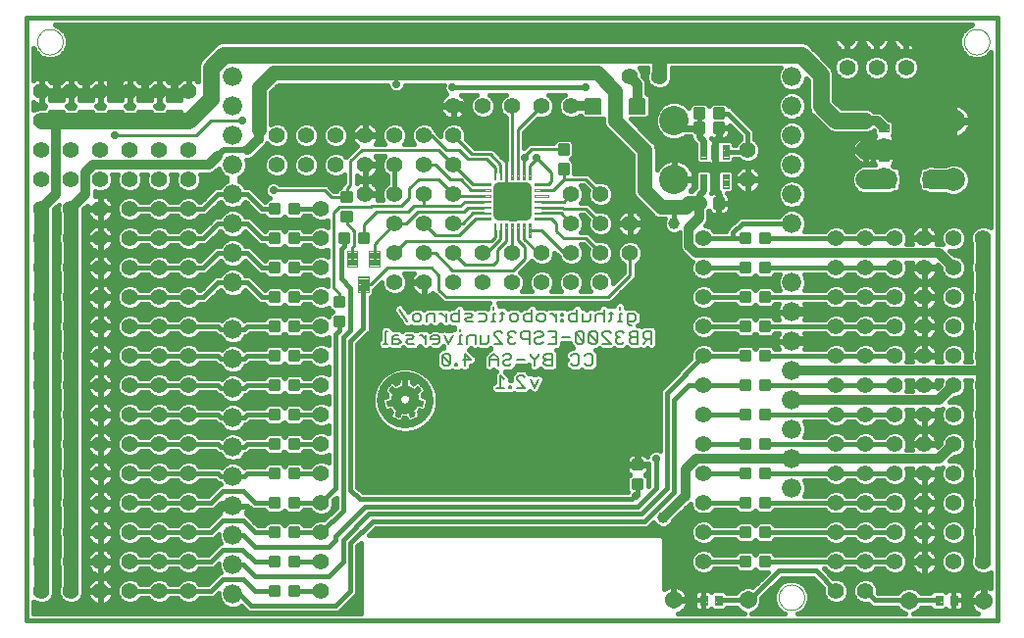
<source format=gbl>
G75*
%MOMM*%
%OFA0B0*%
%FSLAX33Y33*%
%IPPOS*%
%LPD*%
%AMOC8*
5,1,8,0,0,1.08239X$1,22.5*
%
%ADD10C,0.406*%
%ADD11C,0.000*%
%ADD12C,0.203*%
%ADD13R,0.681X0.010*%
%ADD14R,0.518X0.010*%
%ADD15R,0.284X0.010*%
%ADD16R,0.213X0.010*%
%ADD17R,0.498X0.010*%
%ADD18R,0.660X0.010*%
%ADD19R,0.792X0.010*%
%ADD20R,0.904X0.010*%
%ADD21R,1.006X0.010*%
%ADD22R,1.097X0.010*%
%ADD23R,1.189X0.010*%
%ADD24R,1.260X0.010*%
%ADD25R,1.331X0.010*%
%ADD26R,1.402X0.010*%
%ADD27R,1.473X0.010*%
%ADD28R,1.534X0.010*%
%ADD29R,1.585X0.010*%
%ADD30R,1.646X0.010*%
%ADD31R,1.697X0.010*%
%ADD32R,1.758X0.010*%
%ADD33R,1.798X0.010*%
%ADD34R,1.859X0.010*%
%ADD35R,1.900X0.010*%
%ADD36R,1.951X0.010*%
%ADD37R,1.991X0.010*%
%ADD38R,2.042X0.010*%
%ADD39R,2.083X0.010*%
%ADD40R,2.123X0.010*%
%ADD41R,2.164X0.010*%
%ADD42R,2.205X0.010*%
%ADD43R,2.245X0.010*%
%ADD44R,2.286X0.010*%
%ADD45R,2.316X0.010*%
%ADD46R,2.357X0.010*%
%ADD47R,2.388X0.010*%
%ADD48R,2.428X0.010*%
%ADD49R,2.459X0.010*%
%ADD50R,2.489X0.010*%
%ADD51R,2.530X0.010*%
%ADD52R,2.560X0.010*%
%ADD53R,2.591X0.010*%
%ADD54R,2.621X0.010*%
%ADD55R,2.652X0.010*%
%ADD56R,2.682X0.010*%
%ADD57R,2.713X0.010*%
%ADD58R,2.743X0.010*%
%ADD59R,2.774X0.010*%
%ADD60R,2.804X0.010*%
%ADD61R,2.835X0.010*%
%ADD62R,2.855X0.010*%
%ADD63R,2.885X0.010*%
%ADD64R,2.916X0.010*%
%ADD65R,2.936X0.010*%
%ADD66R,2.967X0.010*%
%ADD67R,2.987X0.010*%
%ADD68R,3.018X0.010*%
%ADD69R,3.038X0.010*%
%ADD70R,3.068X0.010*%
%ADD71R,3.089X0.010*%
%ADD72R,3.119X0.010*%
%ADD73R,3.139X0.010*%
%ADD74R,3.160X0.010*%
%ADD75R,3.180X0.010*%
%ADD76R,3.211X0.010*%
%ADD77R,3.231X0.010*%
%ADD78R,3.251X0.010*%
%ADD79R,3.272X0.010*%
%ADD80R,2.042X0.010*%
%ADD81R,1.250X0.010*%
%ADD82R,1.219X0.010*%
%ADD83R,0.782X0.010*%
%ADD84R,1.209X0.010*%
%ADD85R,0.772X0.010*%
%ADD86R,1.168X0.010*%
%ADD87R,0.752X0.010*%
%ADD88R,1.158X0.010*%
%ADD89R,1.138X0.010*%
%ADD90R,0.742X0.010*%
%ADD91R,1.118X0.010*%
%ADD92R,0.732X0.010*%
%ADD93R,1.107X0.010*%
%ADD94R,0.721X0.010*%
%ADD95R,1.097X0.010*%
%ADD96R,1.087X0.010*%
%ADD97R,0.711X0.010*%
%ADD98R,1.067X0.010*%
%ADD99R,0.691X0.010*%
%ADD100R,1.057X0.010*%
%ADD101R,1.046X0.010*%
%ADD102R,0.671X0.010*%
%ADD103R,1.036X0.010*%
%ADD104R,1.026X0.010*%
%ADD105R,0.650X0.010*%
%ADD106R,1.026X0.010*%
%ADD107R,1.006X0.010*%
%ADD108R,0.640X0.010*%
%ADD109R,1.016X0.010*%
%ADD110R,0.996X0.010*%
%ADD111R,0.630X0.010*%
%ADD112R,0.986X0.010*%
%ADD113R,0.610X0.010*%
%ADD114R,0.996X0.010*%
%ADD115R,0.975X0.010*%
%ADD116R,0.599X0.010*%
%ADD117R,0.965X0.010*%
%ADD118R,0.589X0.010*%
%ADD119R,0.955X0.010*%
%ADD120R,0.579X0.010*%
%ADD121R,0.569X0.010*%
%ADD122R,0.945X0.010*%
%ADD123R,0.945X0.010*%
%ADD124R,0.549X0.010*%
%ADD125R,0.935X0.010*%
%ADD126R,0.538X0.010*%
%ADD127R,0.914X0.010*%
%ADD128R,0.528X0.010*%
%ADD129R,0.925X0.010*%
%ADD130R,0.914X0.010*%
%ADD131R,0.041X0.010*%
%ADD132R,0.508X0.010*%
%ADD133R,0.030X0.010*%
%ADD134R,0.081X0.010*%
%ADD135R,0.071X0.010*%
%ADD136R,0.112X0.010*%
%ADD137R,0.488X0.010*%
%ADD138R,0.102X0.010*%
%ADD139R,0.894X0.010*%
%ADD140R,0.894X0.010*%
%ADD141R,0.142X0.010*%
%ADD142R,0.467X0.010*%
%ADD143R,0.884X0.010*%
%ADD144R,0.183X0.010*%
%ADD145R,0.457X0.010*%
%ADD146R,0.173X0.010*%
%ADD147R,0.874X0.010*%
%ADD148R,0.203X0.010*%
%ADD149R,0.447X0.010*%
%ADD150R,0.884X0.010*%
%ADD151R,0.874X0.010*%
%ADD152R,0.234X0.010*%
%ADD153R,0.437X0.010*%
%ADD154R,0.864X0.010*%
%ADD155R,0.274X0.010*%
%ADD156R,0.427X0.010*%
%ADD157R,0.264X0.010*%
%ADD158R,0.295X0.010*%
%ADD159R,0.406X0.010*%
%ADD160R,0.853X0.010*%
%ADD161R,0.325X0.010*%
%ADD162R,0.396X0.010*%
%ADD163R,0.315X0.010*%
%ADD164R,0.843X0.010*%
%ADD165R,0.345X0.010*%
%ADD166R,0.843X0.010*%
%ADD167R,0.376X0.010*%
%ADD168R,0.366X0.010*%
%ADD169R,0.396X0.010*%
%ADD170R,0.417X0.010*%
%ADD171R,0.853X0.010*%
%ADD172R,0.447X0.010*%
%ADD173R,0.437X0.010*%
%ADD174R,0.864X0.010*%
%ADD175R,0.478X0.010*%
%ADD176R,0.528X0.010*%
%ADD177R,0.904X0.010*%
%ADD178R,0.549X0.010*%
%ADD179R,0.538X0.010*%
%ADD180R,0.925X0.010*%
%ADD181R,0.559X0.010*%
%ADD182R,0.955X0.010*%
%ADD183R,0.559X0.010*%
%ADD184R,0.965X0.010*%
%ADD185R,0.569X0.010*%
%ADD186R,0.579X0.010*%
%ADD187R,1.016X0.010*%
%ADD188R,1.026X0.010*%
%ADD189R,0.589X0.010*%
%ADD190R,0.152X0.010*%
%ADD191R,1.057X0.010*%
%ADD192R,0.599X0.010*%
%ADD193R,0.589X0.010*%
%ADD194R,1.666X0.010*%
%ADD195R,1.077X0.010*%
%ADD196R,1.077X0.010*%
%ADD197R,1.646X0.010*%
%ADD198R,1.107X0.010*%
%ADD199R,1.626X0.010*%
%ADD200R,1.128X0.010*%
%ADD201R,1.615X0.010*%
%ADD202R,1.605X0.010*%
%ADD203R,1.148X0.010*%
%ADD204R,1.138X0.010*%
%ADD205R,1.605X0.010*%
%ADD206R,1.148X0.010*%
%ADD207R,1.595X0.010*%
%ADD208R,1.179X0.010*%
%ADD209R,1.179X0.010*%
%ADD210R,1.575X0.010*%
%ADD211R,1.189X0.010*%
%ADD212R,1.565X0.010*%
%ADD213R,1.565X0.010*%
%ADD214R,1.554X0.010*%
%ADD215R,1.544X0.010*%
%ADD216R,1.158X0.010*%
%ADD217R,1.534X0.010*%
%ADD218R,1.524X0.010*%
%ADD219R,1.148X0.010*%
%ADD220R,1.514X0.010*%
%ADD221R,1.128X0.010*%
%ADD222R,1.524X0.010*%
%ADD223R,1.118X0.010*%
%ADD224R,1.687X0.010*%
%ADD225R,1.097X0.010*%
%ADD226R,1.707X0.010*%
%ADD227R,1.727X0.010*%
%ADD228R,1.748X0.010*%
%ADD229R,1.097X0.010*%
%ADD230R,1.778X0.010*%
%ADD231R,1.819X0.010*%
%ADD232R,0.671X0.010*%
%ADD233R,0.366X0.010*%
%ADD234R,1.829X0.010*%
%ADD235R,0.366X0.010*%
%ADD236R,1.849X0.010*%
%ADD237R,0.264X0.010*%
%ADD238R,0.163X0.010*%
%ADD239R,1.869X0.010*%
%ADD240R,0.061X0.010*%
%ADD241R,1.880X0.010*%
%ADD242R,0.660X0.010*%
%ADD243R,1.910X0.010*%
%ADD244R,1.930X0.010*%
%ADD245R,1.941X0.010*%
%ADD246R,0.650X0.010*%
%ADD247R,1.961X0.010*%
%ADD248R,1.971X0.010*%
%ADD249R,1.991X0.010*%
%ADD250R,2.002X0.010*%
%ADD251R,2.012X0.010*%
%ADD252R,2.022X0.010*%
%ADD253R,2.052X0.010*%
%ADD254R,2.062X0.010*%
%ADD255R,2.073X0.010*%
%ADD256R,0.122X0.010*%
%ADD257R,0.640X0.010*%
%ADD258R,0.224X0.010*%
%ADD259R,2.093X0.010*%
%ADD260R,0.132X0.010*%
%ADD261R,2.113X0.010*%
%ADD262R,0.244X0.010*%
%ADD263R,0.335X0.010*%
%ADD264R,0.437X0.010*%
%ADD265R,3.048X0.010*%
%ADD266R,3.058X0.010*%
%ADD267R,0.640X0.010*%
%ADD268R,3.058X0.010*%
%ADD269R,3.078X0.010*%
%ADD270R,3.089X0.010*%
%ADD271R,0.640X0.010*%
%ADD272R,3.099X0.010*%
%ADD273R,3.099X0.010*%
%ADD274R,3.109X0.010*%
%ADD275R,3.129X0.010*%
%ADD276R,0.630X0.010*%
%ADD277R,3.129X0.010*%
%ADD278R,3.150X0.010*%
%ADD279R,3.150X0.010*%
%ADD280R,1.504X0.010*%
%ADD281R,1.463X0.010*%
%ADD282R,1.453X0.010*%
%ADD283R,1.443X0.010*%
%ADD284R,1.433X0.010*%
%ADD285R,1.422X0.010*%
%ADD286R,1.412X0.010*%
%ADD287R,1.402X0.010*%
%ADD288R,1.392X0.010*%
%ADD289R,1.382X0.010*%
%ADD290R,1.361X0.010*%
%ADD291R,1.372X0.010*%
%ADD292R,1.361X0.010*%
%ADD293R,1.351X0.010*%
%ADD294R,1.351X0.010*%
%ADD295R,1.341X0.010*%
%ADD296R,1.331X0.010*%
%ADD297R,1.331X0.010*%
%ADD298R,1.321X0.010*%
%ADD299R,1.311X0.010*%
%ADD300R,1.300X0.010*%
%ADD301R,1.300X0.010*%
%ADD302R,1.290X0.010*%
%ADD303R,0.620X0.010*%
%ADD304R,1.250X0.010*%
%ADD305R,1.280X0.010*%
%ADD306R,1.219X0.010*%
%ADD307R,1.240X0.010*%
%ADD308R,1.209X0.010*%
%ADD309R,1.168X0.010*%
%ADD310R,1.046X0.010*%
%ADD311R,0.986X0.010*%
%ADD312R,0.833X0.010*%
%ADD313R,0.732X0.010*%
%ADD314R,0.843X0.010*%
%ADD315R,0.843X0.010*%
%ADD316R,0.742X0.010*%
%ADD317R,0.762X0.010*%
%ADD318R,0.803X0.010*%
%ADD319R,0.823X0.010*%
%ADD320R,0.996X0.010*%
%ADD321R,0.874X0.010*%
%ADD322R,0.894X0.010*%
%ADD323R,0.945X0.010*%
%ADD324R,0.975X0.010*%
%ADD325R,2.276X0.010*%
%ADD326R,2.266X0.010*%
%ADD327R,2.256X0.010*%
%ADD328R,1.036X0.010*%
%ADD329R,2.235X0.010*%
%ADD330R,2.225X0.010*%
%ADD331R,2.215X0.010*%
%ADD332R,1.046X0.010*%
%ADD333R,2.195X0.010*%
%ADD334R,2.184X0.010*%
%ADD335R,1.026X0.010*%
%ADD336R,2.195X0.010*%
%ADD337R,2.266X0.010*%
%ADD338R,2.286X0.010*%
%ADD339R,2.306X0.010*%
%ADD340R,2.327X0.010*%
%ADD341R,2.347X0.010*%
%ADD342R,2.367X0.010*%
%ADD343R,2.388X0.010*%
%ADD344R,2.408X0.010*%
%ADD345R,2.449X0.010*%
%ADD346R,2.469X0.010*%
%ADD347R,0.833X0.010*%
%ADD348R,2.489X0.010*%
%ADD349R,0.823X0.010*%
%ADD350R,2.510X0.010*%
%ADD351R,0.813X0.010*%
%ADD352R,2.530X0.010*%
%ADD353R,2.550X0.010*%
%ADD354R,0.782X0.010*%
%ADD355R,2.570X0.010*%
%ADD356R,0.772X0.010*%
%ADD357R,2.591X0.010*%
%ADD358R,0.772X0.010*%
%ADD359R,2.611X0.010*%
%ADD360R,2.631X0.010*%
%ADD361R,2.672X0.010*%
%ADD362R,0.721X0.010*%
%ADD363R,0.701X0.010*%
%ADD364R,2.692X0.010*%
%ADD365R,0.711X0.010*%
%ADD366R,0.691X0.010*%
%ADD367R,2.733X0.010*%
%ADD368R,2.753X0.010*%
%ADD369R,2.774X0.010*%
%ADD370R,0.691X0.010*%
%ADD371R,2.794X0.010*%
%ADD372R,2.804X0.010*%
%ADD373R,0.701X0.010*%
%ADD374R,2.814X0.010*%
%ADD375R,2.794X0.010*%
%ADD376R,2.784X0.010*%
%ADD377R,2.764X0.010*%
%ADD378R,2.713X0.010*%
%ADD379R,2.703X0.010*%
%ADD380R,2.692X0.010*%
%ADD381R,1.453X0.010*%
%ADD382R,0.518X0.010*%
%ADD383R,1.422X0.010*%
%ADD384R,0.721X0.010*%
%ADD385R,0.721X0.010*%
%ADD386R,1.402X0.010*%
%ADD387R,1.372X0.010*%
%ADD388R,0.457X0.010*%
%ADD389R,0.406X0.010*%
%ADD390R,1.280X0.010*%
%ADD391R,0.427X0.010*%
%ADD392R,0.386X0.010*%
%ADD393R,0.356X0.010*%
%ADD394R,0.386X0.010*%
%ADD395R,0.742X0.010*%
%ADD396R,0.325X0.010*%
%ADD397R,0.315X0.010*%
%ADD398R,0.742X0.010*%
%ADD399R,0.284X0.010*%
%ADD400R,0.305X0.010*%
%ADD401R,0.752X0.010*%
%ADD402R,0.284X0.010*%
%ADD403R,0.234X0.010*%
%ADD404R,0.183X0.010*%
%ADD405R,0.213X0.010*%
%ADD406R,0.762X0.010*%
%ADD407R,0.152X0.010*%
%ADD408R,0.183X0.010*%
%ADD409R,0.772X0.010*%
%ADD410R,0.132X0.010*%
%ADD411R,0.081X0.010*%
%ADD412R,0.030X0.010*%
%ADD413R,0.051X0.010*%
%ADD414R,0.030X0.010*%
%ADD415R,0.010X0.010*%
%ADD416R,0.051X0.010*%
%ADD417R,0.792X0.010*%
%ADD418R,0.792X0.010*%
%ADD419R,0.112X0.010*%
%ADD420R,0.183X0.010*%
%ADD421R,0.538X0.010*%
%ADD422R,0.254X0.010*%
%ADD423R,0.813X0.010*%
%ADD424R,0.295X0.010*%
%ADD425R,0.498X0.010*%
%ADD426R,0.589X0.010*%
%ADD427R,0.620X0.010*%
%ADD428R,0.508X0.010*%
%ADD429R,0.610X0.010*%
%ADD430R,1.534X0.010*%
%ADD431R,1.514X0.010*%
%ADD432R,1.534X0.010*%
%ADD433R,1.494X0.010*%
%ADD434R,1.504X0.010*%
%ADD435R,1.494X0.010*%
%ADD436R,0.488X0.010*%
%ADD437R,1.483X0.010*%
%ADD438R,1.483X0.010*%
%ADD439R,0.467X0.010*%
%ADD440R,1.463X0.010*%
%ADD441R,1.443X0.010*%
%ADD442R,1.453X0.010*%
%ADD443R,1.433X0.010*%
%ADD444R,1.433X0.010*%
%ADD445R,1.382X0.010*%
%ADD446R,1.392X0.010*%
%ADD447R,1.341X0.010*%
%ADD448R,1.351X0.010*%
%ADD449R,1.300X0.010*%
%ADD450R,1.300X0.010*%
%ADD451R,1.554X0.010*%
%ADD452R,1.544X0.010*%
%ADD453R,3.282X0.010*%
%ADD454R,3.261X0.010*%
%ADD455R,3.211X0.010*%
%ADD456R,3.190X0.010*%
%ADD457R,3.068X0.010*%
%ADD458R,2.997X0.010*%
%ADD459R,2.967X0.010*%
%ADD460R,2.936X0.010*%
%ADD461R,2.865X0.010*%
%ADD462R,2.835X0.010*%
%ADD463R,2.804X0.010*%
%ADD464R,2.662X0.010*%
%ADD465R,2.570X0.010*%
%ADD466R,2.499X0.010*%
%ADD467R,2.469X0.010*%
%ADD468R,2.398X0.010*%
%ADD469R,2.357X0.010*%
%ADD470R,2.327X0.010*%
%ADD471R,2.164X0.010*%
%ADD472R,2.123X0.010*%
%ADD473R,1.656X0.010*%
%ADD474R,1.270X0.010*%
%ADD475R,1.199X0.010*%
%ADD476C,0.300*%
%ADD477C,1.422*%
%ADD478C,0.100*%
%ADD479C,0.102*%
%ADD480C,1.676*%
%ADD481C,2.000*%
%ADD482C,0.140*%
%ADD483C,0.105*%
%ADD484C,0.390*%
%ADD485C,2.540*%
%ADD486C,0.103*%
%ADD487C,1.056*%
%ADD488C,1.540*%
%ADD489C,1.422*%
%ADD490C,0.813*%
%ADD491C,1.270*%
%ADD492C,1.000*%
%ADD493C,0.610*%
%ADD494C,0.500*%
%ADD495C,0.700*%
%ADD496C,0.254*%
%ADD497C,1.676*%
%ADD498C,1.400*%
D10*
X00000Y00000D02*
X00000Y52060D01*
X83820Y52070D01*
X83820Y00000D01*
X00000Y00000D01*
X00606Y00606D02*
X00606Y01628D01*
X00639Y01595D01*
X01048Y01426D01*
X01492Y01426D01*
X01901Y01595D01*
X02215Y01909D01*
X02384Y02318D01*
X02384Y02762D01*
X02308Y02946D01*
X02308Y04674D01*
X02384Y04858D01*
X02384Y05302D01*
X02308Y05486D01*
X02308Y07214D01*
X02384Y07398D01*
X02384Y07842D01*
X02308Y08026D01*
X02308Y09754D01*
X02384Y09938D01*
X02384Y10382D01*
X02308Y10566D01*
X02308Y12294D01*
X02384Y12478D01*
X02384Y12922D01*
X02308Y13106D01*
X02308Y14834D01*
X02384Y15018D01*
X02384Y15462D01*
X02308Y15646D01*
X02308Y17374D01*
X02384Y17558D01*
X02384Y18002D01*
X02308Y18186D01*
X02308Y19914D01*
X02384Y20098D01*
X02384Y20542D01*
X02308Y20726D01*
X02308Y22454D01*
X02384Y22638D01*
X02384Y23082D01*
X02308Y23266D01*
X02308Y24994D01*
X02384Y25178D01*
X02384Y25622D01*
X02308Y25806D01*
X02308Y27534D01*
X02384Y27718D01*
X02384Y28162D01*
X02308Y28346D01*
X02308Y30074D01*
X02384Y30258D01*
X02384Y30702D01*
X02308Y30886D01*
X02308Y32614D01*
X02384Y32798D01*
X02384Y33242D01*
X02308Y33426D01*
X02308Y35154D01*
X02384Y35338D01*
X02384Y35529D01*
X02737Y35882D01*
X02696Y35782D01*
X02696Y35338D01*
X02772Y35154D01*
X02772Y33426D01*
X02696Y33242D01*
X02696Y32798D01*
X02772Y32614D01*
X02772Y30886D01*
X02696Y30702D01*
X02696Y30258D01*
X02772Y30074D01*
X02772Y28346D01*
X02696Y28162D01*
X02696Y27718D01*
X02772Y27534D01*
X02772Y25806D01*
X02696Y25622D01*
X02696Y25178D01*
X02772Y24994D01*
X02772Y23266D01*
X02696Y23082D01*
X02696Y22638D01*
X02772Y22454D01*
X02772Y20726D01*
X02696Y20542D01*
X02696Y20098D01*
X02772Y19914D01*
X02772Y18186D01*
X02696Y18002D01*
X02696Y17558D01*
X02772Y17374D01*
X02772Y15646D01*
X02696Y15462D01*
X02696Y15018D01*
X02772Y14834D01*
X02772Y13106D01*
X02696Y12922D01*
X02696Y12478D01*
X02772Y12294D01*
X02772Y10566D01*
X02696Y10382D01*
X02696Y09938D01*
X02772Y09754D01*
X02772Y08026D01*
X02696Y07842D01*
X02696Y07398D01*
X02772Y07214D01*
X02772Y05486D01*
X02696Y05302D01*
X02696Y04858D01*
X02772Y04674D01*
X02772Y02946D01*
X02696Y02762D01*
X02696Y02318D01*
X02865Y01909D01*
X03179Y01595D01*
X03588Y01426D01*
X04032Y01426D01*
X04441Y01595D01*
X04755Y01909D01*
X04924Y02318D01*
X04924Y02762D01*
X04848Y02946D01*
X04848Y04674D01*
X04924Y04858D01*
X04924Y05302D01*
X04848Y05486D01*
X04848Y07214D01*
X04924Y07398D01*
X04924Y07842D01*
X04848Y08026D01*
X04848Y09754D01*
X04924Y09938D01*
X04924Y10382D01*
X04848Y10566D01*
X04848Y12294D01*
X04924Y12478D01*
X04924Y12922D01*
X04848Y13106D01*
X04848Y14834D01*
X04924Y15018D01*
X04924Y15462D01*
X04848Y15646D01*
X04848Y17374D01*
X04924Y17558D01*
X04924Y18002D01*
X04848Y18186D01*
X04848Y19914D01*
X04924Y20098D01*
X04924Y20542D01*
X04848Y20726D01*
X04848Y22454D01*
X04924Y22638D01*
X04924Y23082D01*
X04848Y23266D01*
X04848Y24994D01*
X04924Y25178D01*
X04924Y25622D01*
X04848Y25806D01*
X04848Y27534D01*
X04924Y27718D01*
X04924Y28162D01*
X04848Y28346D01*
X04848Y30074D01*
X04924Y30258D01*
X04924Y30702D01*
X04848Y30886D01*
X04848Y32614D01*
X04924Y32798D01*
X04924Y33242D01*
X04848Y33426D01*
X04848Y35154D01*
X04924Y35338D01*
X04924Y35529D01*
X05207Y35812D01*
X05182Y35652D01*
X05182Y35611D01*
X06299Y35611D01*
X06299Y36728D01*
X06258Y36728D01*
X06076Y36700D01*
X05901Y36643D01*
X05873Y36628D01*
X05890Y36669D01*
X05890Y37084D01*
X06128Y36986D01*
X06572Y36986D01*
X06981Y37155D01*
X07295Y37469D01*
X07464Y37878D01*
X07464Y38322D01*
X07366Y38560D01*
X07874Y38560D01*
X07776Y38322D01*
X07776Y37878D01*
X07945Y37469D01*
X08259Y37155D01*
X08668Y36986D01*
X09112Y36986D01*
X09521Y37155D01*
X09835Y37469D01*
X10004Y37878D01*
X10004Y38322D01*
X09906Y38560D01*
X10414Y38560D01*
X10316Y38322D01*
X10316Y37878D01*
X10485Y37469D01*
X10799Y37155D01*
X11208Y36986D01*
X11652Y36986D01*
X12061Y37155D01*
X12375Y37469D01*
X12544Y37878D01*
X12544Y38322D01*
X12446Y38560D01*
X12954Y38560D01*
X12856Y38322D01*
X12856Y37878D01*
X13025Y37469D01*
X13339Y37155D01*
X13748Y36986D01*
X14192Y36986D01*
X14601Y37155D01*
X14915Y37469D01*
X15084Y37878D01*
X15084Y38322D01*
X14986Y38560D01*
X15877Y38560D01*
X16175Y38684D01*
X16561Y39070D01*
X16728Y38667D01*
X17077Y38318D01*
X17250Y38246D01*
X17250Y37954D01*
X17077Y37882D01*
X16728Y37533D01*
X16687Y37436D01*
X16259Y37436D01*
X15904Y37081D01*
X14989Y36166D01*
X14925Y36166D01*
X14915Y36191D01*
X14601Y36505D01*
X14192Y36674D01*
X13748Y36674D01*
X13339Y36505D01*
X13025Y36191D01*
X13015Y36166D01*
X12385Y36166D01*
X12375Y36191D01*
X12061Y36505D01*
X11652Y36674D01*
X11208Y36674D01*
X10799Y36505D01*
X10485Y36191D01*
X10475Y36166D01*
X09845Y36166D01*
X09835Y36191D01*
X09521Y36505D01*
X09112Y36674D01*
X08668Y36674D01*
X08259Y36505D01*
X07945Y36191D01*
X07776Y35782D01*
X07776Y35338D01*
X07945Y34929D01*
X08259Y34615D01*
X08668Y34446D01*
X09112Y34446D01*
X09521Y34615D01*
X09835Y34929D01*
X09845Y34954D01*
X10475Y34954D01*
X10485Y34929D01*
X10799Y34615D01*
X11208Y34446D01*
X11652Y34446D01*
X12061Y34615D01*
X12375Y34929D01*
X12385Y34954D01*
X13015Y34954D01*
X13025Y34929D01*
X13339Y34615D01*
X13748Y34446D01*
X14192Y34446D01*
X14601Y34615D01*
X14915Y34929D01*
X14925Y34954D01*
X15491Y34954D01*
X16709Y36172D01*
X16728Y36127D01*
X17077Y35778D01*
X17533Y35589D01*
X18027Y35589D01*
X18483Y35778D01*
X18832Y36127D01*
X18851Y36172D01*
X20069Y34954D01*
X20499Y34954D01*
X20796Y34657D01*
X21954Y34657D01*
X22225Y34928D01*
X22496Y34657D01*
X23654Y34657D01*
X23951Y34954D01*
X24445Y34954D01*
X24455Y34929D01*
X24769Y34615D01*
X25178Y34446D01*
X25622Y34446D01*
X25981Y34594D01*
X25981Y33986D01*
X25622Y34134D01*
X25178Y34134D01*
X24769Y33965D01*
X24455Y33651D01*
X24445Y33626D01*
X23951Y33626D01*
X23654Y33923D01*
X22496Y33923D01*
X22225Y33652D01*
X21954Y33923D01*
X20796Y33923D01*
X20535Y33662D01*
X19656Y34541D01*
X19301Y34896D01*
X18873Y34896D01*
X18832Y34993D01*
X18483Y35342D01*
X18027Y35531D01*
X17533Y35531D01*
X17077Y35342D01*
X16728Y34993D01*
X16687Y34896D01*
X16259Y34896D01*
X15904Y34541D01*
X14989Y33626D01*
X14925Y33626D01*
X14915Y33651D01*
X14601Y33965D01*
X14192Y34134D01*
X13748Y34134D01*
X13339Y33965D01*
X13025Y33651D01*
X13015Y33626D01*
X12385Y33626D01*
X12375Y33651D01*
X12061Y33965D01*
X11652Y34134D01*
X11208Y34134D01*
X10799Y33965D01*
X10485Y33651D01*
X10475Y33626D01*
X09845Y33626D01*
X09835Y33651D01*
X09521Y33965D01*
X09112Y34134D01*
X08668Y34134D01*
X08259Y33965D01*
X07945Y33651D01*
X07776Y33242D01*
X07776Y32798D01*
X07945Y32389D01*
X08259Y32075D01*
X08668Y31906D01*
X09112Y31906D01*
X09521Y32075D01*
X09835Y32389D01*
X09845Y32414D01*
X10475Y32414D01*
X10485Y32389D01*
X10799Y32075D01*
X11208Y31906D01*
X11652Y31906D01*
X12061Y32075D01*
X12375Y32389D01*
X12385Y32414D01*
X13015Y32414D01*
X13025Y32389D01*
X13339Y32075D01*
X13748Y31906D01*
X14192Y31906D01*
X14601Y32075D01*
X14915Y32389D01*
X14925Y32414D01*
X15491Y32414D01*
X16709Y33632D01*
X16728Y33587D01*
X17077Y33238D01*
X17533Y33049D01*
X18027Y33049D01*
X18483Y33238D01*
X18832Y33587D01*
X18851Y33632D01*
X20069Y32414D01*
X20499Y32414D01*
X20796Y32117D01*
X21954Y32117D01*
X22225Y32388D01*
X22496Y32117D01*
X23654Y32117D01*
X23951Y32414D01*
X24445Y32414D01*
X24455Y32389D01*
X24769Y32075D01*
X25178Y31906D01*
X25622Y31906D01*
X25981Y32054D01*
X25981Y31446D01*
X25622Y31594D01*
X25178Y31594D01*
X24769Y31425D01*
X24455Y31111D01*
X24445Y31086D01*
X23951Y31086D01*
X23654Y31383D01*
X22496Y31383D01*
X22225Y31112D01*
X21954Y31383D01*
X20796Y31383D01*
X20535Y31122D01*
X19656Y32001D01*
X19301Y32356D01*
X18873Y32356D01*
X18832Y32453D01*
X18483Y32802D01*
X18027Y32991D01*
X17533Y32991D01*
X17077Y32802D01*
X16728Y32453D01*
X16687Y32356D01*
X16259Y32356D01*
X15904Y32001D01*
X14989Y31086D01*
X14925Y31086D01*
X14915Y31111D01*
X14601Y31425D01*
X14192Y31594D01*
X13748Y31594D01*
X13339Y31425D01*
X13025Y31111D01*
X13015Y31086D01*
X12385Y31086D01*
X12375Y31111D01*
X12061Y31425D01*
X11652Y31594D01*
X11208Y31594D01*
X10799Y31425D01*
X10485Y31111D01*
X10475Y31086D01*
X09845Y31086D01*
X09835Y31111D01*
X09521Y31425D01*
X09112Y31594D01*
X08668Y31594D01*
X08259Y31425D01*
X07945Y31111D01*
X07776Y30702D01*
X07776Y30258D01*
X07945Y29849D01*
X08259Y29535D01*
X08668Y29366D01*
X09112Y29366D01*
X09521Y29535D01*
X09835Y29849D01*
X09845Y29874D01*
X10475Y29874D01*
X10485Y29849D01*
X10799Y29535D01*
X11208Y29366D01*
X11652Y29366D01*
X12061Y29535D01*
X12375Y29849D01*
X12385Y29874D01*
X13015Y29874D01*
X13025Y29849D01*
X13339Y29535D01*
X13748Y29366D01*
X14192Y29366D01*
X14601Y29535D01*
X14915Y29849D01*
X14925Y29874D01*
X15491Y29874D01*
X16709Y31091D01*
X16728Y31047D01*
X17077Y30698D01*
X17533Y30509D01*
X18027Y30509D01*
X18483Y30698D01*
X18832Y31047D01*
X18851Y31091D01*
X20069Y29874D01*
X20499Y29874D01*
X20796Y29577D01*
X21954Y29577D01*
X22225Y29848D01*
X22496Y29577D01*
X23654Y29577D01*
X23951Y29874D01*
X24445Y29874D01*
X24455Y29849D01*
X24769Y29535D01*
X25178Y29366D01*
X25622Y29366D01*
X25981Y29514D01*
X25981Y28906D01*
X25622Y29054D01*
X25178Y29054D01*
X24769Y28885D01*
X24455Y28571D01*
X24445Y28546D01*
X23951Y28546D01*
X23654Y28843D01*
X22496Y28843D01*
X22225Y28572D01*
X21954Y28843D01*
X20796Y28843D01*
X20535Y28582D01*
X19656Y29461D01*
X19301Y29816D01*
X18873Y29816D01*
X18832Y29913D01*
X18483Y30262D01*
X18027Y30451D01*
X17533Y30451D01*
X17077Y30262D01*
X16728Y29913D01*
X16687Y29816D01*
X16259Y29816D01*
X15904Y29461D01*
X14989Y28546D01*
X14925Y28546D01*
X14915Y28571D01*
X14601Y28885D01*
X14192Y29054D01*
X13748Y29054D01*
X13339Y28885D01*
X13025Y28571D01*
X13015Y28546D01*
X12385Y28546D01*
X12375Y28571D01*
X12061Y28885D01*
X11652Y29054D01*
X11208Y29054D01*
X10799Y28885D01*
X10485Y28571D01*
X10475Y28546D01*
X09845Y28546D01*
X09835Y28571D01*
X09521Y28885D01*
X09112Y29054D01*
X08668Y29054D01*
X08259Y28885D01*
X07945Y28571D01*
X07776Y28162D01*
X07776Y27718D01*
X07945Y27309D01*
X08259Y26995D01*
X08668Y26826D01*
X09112Y26826D01*
X09521Y26995D01*
X09835Y27309D01*
X09845Y27334D01*
X10475Y27334D01*
X10485Y27309D01*
X10799Y26995D01*
X11208Y26826D01*
X11652Y26826D01*
X12061Y26995D01*
X12375Y27309D01*
X12385Y27334D01*
X13015Y27334D01*
X13025Y27309D01*
X13339Y26995D01*
X13748Y26826D01*
X14192Y26826D01*
X14601Y26995D01*
X14915Y27309D01*
X14925Y27334D01*
X15491Y27334D01*
X16709Y28551D01*
X16728Y28507D01*
X17077Y28158D01*
X17533Y27969D01*
X18027Y27969D01*
X18483Y28158D01*
X18832Y28507D01*
X18851Y28551D01*
X20069Y27334D01*
X20499Y27334D01*
X20796Y27037D01*
X21954Y27037D01*
X22225Y27308D01*
X22496Y27037D01*
X23654Y27037D01*
X23951Y27334D01*
X24445Y27334D01*
X24455Y27309D01*
X24769Y26995D01*
X25178Y26826D01*
X25622Y26826D01*
X26031Y26995D01*
X26084Y27048D01*
X26084Y26941D01*
X26355Y26670D01*
X26084Y26399D01*
X26084Y26292D01*
X26031Y26345D01*
X25622Y26514D01*
X25178Y26514D01*
X24769Y26345D01*
X24455Y26031D01*
X24445Y26006D01*
X23951Y26006D01*
X23654Y26303D01*
X22496Y26303D01*
X22225Y26032D01*
X21954Y26303D01*
X20796Y26303D01*
X20499Y26006D01*
X18799Y26006D01*
X18737Y25945D01*
X18483Y26198D01*
X18027Y26387D01*
X17533Y26387D01*
X17077Y26198D01*
X16823Y25945D01*
X16761Y26006D01*
X14925Y26006D01*
X14915Y26031D01*
X14601Y26345D01*
X14192Y26514D01*
X13748Y26514D01*
X13339Y26345D01*
X13025Y26031D01*
X13015Y26006D01*
X12385Y26006D01*
X12375Y26031D01*
X12061Y26345D01*
X11652Y26514D01*
X11208Y26514D01*
X10799Y26345D01*
X10485Y26031D01*
X10475Y26006D01*
X09845Y26006D01*
X09835Y26031D01*
X09521Y26345D01*
X09112Y26514D01*
X08668Y26514D01*
X08259Y26345D01*
X07945Y26031D01*
X07776Y25622D01*
X07776Y25178D01*
X07945Y24769D01*
X08259Y24455D01*
X08668Y24286D01*
X09112Y24286D01*
X09521Y24455D01*
X09835Y24769D01*
X09845Y24794D01*
X10475Y24794D01*
X10485Y24769D01*
X10799Y24455D01*
X11208Y24286D01*
X11652Y24286D01*
X12061Y24455D01*
X12375Y24769D01*
X12385Y24794D01*
X13015Y24794D01*
X13025Y24769D01*
X13339Y24455D01*
X13748Y24286D01*
X14192Y24286D01*
X14601Y24455D01*
X14915Y24769D01*
X14925Y24794D01*
X16259Y24794D01*
X16513Y24540D01*
X16687Y24540D01*
X16728Y24443D01*
X17077Y24094D01*
X17533Y23905D01*
X18027Y23905D01*
X18483Y24094D01*
X18832Y24443D01*
X18873Y24540D01*
X19047Y24540D01*
X19301Y24794D01*
X20499Y24794D01*
X20796Y24497D01*
X21954Y24497D01*
X22225Y24768D01*
X22496Y24497D01*
X23654Y24497D01*
X23951Y24794D01*
X24445Y24794D01*
X24455Y24769D01*
X24769Y24455D01*
X25178Y24286D01*
X25622Y24286D01*
X26031Y24455D01*
X26064Y24488D01*
X26064Y23772D01*
X26031Y23805D01*
X25622Y23974D01*
X25178Y23974D01*
X24769Y23805D01*
X24455Y23491D01*
X24445Y23466D01*
X23951Y23466D01*
X23654Y23763D01*
X22496Y23763D01*
X22225Y23492D01*
X21954Y23763D01*
X20796Y23763D01*
X20499Y23466D01*
X18799Y23466D01*
X18737Y23405D01*
X18483Y23658D01*
X18027Y23847D01*
X17533Y23847D01*
X17077Y23658D01*
X16823Y23405D01*
X16761Y23466D01*
X14925Y23466D01*
X14915Y23491D01*
X14601Y23805D01*
X14192Y23974D01*
X13748Y23974D01*
X13339Y23805D01*
X13025Y23491D01*
X13015Y23466D01*
X12385Y23466D01*
X12375Y23491D01*
X12061Y23805D01*
X11652Y23974D01*
X11208Y23974D01*
X10799Y23805D01*
X10485Y23491D01*
X10475Y23466D01*
X09845Y23466D01*
X09835Y23491D01*
X09521Y23805D01*
X09112Y23974D01*
X08668Y23974D01*
X08259Y23805D01*
X07945Y23491D01*
X07776Y23082D01*
X07776Y22638D01*
X07945Y22229D01*
X08259Y21915D01*
X08668Y21746D01*
X09112Y21746D01*
X09521Y21915D01*
X09835Y22229D01*
X09845Y22254D01*
X10475Y22254D01*
X10485Y22229D01*
X10799Y21915D01*
X11208Y21746D01*
X11652Y21746D01*
X12061Y21915D01*
X12375Y22229D01*
X12385Y22254D01*
X13015Y22254D01*
X13025Y22229D01*
X13339Y21915D01*
X13748Y21746D01*
X14192Y21746D01*
X14601Y21915D01*
X14915Y22229D01*
X14925Y22254D01*
X16259Y22254D01*
X16513Y22000D01*
X16687Y22000D01*
X16728Y21903D01*
X17077Y21554D01*
X17533Y21365D01*
X18027Y21365D01*
X18483Y21554D01*
X18832Y21903D01*
X18873Y22000D01*
X19047Y22000D01*
X19301Y22254D01*
X20499Y22254D01*
X20796Y21957D01*
X21954Y21957D01*
X22225Y22228D01*
X22496Y21957D01*
X23654Y21957D01*
X23951Y22254D01*
X24445Y22254D01*
X24455Y22229D01*
X24769Y21915D01*
X25178Y21746D01*
X25622Y21746D01*
X26031Y21915D01*
X26064Y21948D01*
X26064Y21232D01*
X26031Y21265D01*
X25622Y21434D01*
X25178Y21434D01*
X24769Y21265D01*
X24455Y20951D01*
X24445Y20926D01*
X23951Y20926D01*
X23654Y21223D01*
X22496Y21223D01*
X22225Y20952D01*
X21954Y21223D01*
X20796Y21223D01*
X20499Y20926D01*
X18799Y20926D01*
X18737Y20865D01*
X18483Y21118D01*
X18027Y21307D01*
X17533Y21307D01*
X17077Y21118D01*
X16823Y20865D01*
X16761Y20926D01*
X14925Y20926D01*
X14915Y20951D01*
X14601Y21265D01*
X14192Y21434D01*
X13748Y21434D01*
X13339Y21265D01*
X13025Y20951D01*
X13015Y20926D01*
X12385Y20926D01*
X12375Y20951D01*
X12061Y21265D01*
X11652Y21434D01*
X11208Y21434D01*
X10799Y21265D01*
X10485Y20951D01*
X10475Y20926D01*
X09845Y20926D01*
X09835Y20951D01*
X09521Y21265D01*
X09112Y21434D01*
X08668Y21434D01*
X08259Y21265D01*
X07945Y20951D01*
X07776Y20542D01*
X07776Y20098D01*
X07945Y19689D01*
X08259Y19375D01*
X08668Y19206D01*
X09112Y19206D01*
X09521Y19375D01*
X09835Y19689D01*
X09845Y19714D01*
X10475Y19714D01*
X10485Y19689D01*
X10799Y19375D01*
X11208Y19206D01*
X11652Y19206D01*
X12061Y19375D01*
X12375Y19689D01*
X12385Y19714D01*
X13015Y19714D01*
X13025Y19689D01*
X13339Y19375D01*
X13748Y19206D01*
X14192Y19206D01*
X14601Y19375D01*
X14915Y19689D01*
X14925Y19714D01*
X16259Y19714D01*
X16513Y19460D01*
X16687Y19460D01*
X16728Y19363D01*
X17077Y19014D01*
X17533Y18825D01*
X18027Y18825D01*
X18483Y19014D01*
X18832Y19363D01*
X18873Y19460D01*
X19047Y19460D01*
X19301Y19714D01*
X20499Y19714D01*
X20796Y19417D01*
X21954Y19417D01*
X22225Y19688D01*
X22496Y19417D01*
X23654Y19417D01*
X23951Y19714D01*
X24445Y19714D01*
X24455Y19689D01*
X24769Y19375D01*
X25178Y19206D01*
X25622Y19206D01*
X26031Y19375D01*
X26064Y19408D01*
X26064Y18692D01*
X26031Y18725D01*
X25622Y18894D01*
X25178Y18894D01*
X24769Y18725D01*
X24455Y18411D01*
X24445Y18386D01*
X23951Y18386D01*
X23654Y18683D01*
X22496Y18683D01*
X22225Y18412D01*
X21954Y18683D01*
X20796Y18683D01*
X20499Y18386D01*
X18799Y18386D01*
X18737Y18325D01*
X18483Y18578D01*
X18027Y18767D01*
X17533Y18767D01*
X17077Y18578D01*
X16823Y18325D01*
X16761Y18386D01*
X14925Y18386D01*
X14915Y18411D01*
X14601Y18725D01*
X14192Y18894D01*
X13748Y18894D01*
X13339Y18725D01*
X13025Y18411D01*
X13015Y18386D01*
X12385Y18386D01*
X12375Y18411D01*
X12061Y18725D01*
X11652Y18894D01*
X11208Y18894D01*
X10799Y18725D01*
X10485Y18411D01*
X10475Y18386D01*
X09845Y18386D01*
X09835Y18411D01*
X09521Y18725D01*
X09112Y18894D01*
X08668Y18894D01*
X08259Y18725D01*
X07945Y18411D01*
X07776Y18002D01*
X07776Y17558D01*
X07945Y17149D01*
X08259Y16835D01*
X08668Y16666D01*
X09112Y16666D01*
X09521Y16835D01*
X09835Y17149D01*
X09845Y17174D01*
X10475Y17174D01*
X10485Y17149D01*
X10799Y16835D01*
X11208Y16666D01*
X11652Y16666D01*
X12061Y16835D01*
X12375Y17149D01*
X12385Y17174D01*
X13015Y17174D01*
X13025Y17149D01*
X13339Y16835D01*
X13748Y16666D01*
X14192Y16666D01*
X14601Y16835D01*
X14915Y17149D01*
X14925Y17174D01*
X16259Y17174D01*
X16513Y16920D01*
X16687Y16920D01*
X16728Y16823D01*
X17077Y16474D01*
X17533Y16285D01*
X18027Y16285D01*
X18483Y16474D01*
X18832Y16823D01*
X18873Y16920D01*
X19047Y16920D01*
X19301Y17174D01*
X20499Y17174D01*
X20796Y16877D01*
X21954Y16877D01*
X22225Y17148D01*
X22496Y16877D01*
X23654Y16877D01*
X23951Y17174D01*
X24445Y17174D01*
X24455Y17149D01*
X24769Y16835D01*
X25178Y16666D01*
X25622Y16666D01*
X26031Y16835D01*
X26064Y16868D01*
X26064Y16152D01*
X26031Y16185D01*
X25622Y16354D01*
X25178Y16354D01*
X24769Y16185D01*
X24455Y15871D01*
X24445Y15846D01*
X23951Y15846D01*
X23654Y16143D01*
X22496Y16143D01*
X22225Y15872D01*
X21954Y16143D01*
X20796Y16143D01*
X20499Y15846D01*
X18799Y15846D01*
X18737Y15785D01*
X18483Y16038D01*
X18027Y16227D01*
X17533Y16227D01*
X17077Y16038D01*
X16823Y15785D01*
X16761Y15846D01*
X14925Y15846D01*
X14915Y15871D01*
X14601Y16185D01*
X14192Y16354D01*
X13748Y16354D01*
X13339Y16185D01*
X13025Y15871D01*
X13015Y15846D01*
X12385Y15846D01*
X12375Y15871D01*
X12061Y16185D01*
X11652Y16354D01*
X11208Y16354D01*
X10799Y16185D01*
X10485Y15871D01*
X10475Y15846D01*
X09845Y15846D01*
X09835Y15871D01*
X09521Y16185D01*
X09112Y16354D01*
X08668Y16354D01*
X08259Y16185D01*
X07945Y15871D01*
X07776Y15462D01*
X07776Y15018D01*
X07945Y14609D01*
X08259Y14295D01*
X08668Y14126D01*
X09112Y14126D01*
X09521Y14295D01*
X09835Y14609D01*
X09845Y14634D01*
X10475Y14634D01*
X10485Y14609D01*
X10799Y14295D01*
X11208Y14126D01*
X11652Y14126D01*
X12061Y14295D01*
X12375Y14609D01*
X12385Y14634D01*
X13015Y14634D01*
X13025Y14609D01*
X13339Y14295D01*
X13748Y14126D01*
X14192Y14126D01*
X14601Y14295D01*
X14915Y14609D01*
X14925Y14634D01*
X16259Y14634D01*
X16513Y14380D01*
X16687Y14380D01*
X16728Y14283D01*
X17077Y13934D01*
X17533Y13745D01*
X18027Y13745D01*
X18483Y13934D01*
X18832Y14283D01*
X18873Y14380D01*
X19047Y14380D01*
X19301Y14634D01*
X20499Y14634D01*
X20796Y14337D01*
X21954Y14337D01*
X22225Y14608D01*
X22496Y14337D01*
X23654Y14337D01*
X23951Y14634D01*
X24445Y14634D01*
X24455Y14609D01*
X24769Y14295D01*
X25178Y14126D01*
X25622Y14126D01*
X26031Y14295D01*
X26064Y14328D01*
X26064Y13612D01*
X26031Y13645D01*
X25622Y13814D01*
X25178Y13814D01*
X24769Y13645D01*
X24455Y13331D01*
X24445Y13306D01*
X23951Y13306D01*
X23654Y13603D01*
X22496Y13603D01*
X22225Y13332D01*
X21954Y13603D01*
X20796Y13603D01*
X20499Y13306D01*
X18799Y13306D01*
X18737Y13245D01*
X18483Y13498D01*
X18027Y13687D01*
X17533Y13687D01*
X17077Y13498D01*
X16823Y13245D01*
X16761Y13306D01*
X14925Y13306D01*
X14915Y13331D01*
X14601Y13645D01*
X14192Y13814D01*
X13748Y13814D01*
X13339Y13645D01*
X13025Y13331D01*
X13015Y13306D01*
X12385Y13306D01*
X12375Y13331D01*
X12061Y13645D01*
X11652Y13814D01*
X11208Y13814D01*
X10799Y13645D01*
X10485Y13331D01*
X10475Y13306D01*
X09845Y13306D01*
X09835Y13331D01*
X09521Y13645D01*
X09112Y13814D01*
X08668Y13814D01*
X08259Y13645D01*
X07945Y13331D01*
X07776Y12922D01*
X07776Y12478D01*
X07945Y12069D01*
X08259Y11755D01*
X08668Y11586D01*
X09112Y11586D01*
X09521Y11755D01*
X09835Y12069D01*
X09845Y12094D01*
X10475Y12094D01*
X10485Y12069D01*
X10799Y11755D01*
X11208Y11586D01*
X11652Y11586D01*
X12061Y11755D01*
X12375Y12069D01*
X12385Y12094D01*
X13015Y12094D01*
X13025Y12069D01*
X13339Y11755D01*
X13748Y11586D01*
X14192Y11586D01*
X14601Y11755D01*
X14915Y12069D01*
X14925Y12094D01*
X16259Y12094D01*
X16513Y11840D01*
X16687Y11840D01*
X16705Y11798D01*
X16656Y11798D01*
X15624Y10766D01*
X14925Y10766D01*
X14915Y10791D01*
X14601Y11105D01*
X14192Y11274D01*
X13748Y11274D01*
X13339Y11105D01*
X13025Y10791D01*
X13015Y10766D01*
X12385Y10766D01*
X12375Y10791D01*
X12061Y11105D01*
X11652Y11274D01*
X11208Y11274D01*
X10799Y11105D01*
X10485Y10791D01*
X10475Y10766D01*
X09845Y10766D01*
X09835Y10791D01*
X09521Y11105D01*
X09112Y11274D01*
X08668Y11274D01*
X08259Y11105D01*
X07945Y10791D01*
X07776Y10382D01*
X07776Y09938D01*
X07945Y09529D01*
X08259Y09215D01*
X08668Y09046D01*
X09112Y09046D01*
X09521Y09215D01*
X09835Y09529D01*
X09845Y09554D01*
X10475Y09554D01*
X10485Y09529D01*
X10799Y09215D01*
X11208Y09046D01*
X11652Y09046D01*
X12061Y09215D01*
X12375Y09529D01*
X12385Y09554D01*
X13015Y09554D01*
X13025Y09529D01*
X13339Y09215D01*
X13748Y09046D01*
X14192Y09046D01*
X14601Y09215D01*
X14915Y09529D01*
X14925Y09554D01*
X16126Y09554D01*
X16481Y09909D01*
X16525Y09953D01*
X17733Y09953D01*
X17733Y09859D01*
X16485Y09859D01*
X16485Y09804D01*
X16516Y09603D01*
X16580Y09409D01*
X16656Y09258D01*
X16656Y09258D01*
X16300Y08903D01*
X15624Y08226D01*
X14925Y08226D01*
X14915Y08251D01*
X14601Y08565D01*
X14192Y08734D01*
X13748Y08734D01*
X13339Y08565D01*
X13025Y08251D01*
X13015Y08226D01*
X12385Y08226D01*
X12375Y08251D01*
X12061Y08565D01*
X11652Y08734D01*
X11208Y08734D01*
X10799Y08565D01*
X10485Y08251D01*
X10475Y08226D01*
X09845Y08226D01*
X09835Y08251D01*
X09521Y08565D01*
X09112Y08734D01*
X08668Y08734D01*
X08259Y08565D01*
X07945Y08251D01*
X07776Y07842D01*
X07776Y07398D01*
X07945Y06989D01*
X08259Y06675D01*
X08668Y06506D01*
X09112Y06506D01*
X09521Y06675D01*
X09835Y06989D01*
X09845Y07014D01*
X10475Y07014D01*
X10485Y06989D01*
X10799Y06675D01*
X11208Y06506D01*
X11652Y06506D01*
X12061Y06675D01*
X12375Y06989D01*
X12385Y07014D01*
X13015Y07014D01*
X13025Y06989D01*
X13339Y06675D01*
X13748Y06506D01*
X14192Y06506D01*
X14601Y06675D01*
X14915Y06989D01*
X14925Y07014D01*
X16126Y07014D01*
X16539Y07426D01*
X16539Y07119D01*
X16701Y06728D01*
X16665Y06728D01*
X16310Y06373D01*
X15624Y05686D01*
X14925Y05686D01*
X14915Y05711D01*
X14601Y06025D01*
X14192Y06194D01*
X13748Y06194D01*
X13339Y06025D01*
X13025Y05711D01*
X13015Y05686D01*
X12385Y05686D01*
X12375Y05711D01*
X12061Y06025D01*
X11652Y06194D01*
X11208Y06194D01*
X10799Y06025D01*
X10485Y05711D01*
X10475Y05686D01*
X09845Y05686D01*
X09835Y05711D01*
X09521Y06025D01*
X09112Y06194D01*
X08668Y06194D01*
X08259Y06025D01*
X07945Y05711D01*
X07776Y05302D01*
X07776Y04858D01*
X07945Y04449D01*
X08259Y04135D01*
X08668Y03966D01*
X09112Y03966D01*
X09521Y04135D01*
X09835Y04449D01*
X09845Y04474D01*
X10475Y04474D01*
X10485Y04449D01*
X10799Y04135D01*
X11208Y03966D01*
X11652Y03966D01*
X12061Y04135D01*
X12375Y04449D01*
X12385Y04474D01*
X13015Y04474D01*
X13025Y04449D01*
X13339Y04135D01*
X13748Y03966D01*
X14192Y03966D01*
X14601Y04135D01*
X14915Y04449D01*
X14925Y04474D01*
X16126Y04474D01*
X16539Y04886D01*
X16539Y04579D01*
X16713Y04159D01*
X16637Y04159D01*
X16281Y03804D01*
X15624Y03146D01*
X14925Y03146D01*
X14915Y03171D01*
X14601Y03485D01*
X14192Y03654D01*
X13748Y03654D01*
X13339Y03485D01*
X13025Y03171D01*
X13015Y03146D01*
X12385Y03146D01*
X12375Y03171D01*
X12061Y03485D01*
X11652Y03654D01*
X11208Y03654D01*
X10799Y03485D01*
X10485Y03171D01*
X10475Y03146D01*
X09845Y03146D01*
X09835Y03171D01*
X09521Y03485D01*
X09112Y03654D01*
X08668Y03654D01*
X08259Y03485D01*
X07945Y03171D01*
X07776Y02762D01*
X07776Y02318D01*
X07945Y01909D01*
X08259Y01595D01*
X08668Y01426D01*
X09112Y01426D01*
X09521Y01595D01*
X09835Y01909D01*
X09845Y01934D01*
X10475Y01934D01*
X10485Y01909D01*
X10799Y01595D01*
X11208Y01426D01*
X11652Y01426D01*
X12061Y01595D01*
X12375Y01909D01*
X12385Y01934D01*
X13015Y01934D01*
X13025Y01909D01*
X13339Y01595D01*
X13748Y01426D01*
X14192Y01426D01*
X14601Y01595D01*
X14915Y01909D01*
X14925Y01934D01*
X16126Y01934D01*
X16539Y02346D01*
X16539Y02039D01*
X16728Y01583D01*
X17077Y01234D01*
X17533Y01045D01*
X18027Y01045D01*
X18483Y01234D01*
X18515Y01265D01*
X18761Y01019D01*
X19116Y00664D01*
X26921Y00664D01*
X28191Y01934D01*
X28546Y02289D01*
X28546Y06416D01*
X28807Y06677D01*
X28807Y00606D01*
X00606Y00606D01*
X00606Y00810D02*
X18970Y00810D01*
X18565Y01215D02*
X18438Y01215D01*
X19368Y01270D02*
X18352Y02286D01*
X17780Y02286D01*
X17122Y01215D02*
X00606Y01215D01*
X00606Y01620D02*
X00614Y01620D01*
X01926Y01620D02*
X03154Y01620D01*
X02817Y02024D02*
X02263Y02024D01*
X02384Y02429D02*
X02696Y02429D01*
X02726Y02834D02*
X02354Y02834D01*
X02308Y03239D02*
X02772Y03239D01*
X02772Y03644D02*
X02308Y03644D01*
X02308Y04049D02*
X02772Y04049D01*
X02772Y04454D02*
X02308Y04454D01*
X02384Y04859D02*
X02696Y04859D01*
X02696Y05264D02*
X02384Y05264D01*
X02308Y05669D02*
X02772Y05669D01*
X02772Y06073D02*
X02308Y06073D01*
X02308Y06478D02*
X02772Y06478D01*
X02772Y06883D02*
X02308Y06883D01*
X02339Y07288D02*
X02741Y07288D01*
X02696Y07693D02*
X02384Y07693D01*
X02308Y08098D02*
X02772Y08098D01*
X02772Y08503D02*
X02308Y08503D01*
X02308Y08908D02*
X02772Y08908D01*
X02772Y09313D02*
X02308Y09313D01*
X02308Y09718D02*
X02772Y09718D01*
X02696Y10123D02*
X02384Y10123D01*
X02324Y10527D02*
X02756Y10527D01*
X02772Y10932D02*
X02308Y10932D01*
X02308Y11337D02*
X02772Y11337D01*
X02772Y11742D02*
X02308Y11742D01*
X02308Y12147D02*
X02772Y12147D01*
X02696Y12552D02*
X02384Y12552D01*
X02370Y12957D02*
X02710Y12957D01*
X02772Y13362D02*
X02308Y13362D01*
X02308Y13767D02*
X02772Y13767D01*
X02772Y14171D02*
X02308Y14171D01*
X02308Y14576D02*
X02772Y14576D01*
X02711Y14981D02*
X02369Y14981D01*
X02384Y15386D02*
X02696Y15386D01*
X02772Y15791D02*
X02308Y15791D01*
X02308Y16196D02*
X02772Y16196D01*
X02772Y16601D02*
X02308Y16601D01*
X02308Y17006D02*
X02772Y17006D01*
X02757Y17411D02*
X02323Y17411D01*
X02384Y17816D02*
X02696Y17816D01*
X02772Y18221D02*
X02308Y18221D01*
X02308Y18625D02*
X02772Y18625D01*
X02772Y19030D02*
X02308Y19030D01*
X02308Y19435D02*
X02772Y19435D01*
X02772Y19840D02*
X02308Y19840D01*
X02384Y20245D02*
X02696Y20245D01*
X02740Y20650D02*
X02340Y20650D01*
X02308Y21055D02*
X02772Y21055D01*
X02772Y21460D02*
X02308Y21460D01*
X02308Y21865D02*
X02772Y21865D01*
X02772Y22269D02*
X02308Y22269D01*
X02384Y22674D02*
X02696Y22674D01*
X02696Y23079D02*
X02384Y23079D01*
X02308Y23484D02*
X02772Y23484D01*
X02772Y23889D02*
X02308Y23889D01*
X02308Y24294D02*
X02772Y24294D01*
X02772Y24699D02*
X02308Y24699D01*
X02354Y25104D02*
X02726Y25104D01*
X02696Y25509D02*
X02384Y25509D01*
X02308Y25914D02*
X02772Y25914D01*
X02772Y26318D02*
X02308Y26318D01*
X02308Y26723D02*
X02772Y26723D01*
X02772Y27128D02*
X02308Y27128D01*
X02308Y27533D02*
X02772Y27533D01*
X02696Y27938D02*
X02384Y27938D01*
X02309Y28343D02*
X02771Y28343D01*
X02772Y28748D02*
X02308Y28748D01*
X02308Y29153D02*
X02772Y29153D01*
X02772Y29558D02*
X02308Y29558D01*
X02308Y29963D02*
X02772Y29963D01*
X02696Y30367D02*
X02384Y30367D01*
X02355Y30772D02*
X02725Y30772D01*
X02772Y31177D02*
X02308Y31177D01*
X02308Y31582D02*
X02772Y31582D01*
X02772Y31987D02*
X02308Y31987D01*
X02308Y32392D02*
X02772Y32392D01*
X02696Y32797D02*
X02384Y32797D01*
X02384Y33202D02*
X02696Y33202D01*
X02772Y33607D02*
X02308Y33607D01*
X02308Y34012D02*
X02772Y34012D01*
X02772Y34417D02*
X02308Y34417D01*
X02308Y34821D02*
X02772Y34821D01*
X02742Y35226D02*
X02338Y35226D01*
X02486Y35631D02*
X02696Y35631D01*
X04878Y35226D02*
X05230Y35226D01*
X05210Y35286D02*
X05267Y35111D01*
X05351Y34948D01*
X05459Y34799D01*
X05589Y34669D01*
X05738Y34561D01*
X05901Y34477D01*
X06076Y34420D01*
X06258Y34392D01*
X06299Y34392D01*
X06299Y35509D01*
X06401Y35509D01*
X06401Y35611D01*
X06299Y35611D01*
X06299Y35509D01*
X05182Y35509D01*
X05182Y35468D01*
X05210Y35286D01*
X05182Y35631D02*
X05026Y35631D01*
X04848Y34821D02*
X05442Y34821D01*
X04848Y34417D02*
X06101Y34417D01*
X06299Y34417D02*
X06401Y34417D01*
X06401Y34392D02*
X06442Y34392D01*
X06624Y34420D01*
X06799Y34477D01*
X06962Y34561D01*
X07111Y34669D01*
X07241Y34799D01*
X07349Y34948D01*
X07433Y35111D01*
X07490Y35286D01*
X07518Y35468D01*
X07518Y35509D01*
X06401Y35509D01*
X06401Y34392D01*
X06599Y34417D02*
X15779Y34417D01*
X16184Y34821D02*
X14807Y34821D01*
X15240Y35560D02*
X13970Y35560D01*
X11430Y35560D01*
X08890Y35560D01*
X07881Y36036D02*
X07419Y36036D01*
X07433Y36009D02*
X07349Y36172D01*
X07241Y36321D01*
X07111Y36451D01*
X06962Y36559D01*
X06799Y36643D01*
X06624Y36700D01*
X06442Y36728D01*
X06401Y36728D01*
X06401Y35611D01*
X07518Y35611D01*
X07518Y35652D01*
X07490Y35834D01*
X07433Y36009D01*
X07518Y35631D02*
X07776Y35631D01*
X07822Y35226D02*
X07470Y35226D01*
X07258Y34821D02*
X08053Y34821D01*
X08372Y34012D02*
X06973Y34012D01*
X06962Y34019D02*
X06799Y34103D01*
X06624Y34160D01*
X06442Y34188D01*
X06401Y34188D01*
X06401Y33071D01*
X06299Y33071D01*
X06299Y34188D01*
X06258Y34188D01*
X06076Y34160D01*
X05901Y34103D01*
X05738Y34019D01*
X05589Y33911D01*
X05459Y33781D01*
X05351Y33632D01*
X05267Y33469D01*
X05210Y33294D01*
X05182Y33112D01*
X05182Y33071D01*
X06299Y33071D01*
X06299Y32969D01*
X05182Y32969D01*
X05182Y32928D01*
X05210Y32746D01*
X05267Y32571D01*
X05351Y32408D01*
X05459Y32259D01*
X05589Y32129D01*
X05738Y32021D01*
X05901Y31937D01*
X06076Y31880D01*
X06258Y31852D01*
X06299Y31852D01*
X06299Y32969D01*
X06401Y32969D01*
X06401Y33071D01*
X07518Y33071D01*
X07518Y33112D01*
X07490Y33294D01*
X07433Y33469D01*
X07349Y33632D01*
X07241Y33781D01*
X07111Y33911D01*
X06962Y34019D01*
X06401Y34012D02*
X06299Y34012D01*
X06299Y33607D02*
X06401Y33607D01*
X06401Y33202D02*
X06299Y33202D01*
X06401Y32969D02*
X07518Y32969D01*
X07518Y32928D01*
X07490Y32746D01*
X07433Y32571D01*
X07349Y32408D01*
X07241Y32259D01*
X07111Y32129D01*
X06962Y32021D01*
X06799Y31937D01*
X06624Y31880D01*
X06442Y31852D01*
X06401Y31852D01*
X06401Y32969D01*
X06401Y32797D02*
X06299Y32797D01*
X06299Y32392D02*
X06401Y32392D01*
X06401Y31987D02*
X06299Y31987D01*
X06299Y31648D02*
X06258Y31648D01*
X06076Y31620D01*
X05901Y31563D01*
X05738Y31479D01*
X05589Y31371D01*
X05459Y31241D01*
X05351Y31092D01*
X05267Y30929D01*
X05210Y30754D01*
X05182Y30572D01*
X05182Y30531D01*
X06299Y30531D01*
X06299Y31648D01*
X06299Y31582D02*
X06401Y31582D01*
X06401Y31648D02*
X06401Y30531D01*
X06299Y30531D01*
X06299Y30429D01*
X05182Y30429D01*
X05182Y30388D01*
X05210Y30206D01*
X05267Y30031D01*
X05351Y29868D01*
X05459Y29719D01*
X05589Y29589D01*
X05738Y29481D01*
X05901Y29397D01*
X06076Y29340D01*
X06258Y29312D01*
X06299Y29312D01*
X06299Y30429D01*
X06401Y30429D01*
X06401Y30531D01*
X07518Y30531D01*
X07518Y30572D01*
X07490Y30754D01*
X07433Y30929D01*
X07349Y31092D01*
X07241Y31241D01*
X07111Y31371D01*
X06962Y31479D01*
X06799Y31563D01*
X06624Y31620D01*
X06442Y31648D01*
X06401Y31648D01*
X06739Y31582D02*
X08639Y31582D01*
X08472Y31987D02*
X06896Y31987D01*
X07338Y32392D02*
X07944Y32392D01*
X07776Y32797D02*
X07498Y32797D01*
X07504Y33202D02*
X07776Y33202D01*
X07927Y33607D02*
X07362Y33607D01*
X06401Y34821D02*
X06299Y34821D01*
X06299Y35226D02*
X06401Y35226D01*
X06401Y35631D02*
X06299Y35631D01*
X06299Y36036D02*
X06401Y36036D01*
X06401Y36441D02*
X06299Y36441D01*
X05890Y36846D02*
X15668Y36846D01*
X15263Y36441D02*
X14665Y36441D01*
X14697Y37251D02*
X16073Y37251D01*
X16510Y36830D02*
X15240Y35560D01*
X15764Y35226D02*
X16961Y35226D01*
X17430Y35631D02*
X16169Y35631D01*
X16574Y36036D02*
X16818Y36036D01*
X16510Y36830D02*
X17780Y36830D01*
X19050Y36830D01*
X20320Y35560D01*
X21375Y35560D01*
X20956Y36463D02*
X20796Y36463D01*
X20535Y36202D01*
X19656Y37081D01*
X19301Y37436D01*
X18873Y37436D01*
X18832Y37533D01*
X18483Y37882D01*
X18310Y37954D01*
X18310Y38246D01*
X18483Y38318D01*
X18832Y38667D01*
X19021Y39123D01*
X19021Y39617D01*
X18933Y39830D01*
X19211Y39830D01*
X19509Y39954D01*
X20461Y40906D01*
X20689Y41134D01*
X20719Y41206D01*
X20959Y40965D01*
X21368Y40796D01*
X21812Y40796D01*
X22221Y40965D01*
X22535Y41279D01*
X22704Y41688D01*
X22704Y42132D01*
X22535Y42541D01*
X22221Y42855D01*
X21812Y43024D01*
X21368Y43024D01*
X21041Y42889D01*
X21041Y45607D01*
X21703Y46269D01*
X31156Y46269D01*
X31156Y46205D01*
X31270Y45928D01*
X31482Y45716D01*
X31759Y45602D01*
X32059Y45602D01*
X32335Y45716D01*
X32547Y45928D01*
X32662Y46205D01*
X32662Y46269D01*
X36031Y46269D01*
X35997Y46187D01*
X35997Y45888D01*
X36112Y45611D01*
X36255Y45468D01*
X36218Y45449D01*
X36069Y45341D01*
X35939Y45211D01*
X35831Y45062D01*
X35747Y44899D01*
X35690Y44724D01*
X35662Y44542D01*
X35662Y44501D01*
X36779Y44501D01*
X36779Y44399D01*
X35662Y44399D01*
X35662Y44358D01*
X35690Y44176D01*
X35747Y44001D01*
X35831Y43838D01*
X35939Y43689D01*
X36069Y43559D01*
X36218Y43451D01*
X36381Y43367D01*
X36556Y43310D01*
X36738Y43282D01*
X36779Y43282D01*
X36779Y44399D01*
X36881Y44399D01*
X36881Y44501D01*
X37998Y44501D01*
X37998Y44542D01*
X37970Y44724D01*
X37913Y44899D01*
X37829Y45062D01*
X37721Y45211D01*
X37591Y45341D01*
X37467Y45431D01*
X38827Y45431D01*
X38739Y45395D01*
X38425Y45081D01*
X38256Y44672D01*
X38256Y44228D01*
X38425Y43819D01*
X38739Y43505D01*
X39148Y43336D01*
X39592Y43336D01*
X40001Y43505D01*
X40315Y43819D01*
X40484Y44228D01*
X40484Y44672D01*
X40315Y45081D01*
X40001Y45395D01*
X39913Y45431D01*
X41367Y45431D01*
X41279Y45395D01*
X40965Y45081D01*
X40796Y44672D01*
X40796Y44228D01*
X40965Y43819D01*
X41279Y43505D01*
X41380Y43463D01*
X41380Y39802D01*
X41275Y39802D01*
X40535Y40542D01*
X40225Y40853D01*
X38637Y40853D01*
X37903Y41587D01*
X37944Y41688D01*
X37944Y42132D01*
X37775Y42541D01*
X37461Y42855D01*
X37052Y43024D01*
X36608Y43024D01*
X36199Y42855D01*
X35885Y42541D01*
X35716Y42132D01*
X35716Y41869D01*
X35455Y42130D01*
X35370Y42215D01*
X35235Y42541D01*
X34921Y42855D01*
X34512Y43024D01*
X34068Y43024D01*
X33659Y42855D01*
X33345Y42541D01*
X33176Y42132D01*
X33176Y41688D01*
X33345Y41279D01*
X33454Y41170D01*
X32586Y41170D01*
X32695Y41279D01*
X32864Y41688D01*
X32864Y42132D01*
X32695Y42541D01*
X32381Y42855D01*
X31972Y43024D01*
X31528Y43024D01*
X31119Y42855D01*
X30805Y42541D01*
X30636Y42132D01*
X30636Y41688D01*
X30805Y41279D01*
X30914Y41170D01*
X30117Y41170D01*
X30209Y41298D01*
X30293Y41461D01*
X30350Y41636D01*
X30378Y41818D01*
X30378Y41859D01*
X29261Y41859D01*
X29261Y41961D01*
X29159Y41961D01*
X29159Y43078D01*
X29118Y43078D01*
X28936Y43050D01*
X28761Y42993D01*
X28598Y42909D01*
X28449Y42801D01*
X28319Y42671D01*
X28211Y42522D01*
X28127Y42359D01*
X28070Y42184D01*
X28042Y42002D01*
X28042Y41961D01*
X29159Y41961D01*
X29159Y41859D01*
X28042Y41859D01*
X28042Y41818D01*
X28070Y41636D01*
X28127Y41461D01*
X28211Y41298D01*
X28319Y41149D01*
X28449Y41019D01*
X28491Y40988D01*
X28362Y40860D01*
X27559Y40057D01*
X27301Y40315D01*
X26892Y40484D01*
X26448Y40484D01*
X26039Y40315D01*
X25725Y40001D01*
X25556Y39592D01*
X25556Y39148D01*
X25725Y38739D01*
X26039Y38425D01*
X26448Y38256D01*
X26892Y38256D01*
X27301Y38425D01*
X27410Y38534D01*
X27410Y37843D01*
X27092Y37526D01*
X27092Y37472D01*
X27043Y37472D01*
X26719Y37148D01*
X26719Y37099D01*
X26516Y37099D01*
X26250Y37365D01*
X25940Y37675D01*
X21810Y37675D01*
X21699Y37786D01*
X21422Y37901D01*
X21123Y37901D01*
X20846Y37786D01*
X20634Y37574D01*
X20519Y37297D01*
X20519Y36998D01*
X20634Y36721D01*
X20846Y36509D01*
X20956Y36463D01*
X20774Y36441D02*
X20297Y36441D01*
X20582Y36846D02*
X19892Y36846D01*
X19487Y37251D02*
X20519Y37251D01*
X20716Y37656D02*
X18710Y37656D01*
X18310Y38061D02*
X27410Y38061D01*
X27410Y38466D02*
X27341Y38466D01*
X27222Y37656D02*
X25959Y37656D01*
X26250Y37365D02*
X26250Y37365D01*
X26364Y37251D02*
X26822Y37251D01*
X25998Y38466D02*
X24801Y38466D01*
X24761Y38425D02*
X25075Y38739D01*
X25244Y39148D01*
X25244Y39592D01*
X25075Y40001D01*
X24761Y40315D01*
X24352Y40484D01*
X23908Y40484D01*
X23499Y40315D01*
X23185Y40001D01*
X23016Y39592D01*
X23016Y39148D01*
X23185Y38739D01*
X23499Y38425D01*
X23908Y38256D01*
X24352Y38256D01*
X24761Y38425D01*
X25129Y38870D02*
X25671Y38870D01*
X25556Y39275D02*
X25244Y39275D01*
X25208Y39680D02*
X25592Y39680D01*
X25809Y40085D02*
X24991Y40085D01*
X24591Y40895D02*
X26209Y40895D01*
X26039Y40965D02*
X26448Y40796D01*
X26892Y40796D01*
X27301Y40965D01*
X27615Y41279D01*
X27784Y41688D01*
X27784Y42132D01*
X27615Y42541D01*
X27301Y42855D01*
X26892Y43024D01*
X26448Y43024D01*
X26039Y42855D01*
X25725Y42541D01*
X25556Y42132D01*
X25556Y41688D01*
X25725Y41279D01*
X26039Y40965D01*
X25717Y41300D02*
X25083Y41300D01*
X25075Y41279D02*
X25244Y41688D01*
X25244Y42132D01*
X25075Y42541D01*
X24761Y42855D01*
X24352Y43024D01*
X23908Y43024D01*
X23499Y42855D01*
X23185Y42541D01*
X23016Y42132D01*
X23016Y41688D01*
X23185Y41279D01*
X23499Y40965D01*
X23908Y40796D01*
X24352Y40796D01*
X24761Y40965D01*
X25075Y41279D01*
X25244Y41705D02*
X25556Y41705D01*
X25556Y42110D02*
X25244Y42110D01*
X25086Y42515D02*
X25714Y42515D01*
X26195Y42919D02*
X24605Y42919D01*
X23655Y42919D02*
X22065Y42919D01*
X22546Y42515D02*
X23174Y42515D01*
X23016Y42110D02*
X22704Y42110D01*
X22704Y41705D02*
X23016Y41705D01*
X23177Y41300D02*
X22543Y41300D01*
X22051Y40895D02*
X23669Y40895D01*
X23269Y40085D02*
X22451Y40085D01*
X22535Y40001D02*
X22221Y40315D01*
X21812Y40484D01*
X21368Y40484D01*
X20959Y40315D01*
X20645Y40001D01*
X20476Y39592D01*
X20476Y39148D01*
X20645Y38739D01*
X20959Y38425D01*
X21368Y38256D01*
X21812Y38256D01*
X22221Y38425D01*
X22535Y38739D01*
X22704Y39148D01*
X22704Y39592D01*
X22535Y40001D01*
X22668Y39680D02*
X23052Y39680D01*
X23016Y39275D02*
X22704Y39275D01*
X22589Y38870D02*
X23131Y38870D01*
X23458Y38466D02*
X22261Y38466D01*
X20918Y38466D02*
X18631Y38466D01*
X18917Y38870D02*
X20591Y38870D01*
X20476Y39275D02*
X19021Y39275D01*
X18995Y39680D02*
X20512Y39680D01*
X20729Y40085D02*
X19640Y40085D01*
X20045Y40490D02*
X27993Y40490D01*
X28362Y40860D02*
X28362Y40860D01*
X28398Y40895D02*
X27131Y40895D01*
X27623Y41300D02*
X28210Y41300D01*
X28060Y41705D02*
X27784Y41705D01*
X27784Y42110D02*
X28059Y42110D01*
X28207Y42515D02*
X27626Y42515D01*
X27145Y42919D02*
X28617Y42919D01*
X29159Y42919D02*
X29261Y42919D01*
X29261Y43078D02*
X29261Y41961D01*
X30378Y41961D01*
X30378Y42002D01*
X30350Y42184D01*
X30293Y42359D01*
X30209Y42522D01*
X30101Y42671D01*
X29971Y42801D01*
X29822Y42909D01*
X29659Y42993D01*
X29484Y43050D01*
X29302Y43078D01*
X29261Y43078D01*
X29261Y42515D02*
X29159Y42515D01*
X29159Y42110D02*
X29261Y42110D01*
X29803Y42919D02*
X31275Y42919D01*
X30794Y42515D02*
X30213Y42515D01*
X30361Y42110D02*
X30636Y42110D01*
X30636Y41705D02*
X30360Y41705D01*
X30210Y41300D02*
X30797Y41300D01*
X30914Y40110D02*
X30117Y40110D01*
X30209Y39982D01*
X30293Y39819D01*
X30350Y39644D01*
X30378Y39462D01*
X30378Y39421D01*
X29261Y39421D01*
X29261Y39319D01*
X30378Y39319D01*
X30378Y39278D01*
X30350Y39096D01*
X30293Y38921D01*
X30209Y38758D01*
X30101Y38609D01*
X29971Y38479D01*
X29822Y38371D01*
X29659Y38287D01*
X29484Y38230D01*
X29302Y38202D01*
X29261Y38202D01*
X29261Y39319D01*
X29159Y39319D01*
X29159Y38202D01*
X29118Y38202D01*
X28936Y38230D01*
X28761Y38287D01*
X28598Y38371D01*
X28470Y38463D01*
X28470Y37737D01*
X28598Y37829D01*
X28761Y37913D01*
X28936Y37970D01*
X29118Y37998D01*
X29159Y37998D01*
X29159Y36881D01*
X29261Y36881D01*
X29261Y37998D01*
X29302Y37998D01*
X29484Y37970D01*
X29659Y37913D01*
X29822Y37829D01*
X29971Y37721D01*
X30101Y37591D01*
X30209Y37442D01*
X30293Y37279D01*
X30350Y37104D01*
X30378Y36922D01*
X30378Y36881D01*
X29261Y36881D01*
X29261Y36779D01*
X30378Y36779D01*
X30378Y36738D01*
X30350Y36556D01*
X30293Y36381D01*
X30266Y36328D01*
X30752Y36328D01*
X30636Y36608D01*
X30636Y37052D01*
X30805Y37461D01*
X31119Y37775D01*
X31144Y37785D01*
X31144Y38415D01*
X31119Y38425D01*
X30805Y38739D01*
X30636Y39148D01*
X30636Y39592D01*
X30805Y40001D01*
X30914Y40110D01*
X30889Y40085D02*
X30135Y40085D01*
X30338Y39680D02*
X30672Y39680D01*
X30636Y39275D02*
X30378Y39275D01*
X30267Y38870D02*
X30751Y38870D01*
X31078Y38466D02*
X29953Y38466D01*
X29261Y38466D02*
X29159Y38466D01*
X29159Y38870D02*
X29261Y38870D01*
X29261Y39275D02*
X29159Y39275D01*
X28470Y38061D02*
X31144Y38061D01*
X31000Y37656D02*
X30037Y37656D01*
X30302Y37251D02*
X30718Y37251D01*
X30636Y36846D02*
X29261Y36846D01*
X29261Y37251D02*
X29159Y37251D01*
X29159Y37656D02*
X29261Y37656D01*
X30312Y36441D02*
X30705Y36441D01*
X31750Y36830D02*
X31750Y39370D01*
X32703Y41300D02*
X33337Y41300D01*
X33176Y41705D02*
X32864Y41705D01*
X32864Y42110D02*
X33176Y42110D01*
X33334Y42515D02*
X32706Y42515D01*
X32225Y42919D02*
X33815Y42919D01*
X34765Y42919D02*
X36355Y42919D01*
X36514Y43324D02*
X21041Y43324D01*
X21041Y42919D02*
X21115Y42919D01*
X21041Y43729D02*
X35909Y43729D01*
X35704Y44134D02*
X21041Y44134D01*
X21041Y44539D02*
X35662Y44539D01*
X35770Y44944D02*
X21041Y44944D01*
X21041Y45349D02*
X36079Y45349D01*
X36053Y45754D02*
X32373Y45754D01*
X32643Y46159D02*
X35997Y46159D01*
X36751Y46037D02*
X48260Y46037D01*
X46447Y45431D02*
X46359Y45395D01*
X46045Y45081D01*
X45876Y44672D01*
X45876Y44228D01*
X46045Y43819D01*
X46359Y43505D01*
X46768Y43336D01*
X47212Y43336D01*
X47621Y43505D01*
X47756Y43640D01*
X47797Y43640D01*
X47797Y43624D01*
X48074Y43347D01*
X49726Y43347D01*
X49762Y43383D01*
X49762Y42973D01*
X49920Y42592D01*
X52302Y40210D01*
X52302Y36941D01*
X52460Y36559D01*
X53889Y35131D01*
X54181Y34839D01*
X54562Y34681D01*
X55064Y34681D01*
X54977Y34470D01*
X54977Y34110D01*
X55114Y33778D01*
X55368Y33524D01*
X55700Y33387D01*
X56060Y33387D01*
X56340Y33503D01*
X56340Y32224D01*
X56464Y31926D01*
X56691Y31699D01*
X57326Y31064D01*
X57437Y31018D01*
X57306Y30702D01*
X57306Y30258D01*
X57475Y29849D01*
X57789Y29535D01*
X58198Y29366D01*
X58642Y29366D01*
X59051Y29535D01*
X59365Y29849D01*
X59375Y29874D01*
X61139Y29874D01*
X61436Y29577D01*
X62594Y29577D01*
X62865Y29848D01*
X63136Y29577D01*
X64294Y29577D01*
X64591Y29874D01*
X64971Y29874D01*
X64799Y29457D01*
X64799Y28963D01*
X64971Y28546D01*
X64591Y28546D01*
X64294Y28843D01*
X63136Y28843D01*
X62865Y28572D01*
X62594Y28843D01*
X61436Y28843D01*
X61139Y28546D01*
X59375Y28546D01*
X59365Y28571D01*
X59051Y28885D01*
X58642Y29054D01*
X58198Y29054D01*
X57789Y28885D01*
X57475Y28571D01*
X57306Y28162D01*
X57306Y27718D01*
X57475Y27309D01*
X57789Y26995D01*
X58198Y26826D01*
X58642Y26826D01*
X59051Y26995D01*
X59365Y27309D01*
X59375Y27334D01*
X61139Y27334D01*
X61436Y27037D01*
X62594Y27037D01*
X62865Y27308D01*
X63136Y27037D01*
X64294Y27037D01*
X64591Y27334D01*
X64924Y27334D01*
X64840Y27167D01*
X64776Y26973D01*
X64745Y26772D01*
X64745Y26717D01*
X65993Y26717D01*
X65993Y26623D01*
X64745Y26623D01*
X64745Y26568D01*
X64776Y26367D01*
X64840Y26173D01*
X64924Y26006D01*
X64591Y26006D01*
X64294Y26303D01*
X63136Y26303D01*
X62865Y26032D01*
X62594Y26303D01*
X61436Y26303D01*
X61139Y26006D01*
X59375Y26006D01*
X59365Y26031D01*
X59051Y26345D01*
X58642Y26514D01*
X58198Y26514D01*
X57789Y26345D01*
X57475Y26031D01*
X57306Y25622D01*
X57306Y25178D01*
X57475Y24769D01*
X57789Y24455D01*
X58198Y24286D01*
X58642Y24286D01*
X59051Y24455D01*
X59365Y24769D01*
X59375Y24794D01*
X61139Y24794D01*
X61436Y24497D01*
X62594Y24497D01*
X62865Y24768D01*
X63136Y24497D01*
X64294Y24497D01*
X64591Y24794D01*
X64924Y24794D01*
X64840Y24627D01*
X64776Y24433D01*
X64745Y24232D01*
X64745Y24177D01*
X65993Y24177D01*
X65993Y24083D01*
X64745Y24083D01*
X64745Y24028D01*
X64776Y23827D01*
X64840Y23633D01*
X64924Y23466D01*
X64591Y23466D01*
X64294Y23763D01*
X63136Y23763D01*
X62865Y23492D01*
X62594Y23763D01*
X61436Y23763D01*
X61139Y23466D01*
X59375Y23466D01*
X59365Y23491D01*
X59051Y23805D01*
X58642Y23974D01*
X58198Y23974D01*
X57789Y23805D01*
X57475Y23491D01*
X57306Y23082D01*
X57306Y22638D01*
X57316Y22613D01*
X54639Y19936D01*
X54639Y14642D01*
X54442Y14723D01*
X54143Y14723D01*
X53866Y14609D01*
X53654Y14397D01*
X53562Y14174D01*
X53542Y14205D01*
X53457Y14289D01*
X53358Y14356D01*
X53247Y14401D01*
X53130Y14425D01*
X52767Y14425D01*
X52767Y13514D01*
X53677Y13514D01*
X53677Y13520D01*
X53686Y13511D01*
X53686Y11681D01*
X53623Y11618D01*
X53623Y12347D01*
X53377Y12593D01*
X53457Y12646D01*
X53542Y12730D01*
X53608Y12830D01*
X53654Y12940D01*
X53677Y13058D01*
X53677Y13421D01*
X52767Y13421D01*
X52767Y13514D01*
X52673Y13514D01*
X52673Y13421D01*
X51763Y13421D01*
X51763Y13058D01*
X51786Y12940D01*
X51832Y12830D01*
X51898Y12730D01*
X51983Y12646D01*
X52063Y12593D01*
X51817Y12347D01*
X51817Y11188D01*
X51871Y11134D01*
X51851Y11084D01*
X28985Y11084D01*
X28546Y11522D01*
X28546Y23879D01*
X29302Y24635D01*
X29658Y24990D01*
X29658Y27959D01*
X29689Y27959D01*
X29954Y28225D01*
X29954Y28570D01*
X30216Y28832D01*
X30636Y29251D01*
X30636Y28988D01*
X30805Y28579D01*
X31119Y28265D01*
X31528Y28096D01*
X31972Y28096D01*
X32381Y28265D01*
X32695Y28579D01*
X32864Y28988D01*
X32864Y29432D01*
X32695Y29841D01*
X32586Y29950D01*
X33383Y29950D01*
X33291Y29822D01*
X33207Y29659D01*
X33150Y29484D01*
X33122Y29302D01*
X33122Y29261D01*
X34239Y29261D01*
X34239Y29159D01*
X34341Y29159D01*
X34341Y28042D01*
X34382Y28042D01*
X34564Y28070D01*
X34739Y28127D01*
X34902Y28211D01*
X35051Y28319D01*
X35059Y28326D01*
X35340Y28045D01*
X35975Y27410D01*
X39922Y27410D01*
X39787Y27274D01*
X39787Y26970D01*
X39721Y27036D01*
X38769Y27036D01*
X38660Y26927D01*
X38551Y27036D01*
X37856Y27036D01*
X37856Y27096D01*
X37560Y27392D01*
X37142Y27392D01*
X36846Y27096D01*
X36846Y27036D01*
X36608Y27036D01*
X36499Y26927D01*
X36391Y27036D01*
X35439Y27036D01*
X35427Y27024D01*
X35416Y27036D01*
X34464Y27036D01*
X34286Y26858D01*
X34266Y26838D01*
X34069Y27036D01*
X33295Y27036D01*
X32999Y26740D01*
X32916Y26657D01*
X32460Y27341D01*
X32050Y27423D01*
X31702Y27191D01*
X31620Y26781D01*
X32564Y25365D01*
X32974Y25283D01*
X33185Y25424D01*
X33295Y25314D01*
X34069Y25314D01*
X34177Y25423D01*
X34286Y25314D01*
X34704Y25314D01*
X34851Y25461D01*
X34998Y25314D01*
X35416Y25314D01*
X35694Y25592D01*
X35972Y25314D01*
X36391Y25314D01*
X36499Y25423D01*
X36608Y25314D01*
X36863Y25314D01*
X36863Y25142D01*
X36805Y25171D01*
X36410Y25039D01*
X36016Y25171D01*
X35730Y25028D01*
X35628Y25131D01*
X34854Y25131D01*
X34745Y25022D01*
X34636Y25131D01*
X33684Y25131D01*
X33584Y25030D01*
X33484Y25131D01*
X32532Y25131D01*
X32423Y25022D01*
X32315Y25131D01*
X31619Y25131D01*
X31619Y25191D01*
X31323Y25487D01*
X30727Y25487D01*
X30431Y25191D01*
X30431Y24301D01*
X30253Y24123D01*
X30253Y23705D01*
X30549Y23409D01*
X31323Y23409D01*
X31343Y23429D01*
X31363Y23409D01*
X32315Y23409D01*
X32493Y23587D01*
X32512Y23607D01*
X32532Y23587D01*
X32710Y23409D01*
X33662Y23409D01*
X33940Y23687D01*
X34218Y23409D01*
X34636Y23409D01*
X34745Y23518D01*
X34854Y23409D01*
X35628Y23409D01*
X35806Y23587D01*
X35942Y23723D01*
X35943Y23720D01*
X35989Y23582D01*
X35828Y23582D01*
X35821Y23575D01*
X35533Y23286D01*
X35389Y23142D01*
X35355Y23108D01*
X35355Y23108D01*
X35355Y22910D01*
X35355Y21978D01*
X35533Y21800D01*
X35828Y21504D01*
X36602Y21504D01*
X36686Y21588D01*
X36769Y21504D01*
X37365Y21504D01*
X37474Y21613D01*
X37582Y21504D01*
X38001Y21504D01*
X38296Y21800D01*
X38296Y22038D01*
X38534Y22038D01*
X38830Y22334D01*
X38830Y22752D01*
X38534Y23048D01*
X38173Y23409D01*
X38212Y23409D01*
X38359Y23556D01*
X38506Y23409D01*
X38924Y23409D01*
X38944Y23429D01*
X38964Y23409D01*
X39916Y23409D01*
X40024Y23518D01*
X40030Y23512D01*
X39968Y23450D01*
X39803Y23286D01*
X39803Y23286D01*
X39668Y23150D01*
X39448Y22930D01*
X39448Y21800D01*
X39743Y21504D01*
X40161Y21504D01*
X40308Y21651D01*
X40455Y21504D01*
X40512Y21504D01*
X40388Y21381D01*
X40388Y20609D01*
X40328Y20609D01*
X40032Y20313D01*
X40032Y19895D01*
X40328Y19599D01*
X42043Y19599D01*
X42062Y19619D01*
X42082Y19599D01*
X43212Y19599D01*
X43392Y19780D01*
X43404Y19746D01*
X43440Y19728D01*
X43458Y19691D01*
X43623Y19637D01*
X43778Y19559D01*
X43816Y19572D01*
X43855Y19559D01*
X44010Y19637D01*
X44174Y19691D01*
X44193Y19728D01*
X44229Y19746D01*
X44284Y19910D01*
X44717Y20777D01*
X44585Y21174D01*
X44211Y21361D01*
X43816Y21229D01*
X43422Y21361D01*
X43374Y21337D01*
X43330Y21381D01*
X43041Y21670D01*
X43034Y21677D01*
X42678Y21677D01*
X42616Y21677D01*
X42616Y21677D01*
X42260Y21677D01*
X41964Y21381D01*
X41786Y21203D01*
X41786Y20992D01*
X41786Y20787D01*
X41754Y20787D01*
X41754Y21025D01*
X41398Y21381D01*
X41316Y21463D01*
X41274Y21504D01*
X41865Y21504D01*
X42338Y21978D01*
X42338Y22038D01*
X43212Y22038D01*
X43312Y22138D01*
X43312Y21800D01*
X43607Y21504D01*
X44026Y21504D01*
X44312Y21791D01*
X44599Y21504D01*
X45551Y21504D01*
X45847Y21800D01*
X45847Y23286D01*
X45723Y23409D01*
X45941Y23409D01*
X46236Y23705D01*
X46236Y23943D01*
X46854Y23943D01*
X46854Y23883D01*
X47032Y23705D01*
X47155Y23582D01*
X46938Y23582D01*
X46642Y23286D01*
X46642Y23286D01*
X46464Y23108D01*
X46464Y22690D01*
X46611Y22543D01*
X46464Y22396D01*
X46464Y21978D01*
X46938Y21504D01*
X47712Y21504D01*
X47909Y21702D01*
X48107Y21504D01*
X48881Y21504D01*
X49177Y21800D01*
X49355Y21978D01*
X49355Y22901D01*
X49355Y23108D01*
X49355Y23108D01*
X49348Y23115D01*
X49177Y23286D01*
X49053Y23409D01*
X49271Y23409D01*
X49380Y23518D01*
X49488Y23409D01*
X50618Y23409D01*
X50727Y23518D01*
X50836Y23409D01*
X51610Y23409D01*
X51807Y23607D01*
X52005Y23409D01*
X52957Y23409D01*
X52977Y23429D01*
X52996Y23409D01*
X53415Y23409D01*
X53561Y23556D01*
X53708Y23409D01*
X54126Y23409D01*
X54422Y23705D01*
X54422Y25191D01*
X54126Y25487D01*
X53593Y25487D01*
X53381Y25487D01*
X53174Y25487D01*
X53168Y25480D01*
X53066Y25378D01*
X52957Y25487D01*
X52756Y25487D01*
X52880Y25610D01*
X53058Y25788D01*
X53058Y26562D01*
X52762Y26858D01*
X52584Y27036D01*
X51710Y27036D01*
X51710Y27274D01*
X51415Y27570D01*
X50997Y27570D01*
X50701Y27274D01*
X50701Y27148D01*
X50635Y27214D01*
X50217Y27214D01*
X50214Y27211D01*
X50034Y27392D01*
X49615Y27392D01*
X49320Y27096D01*
X49320Y27036D01*
X49082Y27036D01*
X48973Y26927D01*
X48864Y27036D01*
X48446Y27036D01*
X48299Y26889D01*
X48152Y27036D01*
X47990Y27036D01*
X47990Y27096D01*
X47695Y27392D01*
X47277Y27392D01*
X46981Y27096D01*
X46981Y27036D01*
X46743Y27036D01*
X46634Y26927D01*
X46525Y27036D01*
X44989Y27036D01*
X44888Y26935D01*
X44788Y27036D01*
X44092Y27036D01*
X44092Y27096D01*
X43797Y27392D01*
X43379Y27392D01*
X43083Y27096D01*
X43083Y27036D01*
X42845Y27036D01*
X42647Y26838D01*
X42627Y26858D01*
X42449Y27036D01*
X41675Y27036D01*
X41567Y26927D01*
X41280Y27214D01*
X40862Y27214D01*
X40796Y27148D01*
X40796Y27274D01*
X40660Y27410D01*
X50385Y27410D01*
X50695Y27720D01*
X52600Y29625D01*
X52600Y30763D01*
X52701Y30805D01*
X53015Y31119D01*
X53184Y31528D01*
X53184Y31972D01*
X53015Y32381D01*
X52701Y32695D01*
X52292Y32864D01*
X51848Y32864D01*
X51439Y32695D01*
X51125Y32381D01*
X50956Y31972D01*
X50956Y31528D01*
X51125Y31119D01*
X51439Y30805D01*
X51540Y30763D01*
X51540Y30065D01*
X50644Y29169D01*
X50644Y29432D01*
X50475Y29841D01*
X50161Y30155D01*
X49752Y30324D01*
X49308Y30324D01*
X48899Y30155D01*
X48585Y29841D01*
X48416Y29432D01*
X48416Y28988D01*
X48585Y28579D01*
X48694Y28470D01*
X47826Y28470D01*
X47935Y28579D01*
X48104Y28988D01*
X48104Y29432D01*
X47935Y29841D01*
X47621Y30155D01*
X47212Y30324D01*
X46768Y30324D01*
X46359Y30155D01*
X46045Y29841D01*
X45876Y29432D01*
X45876Y28988D01*
X46045Y28579D01*
X46154Y28470D01*
X45286Y28470D01*
X45395Y28579D01*
X45564Y28988D01*
X45564Y29432D01*
X45395Y29841D01*
X45081Y30155D01*
X44672Y30324D01*
X44228Y30324D01*
X43819Y30155D01*
X43505Y29841D01*
X43336Y29432D01*
X43336Y28988D01*
X43505Y28579D01*
X43614Y28470D01*
X42746Y28470D01*
X42855Y28579D01*
X43024Y28988D01*
X43024Y29432D01*
X42855Y29841D01*
X42597Y30099D01*
X43551Y31054D01*
X43551Y31073D01*
X43819Y30805D01*
X44228Y30636D01*
X44672Y30636D01*
X45081Y30805D01*
X45395Y31119D01*
X45564Y31528D01*
X45564Y31791D01*
X45910Y31445D01*
X46045Y31119D01*
X46359Y30805D01*
X46768Y30636D01*
X47212Y30636D01*
X47621Y30805D01*
X47935Y31119D01*
X48104Y31528D01*
X48104Y31972D01*
X47935Y32381D01*
X47826Y32490D01*
X48040Y32490D01*
X48457Y32073D01*
X48416Y31972D01*
X48416Y31528D01*
X48585Y31119D01*
X48899Y30805D01*
X49308Y30636D01*
X49752Y30636D01*
X50161Y30805D01*
X50475Y31119D01*
X50644Y31528D01*
X50644Y31972D01*
X50475Y32381D01*
X50161Y32695D01*
X49752Y32864D01*
X49308Y32864D01*
X49207Y32823D01*
X48480Y33550D01*
X47826Y33550D01*
X47935Y33659D01*
X48104Y34068D01*
X48104Y34512D01*
X47935Y34921D01*
X47826Y35030D01*
X48040Y35030D01*
X48457Y34613D01*
X48416Y34512D01*
X48416Y34068D01*
X48585Y33659D01*
X48899Y33345D01*
X49308Y33176D01*
X49752Y33176D01*
X50161Y33345D01*
X50475Y33659D01*
X50644Y34068D01*
X50644Y34512D01*
X50475Y34921D01*
X50161Y35235D01*
X49752Y35404D01*
X49308Y35404D01*
X49207Y35363D01*
X48480Y36090D01*
X47826Y36090D01*
X47935Y36199D01*
X48104Y36608D01*
X48104Y37052D01*
X47935Y37461D01*
X47826Y37570D01*
X48040Y37570D01*
X48457Y37153D01*
X48416Y37052D01*
X48416Y36608D01*
X48585Y36199D01*
X48899Y35885D01*
X49308Y35716D01*
X49752Y35716D01*
X50161Y35885D01*
X50475Y36199D01*
X50644Y36608D01*
X50644Y37052D01*
X50475Y37461D01*
X50161Y37775D01*
X49752Y37944D01*
X49308Y37944D01*
X49207Y37903D01*
X48480Y38630D01*
X47258Y38630D01*
X47258Y39575D01*
X46987Y39846D01*
X47258Y40117D01*
X47258Y41275D01*
X46934Y41599D01*
X45776Y41599D01*
X45452Y41275D01*
X45452Y41226D01*
X43334Y41226D01*
X42916Y40809D01*
X42916Y42167D01*
X44127Y43377D01*
X44228Y43336D01*
X44672Y43336D01*
X45081Y43505D01*
X45395Y43819D01*
X45564Y44228D01*
X45564Y44672D01*
X45395Y45081D01*
X45081Y45395D01*
X44993Y45431D01*
X46447Y45431D01*
X46313Y45349D02*
X45127Y45349D01*
X45452Y44944D02*
X45988Y44944D01*
X45876Y44539D02*
X45564Y44539D01*
X45525Y44134D02*
X45915Y44134D01*
X46135Y43729D02*
X45305Y43729D01*
X44074Y43324D02*
X49762Y43324D01*
X49784Y42919D02*
X43669Y42919D01*
X43264Y42515D02*
X49997Y42515D01*
X50402Y42110D02*
X42916Y42110D01*
X42916Y41705D02*
X50807Y41705D01*
X51212Y41300D02*
X47234Y41300D01*
X47258Y40895D02*
X51617Y40895D01*
X52022Y40490D02*
X47258Y40490D01*
X47226Y40085D02*
X52302Y40085D01*
X52302Y39680D02*
X47153Y39680D01*
X47258Y39275D02*
X52302Y39275D01*
X52302Y38870D02*
X47258Y38870D01*
X48644Y38466D02*
X52302Y38466D01*
X52302Y38061D02*
X49049Y38061D01*
X48359Y37251D02*
X48022Y37251D01*
X48104Y36846D02*
X48416Y36846D01*
X48485Y36441D02*
X48035Y36441D01*
X48534Y36036D02*
X48748Y36036D01*
X48939Y35631D02*
X53388Y35631D01*
X53793Y35226D02*
X52769Y35226D01*
X52831Y35181D02*
X52682Y35289D01*
X52519Y35373D01*
X52344Y35430D01*
X52162Y35458D01*
X52121Y35458D01*
X52121Y34341D01*
X53238Y34341D01*
X53238Y34382D01*
X53210Y34564D01*
X53153Y34739D01*
X53069Y34902D01*
X52961Y35051D01*
X52831Y35181D01*
X53111Y34821D02*
X54222Y34821D01*
X54977Y34417D02*
X53233Y34417D01*
X53238Y34239D02*
X52121Y34239D01*
X52121Y34341D01*
X52019Y34341D01*
X52019Y35458D01*
X51978Y35458D01*
X51796Y35430D01*
X51621Y35373D01*
X51458Y35289D01*
X51309Y35181D01*
X51179Y35051D01*
X51071Y34902D01*
X50987Y34739D01*
X50930Y34564D01*
X50902Y34382D01*
X50902Y34341D01*
X52019Y34341D01*
X52019Y34239D01*
X52121Y34239D01*
X52121Y33122D01*
X52162Y33122D01*
X52344Y33150D01*
X52519Y33207D01*
X52682Y33291D01*
X52831Y33399D01*
X52961Y33529D01*
X53069Y33678D01*
X53153Y33841D01*
X53210Y34016D01*
X53238Y34198D01*
X53238Y34239D01*
X53208Y34012D02*
X55018Y34012D01*
X55286Y33607D02*
X53018Y33607D01*
X52502Y33202D02*
X56340Y33202D01*
X56340Y32797D02*
X52455Y32797D01*
X52121Y33202D02*
X52019Y33202D01*
X52019Y33122D02*
X52019Y34239D01*
X50902Y34239D01*
X50902Y34198D01*
X50930Y34016D01*
X50987Y33841D01*
X51071Y33678D01*
X51179Y33529D01*
X51309Y33399D01*
X51458Y33291D01*
X51621Y33207D01*
X51796Y33150D01*
X51978Y33122D01*
X52019Y33122D01*
X51638Y33202D02*
X49815Y33202D01*
X49915Y32797D02*
X51685Y32797D01*
X51136Y32392D02*
X50464Y32392D01*
X50638Y31987D02*
X50962Y31987D01*
X50956Y31582D02*
X50644Y31582D01*
X50499Y31177D02*
X51101Y31177D01*
X51518Y30772D02*
X50082Y30772D01*
X50353Y29963D02*
X51438Y29963D01*
X51540Y30367D02*
X42865Y30367D01*
X42733Y29963D02*
X43627Y29963D01*
X43388Y29558D02*
X42972Y29558D01*
X43024Y29153D02*
X43336Y29153D01*
X43435Y28748D02*
X42925Y28748D01*
X43115Y27128D02*
X41365Y27128D01*
X39787Y27128D02*
X37823Y27128D01*
X36878Y27128D02*
X32602Y27128D01*
X32872Y26723D02*
X32982Y26723D01*
X32199Y25914D02*
X29658Y25914D01*
X29658Y26318D02*
X31929Y26318D01*
X31659Y26723D02*
X29658Y26723D01*
X29658Y27128D02*
X31690Y27128D01*
X32468Y25509D02*
X29658Y25509D01*
X29658Y25104D02*
X30431Y25104D01*
X30431Y24699D02*
X29366Y24699D01*
X28962Y24294D02*
X30424Y24294D01*
X30253Y23889D02*
X28557Y23889D01*
X28546Y23484D02*
X30474Y23484D01*
X32390Y23484D02*
X32635Y23484D01*
X33737Y23484D02*
X34143Y23484D01*
X34711Y23484D02*
X34779Y23484D01*
X35355Y23079D02*
X28546Y23079D01*
X28546Y22674D02*
X35355Y22674D01*
X35355Y22269D02*
X28546Y22269D01*
X28546Y21865D02*
X35468Y21865D01*
X34625Y21055D02*
X40388Y21055D01*
X40388Y20650D02*
X35000Y20650D01*
X34969Y20680D01*
X34969Y20691D01*
X34959Y20701D01*
X34929Y20731D01*
X34929Y20741D01*
X34919Y20752D01*
X34868Y20802D01*
X34868Y20802D01*
X34858Y20813D01*
X34858Y20823D01*
X34847Y20833D01*
X34837Y20843D01*
X34827Y20853D01*
X34827Y20853D01*
X34591Y21089D01*
X34591Y21089D01*
X34489Y21191D01*
X34469Y21211D01*
X34459Y21211D01*
X34428Y21242D01*
X34388Y21282D01*
X34378Y21282D01*
X34367Y21293D01*
X34337Y21323D01*
X34327Y21323D01*
X34306Y21343D01*
X34296Y21354D01*
X34286Y21354D01*
X34256Y21384D01*
X34245Y21384D01*
X34235Y21394D01*
X34215Y21415D01*
X34205Y21415D01*
X34184Y21435D01*
X34174Y21435D01*
X34164Y21445D01*
X34154Y21455D01*
X34144Y21455D01*
X34134Y21465D01*
X34134Y21465D01*
X34124Y21475D01*
X34113Y21475D01*
X34103Y21486D01*
X34093Y21486D01*
X34083Y21496D01*
X34083Y21496D01*
X34073Y21506D01*
X34063Y21506D01*
X34052Y21516D01*
X34042Y21516D01*
X34032Y21526D01*
X34022Y21526D01*
X34002Y21547D01*
X33991Y21547D01*
X33981Y21557D01*
X33971Y21557D01*
X33961Y21567D01*
X33951Y21567D01*
X33941Y21577D01*
X33930Y21577D01*
X33920Y21587D01*
X33910Y21587D01*
X33900Y21597D01*
X33890Y21597D01*
X33880Y21608D01*
X33870Y21608D01*
X33859Y21618D01*
X33849Y21618D01*
X33839Y21628D01*
X33829Y21628D01*
X33819Y21638D01*
X33798Y21638D01*
X33788Y21648D01*
X33778Y21648D01*
X33768Y21658D01*
X33758Y21658D01*
X33748Y21669D01*
X33727Y21669D01*
X33717Y21679D01*
X33697Y21679D01*
X33687Y21689D01*
X33676Y21689D01*
X33666Y21699D01*
X33646Y21699D01*
X33636Y21709D01*
X33616Y21709D01*
X33605Y21719D01*
X33585Y21719D01*
X33575Y21729D01*
X33555Y21729D01*
X33544Y21740D01*
X33514Y21740D01*
X33504Y21750D01*
X33483Y21750D01*
X33473Y21760D01*
X33443Y21760D01*
X33433Y21770D01*
X33402Y21770D01*
X33392Y21780D01*
X33362Y21780D01*
X33351Y21790D01*
X33311Y21790D01*
X33301Y21801D01*
X33250Y21801D01*
X33240Y21811D01*
X33189Y21811D01*
X33179Y21821D01*
X33108Y21821D01*
X33097Y21831D01*
X32986Y21831D01*
X32975Y21841D01*
X32357Y21841D01*
X32347Y21831D01*
X32245Y21831D01*
X32235Y21821D01*
X32164Y21821D01*
X32154Y21811D01*
X32093Y21811D01*
X32083Y21801D01*
X32042Y21801D01*
X32032Y21790D01*
X31991Y21790D01*
X31981Y21780D01*
X31951Y21780D01*
X31940Y21770D01*
X31900Y21770D01*
X31890Y21760D01*
X31869Y21760D01*
X31859Y21750D01*
X31829Y21750D01*
X31818Y21740D01*
X31798Y21740D01*
X31788Y21729D01*
X31768Y21729D01*
X31758Y21719D01*
X31737Y21719D01*
X31727Y21709D01*
X31707Y21709D01*
X31697Y21699D01*
X31676Y21699D01*
X31666Y21689D01*
X31646Y21689D01*
X31636Y21679D01*
X31625Y21679D01*
X31615Y21669D01*
X31595Y21669D01*
X31585Y21658D01*
X31575Y21658D01*
X31564Y21648D01*
X31544Y21648D01*
X31534Y21638D01*
X31524Y21638D01*
X31514Y21628D01*
X31504Y21628D01*
X31493Y21618D01*
X31483Y21618D01*
X31473Y21608D01*
X31463Y21608D01*
X31453Y21597D01*
X31443Y21597D01*
X31432Y21587D01*
X31422Y21587D01*
X31412Y21577D01*
X31402Y21577D01*
X31392Y21567D01*
X31382Y21567D01*
X31371Y21557D01*
X31361Y21557D01*
X31351Y21547D01*
X31341Y21547D01*
X31331Y21536D01*
X31321Y21536D01*
X31310Y21526D01*
X31300Y21526D01*
X31280Y21506D01*
X31270Y21506D01*
X31260Y21496D01*
X31250Y21496D01*
X31229Y21475D01*
X31219Y21475D01*
X31209Y21465D01*
X31199Y21455D01*
X31189Y21455D01*
X31178Y21445D01*
X31168Y21445D01*
X31138Y21415D01*
X31128Y21415D01*
X31107Y21394D01*
X31097Y21394D01*
X31077Y21374D01*
X31067Y21374D01*
X31036Y21343D01*
X31026Y21333D01*
X31016Y21333D01*
X30985Y21303D01*
X30975Y21303D01*
X30965Y21293D01*
X30914Y21242D01*
X30904Y21242D01*
X30668Y21006D01*
X30465Y20802D01*
X30455Y20792D01*
X30455Y20782D01*
X30434Y20762D01*
X30424Y20752D01*
X30424Y20752D01*
X30394Y20721D01*
X30394Y20711D01*
X30383Y20701D01*
X30383Y20701D01*
X30373Y20691D01*
X30353Y20670D01*
X30353Y20660D01*
X30343Y20650D01*
X30333Y20640D01*
X30322Y20630D01*
X30322Y20620D01*
X30302Y20599D01*
X30302Y20589D01*
X30292Y20579D01*
X30282Y20569D01*
X30272Y20559D01*
X30272Y20548D01*
X30261Y20538D01*
X30251Y20528D01*
X30251Y20518D01*
X30231Y20498D01*
X30231Y20487D01*
X30221Y20477D01*
X30221Y20467D01*
X30201Y20447D01*
X30201Y20437D01*
X30190Y20426D01*
X30190Y20416D01*
X30180Y20406D01*
X30170Y20396D01*
X30170Y20386D01*
X30170Y20386D01*
X30170Y20386D01*
X30160Y20376D01*
X30160Y20366D01*
X30160Y20366D01*
X30150Y20355D01*
X30150Y20345D01*
X30140Y20335D01*
X30140Y20325D01*
X30140Y20325D01*
X30140Y20325D01*
X30129Y20315D01*
X30129Y20305D01*
X30119Y20294D01*
X30109Y20284D01*
X30109Y20274D01*
X30099Y20264D01*
X30099Y20254D01*
X30089Y20244D01*
X30089Y20233D01*
X30089Y20223D01*
X30079Y20213D01*
X30079Y20203D01*
X30068Y20193D01*
X30068Y20183D01*
X30058Y20172D01*
X30058Y20162D01*
X30048Y20152D01*
X30048Y20132D01*
X30038Y20122D01*
X30038Y20112D01*
X30038Y20112D01*
X30028Y20101D01*
X30028Y20091D01*
X30018Y20081D01*
X30018Y20061D01*
X30007Y20051D01*
X30007Y20030D01*
X29997Y20020D01*
X29997Y20010D01*
X29997Y20000D01*
X29987Y19990D01*
X29987Y19979D01*
X29977Y19969D01*
X29977Y19949D01*
X29967Y19939D01*
X29967Y19908D01*
X29957Y19898D01*
X29957Y19878D01*
X29947Y19868D01*
X29947Y19858D01*
X29947Y19858D01*
X29947Y19847D01*
X29936Y19837D01*
X29936Y19807D01*
X29926Y19797D01*
X29926Y19766D01*
X29916Y19756D01*
X29916Y19736D01*
X29916Y19736D01*
X29916Y19715D01*
X29906Y19705D01*
X29906Y19675D01*
X29896Y19664D01*
X29896Y19654D01*
X29896Y19614D01*
X29886Y19604D01*
X29886Y19553D01*
X29875Y19543D01*
X29875Y19471D01*
X29865Y19461D01*
X29865Y19441D01*
X29865Y19360D01*
X29855Y19350D01*
X29855Y18701D01*
X29865Y18690D01*
X29865Y18599D01*
X29865Y18599D01*
X29865Y18589D01*
X29875Y18579D01*
X29875Y18508D01*
X29886Y18497D01*
X29886Y18447D01*
X29896Y18436D01*
X29896Y18396D01*
X29906Y18386D01*
X29906Y18345D01*
X29916Y18335D01*
X29916Y18294D01*
X29926Y18284D01*
X29926Y18284D01*
X29926Y18284D01*
X29926Y18254D01*
X29936Y18243D01*
X29936Y18223D01*
X29947Y18213D01*
X29947Y18182D01*
X29957Y18172D01*
X29957Y18152D01*
X29967Y18142D01*
X29967Y18121D01*
X29977Y18111D01*
X29977Y18101D01*
X29977Y18091D01*
X29987Y18081D01*
X29987Y18060D01*
X29997Y18050D01*
X29997Y18040D01*
X29997Y18030D01*
X30007Y18020D01*
X30007Y18000D01*
X30018Y17989D01*
X30018Y17979D01*
X30028Y17969D01*
X30028Y17949D01*
X30038Y17939D01*
X30038Y17928D01*
X30048Y17918D01*
X30048Y17908D01*
X30048Y17898D01*
X30058Y17888D01*
X30058Y17878D01*
X30068Y17867D01*
X30068Y17857D01*
X30079Y17847D01*
X30079Y17837D01*
X30089Y17827D01*
X30089Y17817D01*
X30099Y17806D01*
X30099Y17796D01*
X30109Y17786D01*
X30109Y17776D01*
X30119Y17766D01*
X30119Y17756D01*
X30129Y17746D01*
X30129Y17735D01*
X30140Y17725D01*
X30140Y17715D01*
X30150Y17705D01*
X30150Y17695D01*
X30160Y17685D01*
X30160Y17674D01*
X30170Y17664D01*
X30180Y17654D01*
X30180Y17644D01*
X30190Y17634D01*
X30190Y17624D01*
X30201Y17613D01*
X30201Y17603D01*
X30221Y17583D01*
X30221Y17573D01*
X30231Y17563D01*
X30231Y17563D01*
X30241Y17552D01*
X30241Y17542D01*
X30261Y17522D01*
X30261Y17512D01*
X30282Y17492D01*
X30282Y17481D01*
X30302Y17461D01*
X30302Y17461D01*
X30302Y17461D01*
X30302Y17451D01*
X30333Y17420D01*
X30333Y17410D01*
X30343Y17400D01*
X30363Y17380D01*
X30363Y17370D01*
X30373Y17359D01*
X30404Y17329D01*
X30404Y17319D01*
X30465Y17258D01*
X30465Y17248D01*
X30495Y17217D01*
X30505Y17207D01*
X30742Y16971D01*
X30894Y16818D01*
X30904Y16818D01*
X30955Y16768D01*
X30965Y16757D01*
X30975Y16757D01*
X31016Y16717D01*
X31026Y16717D01*
X31036Y16707D01*
X31046Y16697D01*
X31056Y16686D01*
X31067Y16686D01*
X31097Y16656D01*
X31107Y16656D01*
X31128Y16636D01*
X31138Y16636D01*
X31158Y16615D01*
X31168Y16615D01*
X31189Y16595D01*
X31199Y16595D01*
X31209Y16585D01*
X31219Y16575D01*
X31229Y16575D01*
X31239Y16564D01*
X31250Y16564D01*
X31260Y16554D01*
X31270Y16544D01*
X31280Y16544D01*
X31290Y16534D01*
X31300Y16534D01*
X31321Y16514D01*
X31331Y16514D01*
X31341Y16503D01*
X31351Y16503D01*
X31361Y16493D01*
X31371Y16493D01*
X31382Y16483D01*
X31392Y16483D01*
X31402Y16473D01*
X31412Y16473D01*
X31422Y16463D01*
X31432Y16463D01*
X31443Y16453D01*
X31453Y16453D01*
X31463Y16443D01*
X31473Y16443D01*
X31483Y16432D01*
X31493Y16432D01*
X31504Y16422D01*
X31514Y16422D01*
X31524Y16412D01*
X31544Y16412D01*
X31554Y16402D01*
X31564Y16402D01*
X31575Y16392D01*
X31595Y16392D01*
X31605Y16382D01*
X31615Y16382D01*
X31625Y16371D01*
X31646Y16371D01*
X31656Y16361D01*
X31666Y16361D01*
X31676Y16351D01*
X31697Y16351D01*
X31707Y16341D01*
X31727Y16341D01*
X31737Y16331D01*
X31758Y16331D01*
X31768Y16321D01*
X31788Y16321D01*
X31798Y16310D01*
X31829Y16310D01*
X31839Y16300D01*
X31859Y16300D01*
X31869Y16290D01*
X31900Y16290D01*
X31910Y16280D01*
X31940Y16280D01*
X31951Y16270D01*
X31991Y16270D01*
X32001Y16260D01*
X32042Y16260D01*
X32052Y16249D01*
X32093Y16249D01*
X32103Y16239D01*
X32164Y16239D01*
X32174Y16229D01*
X32245Y16229D01*
X32255Y16219D01*
X32387Y16219D01*
X32398Y16209D01*
X32945Y16209D01*
X32955Y16219D01*
X33087Y16219D01*
X33097Y16229D01*
X33168Y16229D01*
X33179Y16239D01*
X33229Y16239D01*
X33240Y16249D01*
X33290Y16249D01*
X33301Y16260D01*
X33341Y16260D01*
X33351Y16270D01*
X33382Y16270D01*
X33392Y16280D01*
X33433Y16280D01*
X33443Y16290D01*
X33463Y16290D01*
X33473Y16300D01*
X33504Y16300D01*
X33514Y16310D01*
X33534Y16310D01*
X33544Y16321D01*
X33575Y16321D01*
X33585Y16331D01*
X33605Y16331D01*
X33616Y16341D01*
X33626Y16341D01*
X33636Y16351D01*
X33656Y16351D01*
X33666Y16361D01*
X33687Y16361D01*
X33697Y16371D01*
X33717Y16371D01*
X33727Y16382D01*
X33737Y16382D01*
X33748Y16392D01*
X33768Y16392D01*
X33778Y16402D01*
X33788Y16402D01*
X33798Y16412D01*
X33809Y16412D01*
X33819Y16422D01*
X33829Y16422D01*
X33839Y16432D01*
X33859Y16432D01*
X33870Y16443D01*
X33880Y16443D01*
X33890Y16453D01*
X33900Y16453D01*
X33910Y16463D01*
X33920Y16463D01*
X33930Y16473D01*
X33941Y16473D01*
X33951Y16483D01*
X33961Y16483D01*
X33971Y16493D01*
X33981Y16493D01*
X33991Y16503D01*
X34002Y16514D01*
X34012Y16514D01*
X34022Y16524D01*
X34032Y16524D01*
X34042Y16534D01*
X34052Y16534D01*
X34063Y16544D01*
X34073Y16554D01*
X34083Y16554D01*
X34093Y16564D01*
X34103Y16564D01*
X34124Y16585D01*
X34134Y16585D01*
X34144Y16595D01*
X34154Y16605D01*
X34164Y16605D01*
X34174Y16615D01*
X34184Y16625D01*
X34195Y16625D01*
X34205Y16636D01*
X34215Y16646D01*
X34225Y16646D01*
X34235Y16656D01*
X34235Y16656D01*
X34245Y16666D01*
X34256Y16666D01*
X34286Y16697D01*
X34296Y16697D01*
X34306Y16707D01*
X34317Y16717D01*
X34337Y16737D01*
X34347Y16737D01*
X34357Y16747D01*
X34367Y16757D01*
X34378Y16768D01*
X34388Y16778D01*
X34398Y16778D01*
X34408Y16788D01*
X34418Y16798D01*
X34428Y16808D01*
X34438Y16818D01*
X34438Y16818D01*
X34479Y16859D01*
X34489Y16859D01*
X34499Y16869D01*
X34736Y17105D01*
X34837Y17207D01*
X34837Y17217D01*
X34878Y17258D01*
X34919Y17298D01*
X34919Y17309D01*
X34949Y17339D01*
X34949Y17339D01*
X34959Y17349D01*
X34959Y17359D01*
X35000Y17400D01*
X35000Y17410D01*
X35030Y17441D01*
X35030Y17451D01*
X35040Y17461D01*
X35051Y17471D01*
X35051Y17481D01*
X35071Y17502D01*
X35071Y17512D01*
X35091Y17532D01*
X35091Y17542D01*
X35112Y17563D01*
X35112Y17573D01*
X35132Y17593D01*
X35132Y17603D01*
X35142Y17613D01*
X35142Y17624D01*
X35162Y17644D01*
X35162Y17654D01*
X35173Y17664D01*
X35173Y17674D01*
X35183Y17685D01*
X35183Y17695D01*
X35193Y17705D01*
X35193Y17715D01*
X35213Y17735D01*
X35213Y17746D01*
X35223Y17756D01*
X35223Y17766D01*
X35233Y17776D01*
X35233Y17786D01*
X35244Y17796D01*
X35244Y17806D01*
X35254Y17817D01*
X35254Y17837D01*
X35264Y17847D01*
X35264Y17857D01*
X35274Y17867D01*
X35274Y17878D01*
X35284Y17888D01*
X35284Y17898D01*
X35294Y17908D01*
X35294Y17928D01*
X35305Y17939D01*
X35305Y17949D01*
X35315Y17959D01*
X35315Y17979D01*
X35325Y17989D01*
X35325Y18000D01*
X35335Y18010D01*
X35335Y18030D01*
X35345Y18040D01*
X35345Y18060D01*
X35355Y18071D01*
X35355Y18091D01*
X35366Y18101D01*
X35366Y18121D01*
X35376Y18132D01*
X35376Y18152D01*
X35386Y18162D01*
X35386Y18182D01*
X35396Y18193D01*
X35396Y18223D01*
X35406Y18233D01*
X35406Y18264D01*
X35416Y18274D01*
X35416Y18304D01*
X35427Y18314D01*
X35427Y18345D01*
X35437Y18355D01*
X35437Y18396D01*
X35447Y18406D01*
X35447Y18457D01*
X35457Y18467D01*
X35457Y18528D01*
X35467Y18538D01*
X35467Y18609D01*
X35477Y18619D01*
X35477Y18762D01*
X35487Y18772D01*
X35487Y19278D01*
X35477Y19289D01*
X35477Y19431D01*
X35467Y19441D01*
X35467Y19512D01*
X35457Y19522D01*
X35457Y19583D01*
X35447Y19593D01*
X35447Y19644D01*
X35437Y19654D01*
X35437Y19695D01*
X35427Y19705D01*
X35427Y19736D01*
X35416Y19746D01*
X35416Y19776D01*
X35406Y19786D01*
X35406Y19817D01*
X35396Y19827D01*
X35396Y19858D01*
X35386Y19868D01*
X35386Y19888D01*
X35376Y19898D01*
X35376Y19918D01*
X35366Y19929D01*
X35366Y19959D01*
X35355Y19969D01*
X35355Y19979D01*
X35345Y19990D01*
X35345Y20010D01*
X35335Y20020D01*
X35335Y20040D01*
X35325Y20051D01*
X35325Y20071D01*
X35315Y20081D01*
X35315Y20091D01*
X35305Y20101D01*
X35305Y20122D01*
X35294Y20132D01*
X35294Y20142D01*
X35284Y20152D01*
X35284Y20162D01*
X35274Y20172D01*
X35274Y20183D01*
X35264Y20193D01*
X35264Y20213D01*
X35254Y20223D01*
X35254Y20233D01*
X35244Y20244D01*
X35244Y20254D01*
X35233Y20264D01*
X35233Y20274D01*
X35223Y20284D01*
X35223Y20294D01*
X35213Y20305D01*
X35213Y20315D01*
X35203Y20325D01*
X35203Y20335D01*
X35193Y20345D01*
X35193Y20345D01*
X35183Y20355D01*
X35183Y20366D01*
X35173Y20376D01*
X35173Y20386D01*
X35162Y20396D01*
X35162Y20406D01*
X35152Y20416D01*
X35142Y20426D01*
X35142Y20437D01*
X35132Y20447D01*
X35132Y20457D01*
X35112Y20477D01*
X35112Y20487D01*
X35101Y20498D01*
X35091Y20508D01*
X35091Y20518D01*
X35081Y20528D01*
X35081Y20538D01*
X35071Y20548D01*
X35071Y20548D01*
X35051Y20569D01*
X35051Y20579D01*
X35040Y20589D01*
X35030Y20599D01*
X35030Y20609D01*
X35000Y20640D01*
X35000Y20650D01*
X34959Y20701D02*
X34959Y20701D01*
X34919Y20752D02*
X34919Y20752D01*
X35101Y20498D02*
X35101Y20498D01*
X35244Y20245D02*
X40032Y20245D01*
X40087Y19840D02*
X35396Y19840D01*
X35473Y19435D02*
X54639Y19435D01*
X54639Y19030D02*
X35487Y19030D01*
X35477Y18625D02*
X54639Y18625D01*
X54639Y18221D02*
X35396Y18221D01*
X35253Y17816D02*
X54639Y17816D01*
X54639Y17411D02*
X35000Y17411D01*
X35040Y17461D02*
X35040Y17461D01*
X34878Y17258D02*
X34878Y17258D01*
X34636Y17006D02*
X54639Y17006D01*
X54639Y16601D02*
X34150Y16601D01*
X31209Y16585D02*
X31209Y16585D01*
X31183Y16601D02*
X28546Y16601D01*
X28546Y17006D02*
X30707Y17006D01*
X30505Y17207D02*
X30505Y17207D01*
X30495Y17217D02*
X30495Y17217D01*
X30373Y17359D02*
X30373Y17359D01*
X30343Y17400D02*
X30343Y17400D01*
X30333Y17411D02*
X28546Y17411D01*
X28546Y17816D02*
X30090Y17816D01*
X30048Y17908D02*
X30048Y17908D01*
X29997Y18040D02*
X29997Y18040D01*
X29977Y18101D02*
X29977Y18101D01*
X29939Y18221D02*
X28546Y18221D01*
X28546Y18625D02*
X29865Y18625D01*
X29855Y19030D02*
X28546Y19030D01*
X28546Y19435D02*
X29865Y19435D01*
X29865Y19441D02*
X29865Y19441D01*
X29896Y19654D02*
X29896Y19654D01*
X29939Y19840D02*
X28546Y19840D01*
X28546Y20245D02*
X30090Y20245D01*
X30089Y20233D02*
X30089Y20233D01*
X30119Y20294D02*
X30119Y20294D01*
X30150Y20345D02*
X30150Y20345D01*
X30150Y20345D01*
X30190Y20416D02*
X30190Y20416D01*
X30261Y20538D02*
X30261Y20538D01*
X30333Y20640D02*
X30333Y20640D01*
X30343Y20650D02*
X28546Y20650D01*
X28546Y21055D02*
X30717Y21055D01*
X30965Y21293D02*
X30965Y21293D01*
X31036Y21343D02*
X31036Y21343D01*
X31203Y21460D02*
X28546Y21460D01*
X30343Y20650D02*
X30343Y20650D01*
X30353Y20660D02*
X30353Y20660D01*
X30465Y20802D02*
X30465Y20802D01*
X29997Y20010D02*
X29997Y20010D01*
X31209Y21465D02*
X31209Y21465D01*
X34139Y21460D02*
X40467Y21460D01*
X41319Y21460D02*
X42043Y21460D01*
X41964Y21381D02*
X41964Y21381D01*
X41786Y21055D02*
X41724Y21055D01*
X41398Y21381D02*
X41398Y21381D01*
X42225Y21865D02*
X43312Y21865D01*
X43034Y21677D02*
X43034Y21677D01*
X43251Y21460D02*
X56162Y21460D01*
X56567Y21865D02*
X49241Y21865D01*
X49355Y22269D02*
X56972Y22269D01*
X57306Y22674D02*
X49355Y22674D01*
X49355Y23079D02*
X57306Y23079D01*
X57472Y23484D02*
X54201Y23484D01*
X54422Y23889D02*
X57992Y23889D01*
X58178Y24294D02*
X54422Y24294D01*
X54422Y24699D02*
X57545Y24699D01*
X57336Y25104D02*
X54422Y25104D01*
X53593Y25487D02*
X53593Y25487D01*
X53174Y25487D02*
X53174Y25487D01*
X52779Y25509D02*
X57306Y25509D01*
X57427Y25914D02*
X53058Y25914D01*
X53058Y26318D02*
X57762Y26318D01*
X57656Y27128D02*
X51710Y27128D01*
X51451Y27533D02*
X57382Y27533D01*
X57306Y27938D02*
X50913Y27938D01*
X50960Y27533D02*
X50508Y27533D01*
X51318Y28343D02*
X57381Y28343D01*
X57652Y28748D02*
X51723Y28748D01*
X52128Y29153D02*
X64799Y29153D01*
X64840Y29558D02*
X59074Y29558D01*
X59188Y28748D02*
X61341Y28748D01*
X62015Y27940D02*
X58420Y27940D01*
X59184Y27128D02*
X61344Y27128D01*
X62015Y25400D02*
X58420Y25400D01*
X59295Y24699D02*
X61234Y24699D01*
X61157Y23484D02*
X59368Y23484D01*
X58848Y23889D02*
X64767Y23889D01*
X64754Y24294D02*
X58662Y24294D01*
X58420Y22860D02*
X55245Y19685D01*
X55245Y11430D01*
X53022Y09208D01*
X29527Y09208D01*
X27305Y06985D01*
X27305Y05080D01*
X26035Y03810D01*
X19685Y03810D01*
X18669Y04826D01*
X17780Y04826D01*
X16539Y04859D02*
X16511Y04859D01*
X16590Y04454D02*
X14917Y04454D01*
X14393Y04049D02*
X16526Y04049D01*
X16122Y03644D02*
X14217Y03644D01*
X13723Y03644D02*
X11677Y03644D01*
X11853Y04049D02*
X13547Y04049D01*
X13023Y04454D02*
X12377Y04454D01*
X11430Y05080D02*
X08890Y05080D01*
X09313Y04049D02*
X11007Y04049D01*
X11183Y03644D02*
X09137Y03644D01*
X08643Y03644D02*
X06733Y03644D01*
X06799Y03623D02*
X06624Y03680D01*
X06442Y03708D01*
X06401Y03708D01*
X06401Y02591D01*
X06299Y02591D01*
X06299Y03708D01*
X06258Y03708D01*
X06076Y03680D01*
X05901Y03623D01*
X05738Y03539D01*
X05589Y03431D01*
X05459Y03301D01*
X05351Y03152D01*
X05267Y02989D01*
X05210Y02814D01*
X05182Y02632D01*
X05182Y02591D01*
X06299Y02591D01*
X06299Y02489D01*
X05182Y02489D01*
X05182Y02448D01*
X05210Y02266D01*
X05267Y02091D01*
X05351Y01928D01*
X05459Y01779D01*
X05589Y01649D01*
X05738Y01541D01*
X05901Y01457D01*
X06076Y01400D01*
X06258Y01372D01*
X06299Y01372D01*
X06299Y02489D01*
X06401Y02489D01*
X06401Y02591D01*
X07518Y02591D01*
X07518Y02632D01*
X07490Y02814D01*
X07433Y02989D01*
X07349Y03152D01*
X07241Y03301D01*
X07111Y03431D01*
X06962Y03539D01*
X06799Y03623D01*
X06624Y03940D02*
X06442Y03912D01*
X06401Y03912D01*
X06401Y05029D01*
X06401Y05131D01*
X06299Y05131D01*
X06299Y06248D01*
X06258Y06248D01*
X06076Y06220D01*
X05901Y06163D01*
X05738Y06079D01*
X05589Y05971D01*
X05459Y05841D01*
X05351Y05692D01*
X05267Y05529D01*
X05210Y05354D01*
X05182Y05172D01*
X05182Y05131D01*
X06299Y05131D01*
X06299Y05029D01*
X05182Y05029D01*
X05182Y04988D01*
X05210Y04806D01*
X05267Y04631D01*
X05351Y04468D01*
X05459Y04319D01*
X05589Y04189D01*
X05738Y04081D01*
X05901Y03997D01*
X06076Y03940D01*
X06258Y03912D01*
X06299Y03912D01*
X06299Y05029D01*
X06401Y05029D01*
X07518Y05029D01*
X07518Y04988D01*
X07490Y04806D01*
X07433Y04631D01*
X07349Y04468D01*
X07241Y04319D01*
X07111Y04189D01*
X06962Y04081D01*
X06799Y03997D01*
X06624Y03940D01*
X06401Y04049D02*
X06299Y04049D01*
X06299Y04454D02*
X06401Y04454D01*
X06401Y04859D02*
X06299Y04859D01*
X06401Y05131D02*
X07518Y05131D01*
X07518Y05172D01*
X07490Y05354D01*
X07433Y05529D01*
X07349Y05692D01*
X07241Y05841D01*
X07111Y05971D01*
X06962Y06079D01*
X06799Y06163D01*
X06624Y06220D01*
X06442Y06248D01*
X06401Y06248D01*
X06401Y05131D01*
X06401Y05264D02*
X06299Y05264D01*
X06299Y05669D02*
X06401Y05669D01*
X06401Y06073D02*
X06299Y06073D01*
X06299Y06452D02*
X06299Y07569D01*
X05182Y07569D01*
X05182Y07528D01*
X05210Y07346D01*
X05267Y07171D01*
X05351Y07008D01*
X05459Y06859D01*
X05589Y06729D01*
X05738Y06621D01*
X05901Y06537D01*
X06076Y06480D01*
X06258Y06452D01*
X06299Y06452D01*
X06299Y06478D02*
X06401Y06478D01*
X06401Y06452D02*
X06442Y06452D01*
X06624Y06480D01*
X06799Y06537D01*
X06962Y06621D01*
X07111Y06729D01*
X07241Y06859D01*
X07349Y07008D01*
X07433Y07171D01*
X07490Y07346D01*
X07518Y07528D01*
X07518Y07569D01*
X06401Y07569D01*
X06401Y07671D01*
X06299Y07671D01*
X06299Y08788D01*
X06258Y08788D01*
X06076Y08760D01*
X05901Y08703D01*
X05738Y08619D01*
X05589Y08511D01*
X05459Y08381D01*
X05351Y08232D01*
X05267Y08069D01*
X05210Y07894D01*
X05182Y07712D01*
X05182Y07671D01*
X06299Y07671D01*
X06299Y07569D01*
X06401Y07569D01*
X06401Y06452D01*
X06611Y06478D02*
X16416Y06478D01*
X16636Y06883D02*
X14809Y06883D01*
X14484Y06073D02*
X16011Y06073D01*
X16916Y06121D02*
X15875Y05080D01*
X13970Y05080D01*
X11430Y05080D01*
X11944Y06073D02*
X13456Y06073D01*
X13131Y06883D02*
X12269Y06883D01*
X11430Y07620D02*
X08890Y07620D01*
X07882Y08098D02*
X07418Y08098D01*
X07433Y08069D02*
X07349Y08232D01*
X07241Y08381D01*
X07111Y08511D01*
X06962Y08619D01*
X06799Y08703D01*
X06624Y08760D01*
X06442Y08788D01*
X06401Y08788D01*
X06401Y07671D01*
X07518Y07671D01*
X07518Y07712D01*
X07490Y07894D01*
X07433Y08069D01*
X07518Y07693D02*
X07776Y07693D01*
X07821Y07288D02*
X07471Y07288D01*
X07259Y06883D02*
X08051Y06883D01*
X08376Y06073D02*
X06970Y06073D01*
X07361Y05669D02*
X07928Y05669D01*
X07776Y05264D02*
X07504Y05264D01*
X07498Y04859D02*
X07776Y04859D01*
X07943Y04454D02*
X07339Y04454D01*
X06900Y04049D02*
X08467Y04049D01*
X08013Y03239D02*
X07286Y03239D01*
X07483Y02834D02*
X07806Y02834D01*
X07776Y02429D02*
X07515Y02429D01*
X07518Y02448D02*
X07518Y02489D01*
X06401Y02489D01*
X06401Y01372D01*
X06442Y01372D01*
X06624Y01400D01*
X06799Y01457D01*
X06962Y01541D01*
X07111Y01649D01*
X07241Y01779D01*
X07349Y01928D01*
X07433Y02091D01*
X07490Y02266D01*
X07518Y02448D01*
X07399Y02024D02*
X07897Y02024D01*
X08234Y01620D02*
X07071Y01620D01*
X06401Y01620D02*
X06299Y01620D01*
X06299Y02024D02*
X06401Y02024D01*
X06401Y02429D02*
X06299Y02429D01*
X06299Y02834D02*
X06401Y02834D01*
X06401Y03239D02*
X06299Y03239D01*
X06299Y03644D02*
X06401Y03644D01*
X05967Y03644D02*
X04848Y03644D01*
X04848Y03239D02*
X05414Y03239D01*
X05217Y02834D02*
X04894Y02834D01*
X04924Y02429D02*
X05185Y02429D01*
X05301Y02024D02*
X04803Y02024D01*
X04466Y01620D02*
X05629Y01620D01*
X05800Y04049D02*
X04848Y04049D01*
X04848Y04454D02*
X05361Y04454D01*
X05202Y04859D02*
X04924Y04859D01*
X04924Y05264D02*
X05196Y05264D01*
X05339Y05669D02*
X04848Y05669D01*
X04848Y06073D02*
X05730Y06073D01*
X06089Y06478D02*
X04848Y06478D01*
X04848Y06883D02*
X05441Y06883D01*
X05229Y07288D02*
X04879Y07288D01*
X04924Y07693D02*
X05182Y07693D01*
X05282Y08098D02*
X04848Y08098D01*
X04848Y08503D02*
X05581Y08503D01*
X05901Y09077D02*
X06076Y09020D01*
X06258Y08992D01*
X06299Y08992D01*
X06299Y10109D01*
X05182Y10109D01*
X05182Y10068D01*
X05210Y09886D01*
X05267Y09711D01*
X05351Y09548D01*
X05459Y09399D01*
X05589Y09269D01*
X05738Y09161D01*
X05901Y09077D01*
X05545Y09313D02*
X04848Y09313D01*
X04848Y09718D02*
X05265Y09718D01*
X05182Y10211D02*
X06299Y10211D01*
X06299Y11328D01*
X06258Y11328D01*
X06076Y11300D01*
X05901Y11243D01*
X05738Y11159D01*
X05589Y11051D01*
X05459Y10921D01*
X05351Y10772D01*
X05267Y10609D01*
X05210Y10434D01*
X05182Y10252D01*
X05182Y10211D01*
X04924Y10123D02*
X06299Y10123D01*
X06299Y10109D02*
X06299Y10211D01*
X06401Y10211D01*
X06401Y11328D01*
X06442Y11328D01*
X06624Y11300D01*
X06799Y11243D01*
X06962Y11159D01*
X07111Y11051D01*
X07241Y10921D01*
X07349Y10772D01*
X07433Y10609D01*
X07490Y10434D01*
X07518Y10252D01*
X07518Y10211D01*
X06401Y10211D01*
X06401Y10109D01*
X07518Y10109D01*
X07518Y10068D01*
X07490Y09886D01*
X07433Y09711D01*
X07349Y09548D01*
X07241Y09399D01*
X07111Y09269D01*
X06962Y09161D01*
X06799Y09077D01*
X06624Y09020D01*
X06442Y08992D01*
X06401Y08992D01*
X06401Y10109D01*
X06299Y10109D01*
X06401Y10123D02*
X07776Y10123D01*
X07836Y10527D02*
X07459Y10527D01*
X07230Y10932D02*
X08086Y10932D01*
X08291Y11742D02*
X07019Y11742D01*
X06962Y11701D02*
X07111Y11809D01*
X07241Y11939D01*
X07349Y12088D01*
X07433Y12251D01*
X07490Y12426D01*
X07518Y12608D01*
X07518Y12649D01*
X06401Y12649D01*
X06401Y12751D01*
X06299Y12751D01*
X06299Y13868D01*
X06258Y13868D01*
X06076Y13840D01*
X05901Y13783D01*
X05738Y13699D01*
X05589Y13591D01*
X05459Y13461D01*
X05351Y13312D01*
X05267Y13149D01*
X05210Y12974D01*
X05182Y12792D01*
X05182Y12751D01*
X06299Y12751D01*
X06299Y12649D01*
X05182Y12649D01*
X05182Y12608D01*
X05210Y12426D01*
X05267Y12251D01*
X05351Y12088D01*
X05459Y11939D01*
X05589Y11809D01*
X05738Y11701D01*
X05901Y11617D01*
X06076Y11560D01*
X06258Y11532D01*
X06299Y11532D01*
X06299Y12649D01*
X06401Y12649D01*
X06401Y11532D01*
X06442Y11532D01*
X06624Y11560D01*
X06799Y11617D01*
X06962Y11701D01*
X06401Y11742D02*
X06299Y11742D01*
X06299Y12147D02*
X06401Y12147D01*
X06401Y12552D02*
X06299Y12552D01*
X06401Y12751D02*
X07518Y12751D01*
X07518Y12792D01*
X07490Y12974D01*
X07433Y13149D01*
X07349Y13312D01*
X07241Y13461D01*
X07111Y13591D01*
X06962Y13699D01*
X06799Y13783D01*
X06624Y13840D01*
X06442Y13868D01*
X06401Y13868D01*
X06401Y12751D01*
X06401Y12957D02*
X06299Y12957D01*
X06299Y13362D02*
X06401Y13362D01*
X06401Y13767D02*
X06299Y13767D01*
X06299Y14072D02*
X06299Y15189D01*
X05182Y15189D01*
X05182Y15148D01*
X05210Y14966D01*
X05267Y14791D01*
X05351Y14628D01*
X05459Y14479D01*
X05589Y14349D01*
X05738Y14241D01*
X05901Y14157D01*
X06076Y14100D01*
X06258Y14072D01*
X06299Y14072D01*
X06299Y14171D02*
X06401Y14171D01*
X06401Y14072D02*
X06442Y14072D01*
X06624Y14100D01*
X06799Y14157D01*
X06962Y14241D01*
X07111Y14349D01*
X07241Y14479D01*
X07349Y14628D01*
X07433Y14791D01*
X07490Y14966D01*
X07518Y15148D01*
X07518Y15189D01*
X06401Y15189D01*
X06401Y15291D01*
X06299Y15291D01*
X06299Y16408D01*
X06258Y16408D01*
X06076Y16380D01*
X05901Y16323D01*
X05738Y16239D01*
X05589Y16131D01*
X05459Y16001D01*
X05351Y15852D01*
X05267Y15689D01*
X05210Y15514D01*
X05182Y15332D01*
X05182Y15291D01*
X06299Y15291D01*
X06299Y15189D01*
X06401Y15189D01*
X06401Y14072D01*
X06827Y14171D02*
X08558Y14171D01*
X08553Y13767D02*
X06830Y13767D01*
X07313Y13362D02*
X07976Y13362D01*
X07790Y12957D02*
X07492Y12957D01*
X07510Y12552D02*
X07776Y12552D01*
X07913Y12147D02*
X07380Y12147D01*
X05681Y11742D02*
X04848Y11742D01*
X04848Y11337D02*
X16195Y11337D01*
X16600Y11742D02*
X14569Y11742D01*
X14774Y10932D02*
X15790Y10932D01*
X15875Y10160D02*
X13970Y10160D01*
X11430Y10160D01*
X08890Y10160D01*
X07867Y09718D02*
X07435Y09718D01*
X07155Y09313D02*
X08161Y09313D01*
X08197Y08503D02*
X07119Y08503D01*
X06401Y08503D02*
X06299Y08503D01*
X06299Y08098D02*
X06401Y08098D01*
X06401Y07693D02*
X06299Y07693D01*
X06299Y07288D02*
X06401Y07288D01*
X06401Y06883D02*
X06299Y06883D01*
X04848Y08908D02*
X16305Y08908D01*
X16628Y09313D02*
X14699Y09313D01*
X14663Y08503D02*
X15900Y08503D01*
X15875Y07620D02*
X16907Y08652D01*
X18653Y08652D01*
X19685Y07620D01*
X21375Y07620D01*
X22225Y08252D02*
X21954Y08523D01*
X20796Y08523D01*
X20499Y08226D01*
X19936Y08226D01*
X18904Y09258D01*
X18980Y09409D01*
X19044Y09603D01*
X19075Y09804D01*
X19075Y09859D01*
X17827Y09859D01*
X17827Y09953D01*
X19035Y09953D01*
X19434Y09554D01*
X19936Y09554D01*
X20499Y09554D01*
X20796Y09257D01*
X21954Y09257D01*
X22225Y09528D01*
X22496Y09257D01*
X23654Y09257D01*
X23951Y09554D01*
X24445Y09554D01*
X24455Y09529D01*
X24769Y09215D01*
X25178Y09046D01*
X25622Y09046D01*
X26031Y09215D01*
X26345Y09529D01*
X26514Y09938D01*
X26514Y10382D01*
X26504Y10407D01*
X26699Y10601D01*
X26699Y09776D01*
X25647Y08724D01*
X25622Y08734D01*
X25178Y08734D01*
X24769Y08565D01*
X24455Y08251D01*
X24445Y08226D01*
X23951Y08226D01*
X23654Y08523D01*
X22496Y08523D01*
X22225Y08252D01*
X21974Y08503D02*
X22476Y08503D01*
X22440Y09313D02*
X22010Y09313D01*
X21375Y10160D02*
X19685Y10160D01*
X18653Y11192D01*
X16907Y11192D01*
X15875Y10160D01*
X16290Y09718D02*
X16498Y09718D01*
X15875Y07620D02*
X13970Y07620D01*
X11430Y07620D01*
X10591Y06883D02*
X09729Y06883D01*
X09404Y06073D02*
X10916Y06073D01*
X10483Y04454D02*
X09837Y04454D01*
X09767Y03239D02*
X10553Y03239D01*
X11430Y02540D02*
X08890Y02540D01*
X09546Y01620D02*
X10774Y01620D01*
X11430Y02540D02*
X13970Y02540D01*
X15875Y02540D01*
X16888Y03553D01*
X18672Y03553D01*
X19685Y02540D01*
X21375Y02540D01*
X23075Y02540D02*
X25400Y02540D01*
X26670Y01270D02*
X27940Y02540D01*
X27940Y06667D01*
X29845Y08573D01*
X53340Y08573D01*
X55880Y11112D01*
X55880Y19050D01*
X57150Y20320D01*
X58420Y20320D01*
X62015Y20320D01*
X63715Y20320D02*
X69850Y20320D01*
X72390Y20320D01*
X74930Y20320D01*
X75946Y19860D02*
X76044Y20098D01*
X76044Y20542D01*
X75946Y20780D01*
X76393Y20780D01*
X76387Y20769D01*
X76330Y20594D01*
X76302Y20412D01*
X76302Y20371D01*
X77419Y20371D01*
X77419Y20269D01*
X76302Y20269D01*
X76302Y20228D01*
X76330Y20046D01*
X76387Y19871D01*
X76393Y19860D01*
X75946Y19860D01*
X76044Y20245D02*
X76302Y20245D01*
X76349Y20650D02*
X76000Y20650D01*
X77521Y20371D02*
X78638Y20371D01*
X78638Y20412D01*
X78610Y20594D01*
X78553Y20769D01*
X78547Y20780D01*
X78994Y20780D01*
X78896Y20542D01*
X78896Y20351D01*
X78613Y20068D01*
X78638Y20228D01*
X78638Y20269D01*
X77521Y20269D01*
X77521Y20371D01*
X78591Y20650D02*
X78940Y20650D01*
X78790Y20245D02*
X78638Y20245D01*
X79865Y19030D02*
X81512Y19030D01*
X81512Y18625D02*
X80741Y18625D01*
X80641Y18725D02*
X80232Y18894D01*
X79788Y18894D01*
X79688Y18853D01*
X80041Y19206D01*
X80232Y19206D01*
X80641Y19375D01*
X80955Y19689D01*
X81124Y20098D01*
X81124Y20542D01*
X81026Y20780D01*
X81512Y20780D01*
X81512Y20726D01*
X81436Y20542D01*
X81436Y20098D01*
X81512Y19914D01*
X81512Y18186D01*
X81436Y18002D01*
X81436Y17558D01*
X81512Y17374D01*
X81512Y15646D01*
X81436Y15462D01*
X81436Y15018D01*
X81512Y14834D01*
X81512Y13106D01*
X81436Y12922D01*
X81436Y12478D01*
X81512Y12294D01*
X81512Y10566D01*
X81436Y10382D01*
X81436Y09938D01*
X81512Y09754D01*
X81512Y08026D01*
X81436Y07842D01*
X81436Y07398D01*
X81512Y07214D01*
X81512Y05486D01*
X81436Y05302D01*
X81436Y04858D01*
X81605Y04449D01*
X81919Y04135D01*
X82328Y03966D01*
X82772Y03966D01*
X83181Y04135D01*
X83214Y04168D01*
X83214Y02794D01*
X83077Y02864D01*
X82893Y02923D01*
X82703Y02953D01*
X82678Y02953D01*
X82678Y01798D01*
X82534Y01798D01*
X82534Y01654D01*
X81379Y01654D01*
X81379Y01630D01*
X81409Y01439D01*
X81469Y01255D01*
X81556Y01083D01*
X81670Y00927D01*
X81807Y00790D01*
X81963Y00677D01*
X82101Y00606D01*
X76533Y00606D01*
X76836Y00732D01*
X77166Y01062D01*
X77198Y01140D01*
X77992Y01140D01*
X78239Y00893D01*
X79211Y00893D01*
X79337Y01019D01*
X79415Y00941D01*
X79531Y00874D01*
X79660Y00839D01*
X80025Y00839D01*
X80390Y00839D01*
X80519Y00874D01*
X80635Y00941D01*
X80730Y01036D01*
X80797Y01152D01*
X80832Y01282D01*
X80832Y01746D01*
X80025Y01746D01*
X80025Y00839D01*
X80025Y01746D01*
X80025Y01746D01*
X80025Y01746D01*
X80832Y01746D01*
X80832Y02211D01*
X80797Y02340D01*
X80730Y02457D01*
X80635Y02552D01*
X80519Y02619D01*
X80390Y02653D01*
X80025Y02653D01*
X79660Y02653D01*
X79531Y02619D01*
X79415Y02552D01*
X79337Y02474D01*
X79211Y02599D01*
X78239Y02599D01*
X77992Y02353D01*
X77181Y02353D01*
X77166Y02391D01*
X76836Y02721D01*
X76404Y02899D01*
X75938Y02899D01*
X75506Y02721D01*
X75176Y02391D01*
X75161Y02353D01*
X73504Y02353D01*
X73504Y02762D01*
X73335Y03171D01*
X73021Y03485D01*
X72612Y03654D01*
X72168Y03654D01*
X71759Y03485D01*
X71445Y03171D01*
X71276Y02762D01*
X71276Y02318D01*
X71445Y01909D01*
X71759Y01595D01*
X72168Y01426D01*
X72612Y01426D01*
X72637Y01436D01*
X72933Y01140D01*
X75144Y01140D01*
X75176Y01062D01*
X75506Y00732D01*
X75809Y00606D01*
X66564Y00606D01*
X66851Y00726D01*
X67274Y01149D01*
X67503Y01701D01*
X67503Y02299D01*
X67274Y02851D01*
X66851Y03274D01*
X66299Y03503D01*
X65701Y03503D01*
X65149Y03274D01*
X64726Y02851D01*
X64497Y02299D01*
X64497Y01701D01*
X64726Y01149D01*
X65149Y00726D01*
X65436Y00606D01*
X62525Y00606D01*
X62924Y00772D01*
X63254Y01102D01*
X63432Y01533D01*
X63432Y01932D01*
X65180Y03680D01*
X67853Y03680D01*
X68746Y02787D01*
X68736Y02762D01*
X68736Y02318D01*
X68905Y01909D01*
X69219Y01595D01*
X69628Y01426D01*
X70072Y01426D01*
X70481Y01595D01*
X70795Y01909D01*
X70964Y02318D01*
X70964Y02762D01*
X70795Y03171D01*
X70481Y03485D01*
X70072Y03654D01*
X69628Y03654D01*
X69603Y03644D01*
X68774Y04474D01*
X68895Y04474D01*
X68905Y04449D01*
X69219Y04135D01*
X69628Y03966D01*
X70072Y03966D01*
X70481Y04135D01*
X70795Y04449D01*
X70805Y04474D01*
X71435Y04474D01*
X71445Y04449D01*
X71759Y04135D01*
X72168Y03966D01*
X72612Y03966D01*
X73021Y04135D01*
X73335Y04449D01*
X73345Y04474D01*
X73975Y04474D01*
X73985Y04449D01*
X74299Y04135D01*
X74708Y03966D01*
X75152Y03966D01*
X75561Y04135D01*
X75875Y04449D01*
X76044Y04858D01*
X76044Y05302D01*
X75875Y05711D01*
X75561Y06025D01*
X75152Y06194D01*
X74708Y06194D01*
X74299Y06025D01*
X73985Y05711D01*
X73975Y05686D01*
X73345Y05686D01*
X73335Y05711D01*
X73021Y06025D01*
X72612Y06194D01*
X72168Y06194D01*
X71759Y06025D01*
X71445Y05711D01*
X71435Y05686D01*
X70805Y05686D01*
X70795Y05711D01*
X70481Y06025D01*
X70072Y06194D01*
X69628Y06194D01*
X69219Y06025D01*
X68905Y05711D01*
X68895Y05686D01*
X64591Y05686D01*
X64294Y05983D01*
X63136Y05983D01*
X62865Y05712D01*
X62594Y05983D01*
X61436Y05983D01*
X61139Y05686D01*
X59375Y05686D01*
X59365Y05711D01*
X59051Y06025D01*
X58642Y06194D01*
X58198Y06194D01*
X57789Y06025D01*
X57475Y05711D01*
X57306Y05302D01*
X57306Y04858D01*
X57475Y04449D01*
X57789Y04135D01*
X58198Y03966D01*
X58642Y03966D01*
X59051Y04135D01*
X59365Y04449D01*
X59375Y04474D01*
X61139Y04474D01*
X61436Y04177D01*
X62594Y04177D01*
X62865Y04448D01*
X63136Y04177D01*
X63962Y04177D01*
X62656Y02871D01*
X62492Y02939D01*
X62026Y02939D01*
X61594Y02761D01*
X61264Y02431D01*
X61232Y02353D01*
X60438Y02353D01*
X60191Y02599D01*
X59219Y02599D01*
X59093Y02474D01*
X59015Y02552D01*
X58899Y02619D01*
X58770Y02653D01*
X58405Y02653D01*
X58040Y02653D01*
X57911Y02619D01*
X57795Y02552D01*
X57700Y02457D01*
X57633Y02340D01*
X57598Y02211D01*
X57598Y01746D01*
X57598Y01282D01*
X57633Y01152D01*
X57700Y01036D01*
X57795Y00941D01*
X57911Y00874D01*
X58040Y00839D01*
X58405Y00839D01*
X58770Y00839D01*
X58899Y00874D01*
X59015Y00941D01*
X59093Y01019D01*
X59219Y00893D01*
X60191Y00893D01*
X60438Y01140D01*
X61249Y01140D01*
X61264Y01102D01*
X61594Y00772D01*
X61993Y00606D01*
X56226Y00606D01*
X56295Y00629D01*
X56467Y00717D01*
X56623Y00830D01*
X56760Y00967D01*
X56874Y01123D01*
X56961Y01295D01*
X57021Y01479D01*
X57051Y01670D01*
X57051Y01694D01*
X55896Y01694D01*
X55896Y01838D01*
X57051Y01838D01*
X57051Y01863D01*
X57021Y02054D01*
X56961Y02237D01*
X56874Y02409D01*
X56760Y02566D01*
X56623Y02702D01*
X56467Y02816D01*
X56295Y02904D01*
X56111Y02963D01*
X55921Y02993D01*
X55896Y02993D01*
X55896Y01838D01*
X55752Y01838D01*
X55752Y02993D01*
X55727Y02993D01*
X55537Y02963D01*
X55353Y02904D01*
X55181Y02816D01*
X55025Y02702D01*
X55013Y02691D01*
X55013Y07152D01*
X54777Y07388D01*
X29518Y07388D01*
X30096Y07966D01*
X53591Y07966D01*
X54115Y08490D01*
X54162Y08378D01*
X54416Y08124D01*
X54748Y07987D01*
X55107Y07987D01*
X55439Y08124D01*
X55693Y08378D01*
X55787Y08604D01*
X57291Y10109D01*
X57306Y10123D01*
X57306Y09938D01*
X57475Y09529D01*
X57789Y09215D01*
X58198Y09046D01*
X58642Y09046D01*
X59051Y09215D01*
X59365Y09529D01*
X59375Y09554D01*
X61139Y09554D01*
X61436Y09257D01*
X62594Y09257D01*
X62865Y09528D01*
X63136Y09257D01*
X64294Y09257D01*
X64591Y09554D01*
X68895Y09554D01*
X68905Y09529D01*
X69219Y09215D01*
X69628Y09046D01*
X70072Y09046D01*
X70481Y09215D01*
X70795Y09529D01*
X70805Y09554D01*
X71435Y09554D01*
X71445Y09529D01*
X71759Y09215D01*
X72168Y09046D01*
X72612Y09046D01*
X73021Y09215D01*
X73335Y09529D01*
X73345Y09554D01*
X73975Y09554D01*
X73985Y09529D01*
X74299Y09215D01*
X74708Y09046D01*
X75152Y09046D01*
X75561Y09215D01*
X75875Y09529D01*
X76044Y09938D01*
X76044Y10382D01*
X75875Y10791D01*
X75561Y11105D01*
X75152Y11274D01*
X74708Y11274D01*
X74299Y11105D01*
X73985Y10791D01*
X73975Y10766D01*
X73345Y10766D01*
X73335Y10791D01*
X73021Y11105D01*
X72612Y11274D01*
X72168Y11274D01*
X71759Y11105D01*
X71445Y10791D01*
X71435Y10766D01*
X70805Y10766D01*
X70795Y10791D01*
X70481Y11105D01*
X70072Y11274D01*
X69628Y11274D01*
X69219Y11105D01*
X68905Y10791D01*
X68895Y10766D01*
X67109Y10766D01*
X67281Y11183D01*
X67281Y11677D01*
X67109Y12094D01*
X68895Y12094D01*
X68905Y12069D01*
X69219Y11755D01*
X69628Y11586D01*
X70072Y11586D01*
X70481Y11755D01*
X70795Y12069D01*
X70805Y12094D01*
X71435Y12094D01*
X71445Y12069D01*
X71759Y11755D01*
X72168Y11586D01*
X72612Y11586D01*
X73021Y11755D01*
X73335Y12069D01*
X73345Y12094D01*
X73975Y12094D01*
X73985Y12069D01*
X74299Y11755D01*
X74708Y11586D01*
X75152Y11586D01*
X75561Y11755D01*
X75875Y12069D01*
X76044Y12478D01*
X76044Y12922D01*
X75946Y13160D01*
X76393Y13160D01*
X76387Y13149D01*
X76330Y12974D01*
X76302Y12792D01*
X76302Y12751D01*
X77419Y12751D01*
X77419Y12649D01*
X77521Y12649D01*
X77521Y12751D01*
X78638Y12751D01*
X78638Y12792D01*
X78610Y12974D01*
X78553Y13149D01*
X78547Y13160D01*
X78901Y13160D01*
X79014Y13207D01*
X78896Y12922D01*
X78896Y12478D01*
X79065Y12069D01*
X79379Y11755D01*
X79788Y11586D01*
X80232Y11586D01*
X80641Y11755D01*
X80955Y12069D01*
X81124Y12478D01*
X81124Y12922D01*
X80955Y13331D01*
X80641Y13645D01*
X80232Y13814D01*
X79788Y13814D01*
X79688Y13773D01*
X80041Y14126D01*
X80232Y14126D01*
X80641Y14295D01*
X80955Y14609D01*
X81124Y15018D01*
X81124Y15462D01*
X80955Y15871D01*
X80641Y16185D01*
X80232Y16354D01*
X79788Y16354D01*
X79379Y16185D01*
X79065Y15871D01*
X78896Y15462D01*
X78896Y15271D01*
X78613Y14988D01*
X78638Y15148D01*
X78638Y15189D01*
X77521Y15189D01*
X77521Y15291D01*
X77419Y15291D01*
X77419Y16408D01*
X77378Y16408D01*
X77196Y16380D01*
X77021Y16323D01*
X76858Y16239D01*
X76709Y16131D01*
X76579Y16001D01*
X76471Y15852D01*
X76387Y15689D01*
X76330Y15514D01*
X76302Y15332D01*
X76302Y15291D01*
X77419Y15291D01*
X77419Y15189D01*
X76302Y15189D01*
X76302Y15148D01*
X76330Y14966D01*
X76387Y14791D01*
X76393Y14780D01*
X75946Y14780D01*
X76044Y15018D01*
X76044Y15462D01*
X75875Y15871D01*
X75561Y16185D01*
X75152Y16354D01*
X74708Y16354D01*
X74299Y16185D01*
X73985Y15871D01*
X73975Y15846D01*
X73345Y15846D01*
X73335Y15871D01*
X73021Y16185D01*
X72612Y16354D01*
X72168Y16354D01*
X71759Y16185D01*
X71445Y15871D01*
X71435Y15846D01*
X70805Y15846D01*
X70795Y15871D01*
X70481Y16185D01*
X70072Y16354D01*
X69628Y16354D01*
X69219Y16185D01*
X68905Y15871D01*
X68895Y15846D01*
X67109Y15846D01*
X67281Y16263D01*
X67281Y16757D01*
X67109Y17174D01*
X68895Y17174D01*
X68905Y17149D01*
X69219Y16835D01*
X69628Y16666D01*
X70072Y16666D01*
X70481Y16835D01*
X70795Y17149D01*
X70805Y17174D01*
X71435Y17174D01*
X71445Y17149D01*
X71759Y16835D01*
X72168Y16666D01*
X72612Y16666D01*
X73021Y16835D01*
X73335Y17149D01*
X73345Y17174D01*
X73975Y17174D01*
X73985Y17149D01*
X74299Y16835D01*
X74708Y16666D01*
X75152Y16666D01*
X75561Y16835D01*
X75875Y17149D01*
X76044Y17558D01*
X76044Y18002D01*
X75946Y18240D01*
X76393Y18240D01*
X76387Y18229D01*
X76330Y18054D01*
X76302Y17872D01*
X76302Y17831D01*
X77419Y17831D01*
X77419Y17729D01*
X77521Y17729D01*
X77521Y17831D01*
X78638Y17831D01*
X78638Y17872D01*
X78610Y18054D01*
X78553Y18229D01*
X78547Y18240D01*
X78901Y18240D01*
X79014Y18287D01*
X78896Y18002D01*
X78896Y17558D01*
X79065Y17149D01*
X79379Y16835D01*
X79788Y16666D01*
X80232Y16666D01*
X80641Y16835D01*
X80955Y17149D01*
X81124Y17558D01*
X81124Y18002D01*
X80955Y18411D01*
X80641Y18725D01*
X81034Y18221D02*
X81512Y18221D01*
X81436Y17816D02*
X81124Y17816D01*
X81063Y17411D02*
X81497Y17411D01*
X81512Y17006D02*
X80812Y17006D01*
X81512Y16601D02*
X67281Y16601D01*
X67254Y16196D02*
X69246Y16196D01*
X69048Y17006D02*
X67178Y17006D01*
X69850Y17780D02*
X72390Y17780D01*
X74930Y17780D01*
X75954Y18221D02*
X76385Y18221D01*
X76302Y17729D02*
X76302Y17688D01*
X76330Y17506D01*
X76387Y17331D01*
X76471Y17168D01*
X76579Y17019D01*
X76709Y16889D01*
X76858Y16781D01*
X77021Y16697D01*
X77196Y16640D01*
X77378Y16612D01*
X77419Y16612D01*
X77419Y17729D01*
X76302Y17729D01*
X76044Y17816D02*
X77419Y17816D01*
X77521Y17816D02*
X78896Y17816D01*
X78638Y17729D02*
X77521Y17729D01*
X77521Y16612D01*
X77562Y16612D01*
X77744Y16640D01*
X77919Y16697D01*
X78082Y16781D01*
X78231Y16889D01*
X78361Y17019D01*
X78469Y17168D01*
X78553Y17331D01*
X78610Y17506D01*
X78638Y17688D01*
X78638Y17729D01*
X78579Y17411D02*
X78957Y17411D01*
X79208Y17006D02*
X78348Y17006D01*
X77919Y16323D02*
X77744Y16380D01*
X77562Y16408D01*
X77521Y16408D01*
X77521Y15291D01*
X78638Y15291D01*
X78638Y15332D01*
X78610Y15514D01*
X78553Y15689D01*
X78469Y15852D01*
X78361Y16001D01*
X78231Y16131D01*
X78082Y16239D01*
X77919Y16323D01*
X78142Y16196D02*
X79406Y16196D01*
X79032Y15791D02*
X78501Y15791D01*
X78630Y15386D02*
X78896Y15386D01*
X80342Y14171D02*
X81512Y14171D01*
X81512Y13767D02*
X80347Y13767D01*
X80924Y13362D02*
X81512Y13362D01*
X81450Y12957D02*
X81110Y12957D01*
X81124Y12552D02*
X81436Y12552D01*
X81512Y12147D02*
X80987Y12147D01*
X80609Y11742D02*
X81512Y11742D01*
X81512Y11337D02*
X67281Y11337D01*
X67254Y11742D02*
X69251Y11742D01*
X69046Y10932D02*
X67178Y10932D01*
X69121Y09313D02*
X64350Y09313D01*
X64294Y08523D02*
X63136Y08523D01*
X62865Y08252D01*
X62594Y08523D01*
X61436Y08523D01*
X61139Y08226D01*
X59375Y08226D01*
X59365Y08251D01*
X59051Y08565D01*
X58642Y08734D01*
X58198Y08734D01*
X57789Y08565D01*
X57475Y08251D01*
X57306Y07842D01*
X57306Y07398D01*
X57475Y06989D01*
X57789Y06675D01*
X58198Y06506D01*
X58642Y06506D01*
X59051Y06675D01*
X59365Y06989D01*
X59375Y07014D01*
X61139Y07014D01*
X61436Y06717D01*
X62594Y06717D01*
X62865Y06988D01*
X63136Y06717D01*
X64294Y06717D01*
X64591Y07014D01*
X68895Y07014D01*
X68905Y06989D01*
X69219Y06675D01*
X69628Y06506D01*
X70072Y06506D01*
X70481Y06675D01*
X70795Y06989D01*
X70805Y07014D01*
X71435Y07014D01*
X71445Y06989D01*
X71759Y06675D01*
X72168Y06506D01*
X72612Y06506D01*
X73021Y06675D01*
X73335Y06989D01*
X73345Y07014D01*
X73975Y07014D01*
X73985Y06989D01*
X74299Y06675D01*
X74708Y06506D01*
X75152Y06506D01*
X75561Y06675D01*
X75875Y06989D01*
X76044Y07398D01*
X76044Y07842D01*
X75875Y08251D01*
X75561Y08565D01*
X75152Y08734D01*
X74708Y08734D01*
X74299Y08565D01*
X73985Y08251D01*
X73975Y08226D01*
X73345Y08226D01*
X73335Y08251D01*
X73021Y08565D01*
X72612Y08734D01*
X72168Y08734D01*
X71759Y08565D01*
X71445Y08251D01*
X71435Y08226D01*
X70805Y08226D01*
X70795Y08251D01*
X70481Y08565D01*
X70072Y08734D01*
X69628Y08734D01*
X69219Y08565D01*
X68905Y08251D01*
X68895Y08226D01*
X64591Y08226D01*
X64294Y08523D01*
X64314Y08503D02*
X69157Y08503D01*
X69850Y07620D02*
X72390Y07620D01*
X74930Y07620D01*
X75938Y08098D02*
X76402Y08098D01*
X76387Y08069D02*
X76330Y07894D01*
X76302Y07712D01*
X76302Y07671D01*
X77419Y07671D01*
X77419Y08788D01*
X77378Y08788D01*
X77196Y08760D01*
X77021Y08703D01*
X76858Y08619D01*
X76709Y08511D01*
X76579Y08381D01*
X76471Y08232D01*
X76387Y08069D01*
X76302Y07693D02*
X76044Y07693D01*
X76302Y07569D02*
X76302Y07528D01*
X76330Y07346D01*
X76387Y07171D01*
X76471Y07008D01*
X76579Y06859D01*
X76709Y06729D01*
X76858Y06621D01*
X77021Y06537D01*
X77196Y06480D01*
X77378Y06452D01*
X77419Y06452D01*
X77419Y07569D01*
X76302Y07569D01*
X76349Y07288D02*
X75999Y07288D01*
X75769Y06883D02*
X76561Y06883D01*
X77209Y06478D02*
X55013Y06478D01*
X55013Y06073D02*
X57906Y06073D01*
X57458Y05669D02*
X55013Y05669D01*
X55013Y05264D02*
X57306Y05264D01*
X57306Y04859D02*
X55013Y04859D01*
X55013Y04454D02*
X57473Y04454D01*
X57997Y04049D02*
X55013Y04049D01*
X55013Y03644D02*
X63429Y03644D01*
X63024Y03239D02*
X55013Y03239D01*
X55013Y02834D02*
X55217Y02834D01*
X55752Y02834D02*
X55896Y02834D01*
X55896Y02429D02*
X55752Y02429D01*
X55752Y02024D02*
X55896Y02024D01*
X56431Y02834D02*
X61772Y02834D01*
X61264Y02429D02*
X60361Y02429D01*
X59705Y01746D02*
X62239Y01746D01*
X62259Y01766D01*
X62409Y01766D01*
X64929Y04286D01*
X68104Y04286D01*
X69850Y02540D01*
X70843Y02024D02*
X71397Y02024D01*
X71276Y02429D02*
X70964Y02429D01*
X70934Y02834D02*
X71306Y02834D01*
X71513Y03239D02*
X70727Y03239D01*
X70097Y03644D02*
X72143Y03644D01*
X71967Y04049D02*
X70273Y04049D01*
X70797Y04454D02*
X71443Y04454D01*
X72390Y05080D02*
X74930Y05080D01*
X75353Y04049D02*
X76920Y04049D01*
X76858Y04081D02*
X77021Y03997D01*
X77196Y03940D01*
X77378Y03912D01*
X77419Y03912D01*
X77419Y05029D01*
X76302Y05029D01*
X76302Y04988D01*
X76330Y04806D01*
X76387Y04631D01*
X76471Y04468D01*
X76579Y04319D01*
X76709Y04189D01*
X76858Y04081D01*
X76481Y04454D02*
X75877Y04454D01*
X76044Y04859D02*
X76322Y04859D01*
X76302Y05131D02*
X77419Y05131D01*
X77419Y06248D01*
X77378Y06248D01*
X77196Y06220D01*
X77021Y06163D01*
X76858Y06079D01*
X76709Y05971D01*
X76579Y05841D01*
X76471Y05692D01*
X76387Y05529D01*
X76330Y05354D01*
X76302Y05172D01*
X76302Y05131D01*
X76316Y05264D02*
X76044Y05264D01*
X75892Y05669D02*
X76459Y05669D01*
X76850Y06073D02*
X75444Y06073D01*
X74416Y06073D02*
X72904Y06073D01*
X73229Y06883D02*
X74091Y06883D01*
X74237Y08503D02*
X73083Y08503D01*
X73119Y09313D02*
X74201Y09313D01*
X74930Y10160D02*
X72390Y10160D01*
X69850Y10160D01*
X63715Y10160D01*
X63080Y09313D02*
X62650Y09313D01*
X62614Y08503D02*
X63116Y08503D01*
X63715Y07620D02*
X69850Y07620D01*
X70689Y06883D02*
X71551Y06883D01*
X71876Y06073D02*
X70364Y06073D01*
X69336Y06073D02*
X58934Y06073D01*
X59259Y06883D02*
X61269Y06883D01*
X62015Y07620D02*
X58420Y07620D01*
X57412Y08098D02*
X55376Y08098D01*
X55745Y08503D02*
X57727Y08503D01*
X57691Y09313D02*
X56495Y09313D01*
X56900Y09718D02*
X57397Y09718D01*
X57305Y10123D02*
X57306Y10123D01*
X58420Y10160D02*
X62015Y10160D01*
X61380Y09313D02*
X59149Y09313D01*
X59113Y08503D02*
X61416Y08503D01*
X62761Y06883D02*
X62969Y06883D01*
X64461Y06883D02*
X69011Y06883D01*
X70543Y08503D02*
X71697Y08503D01*
X71661Y09313D02*
X70579Y09313D01*
X70654Y10932D02*
X71586Y10932D01*
X71791Y11742D02*
X70449Y11742D01*
X69850Y12700D02*
X72390Y12700D01*
X74930Y12700D01*
X75907Y12147D02*
X76440Y12147D01*
X76471Y12088D02*
X76579Y11939D01*
X76709Y11809D01*
X76858Y11701D01*
X77021Y11617D01*
X77196Y11560D01*
X77378Y11532D01*
X77419Y11532D01*
X77419Y12649D01*
X76302Y12649D01*
X76302Y12608D01*
X76330Y12426D01*
X76387Y12251D01*
X76471Y12088D01*
X76801Y11742D02*
X75529Y11742D01*
X75734Y10932D02*
X76590Y10932D01*
X76579Y10921D02*
X76471Y10772D01*
X76387Y10609D01*
X76330Y10434D01*
X76302Y10252D01*
X76302Y10211D01*
X77419Y10211D01*
X77419Y11328D01*
X77378Y11328D01*
X77196Y11300D01*
X77021Y11243D01*
X76858Y11159D01*
X76709Y11051D01*
X76579Y10921D01*
X76361Y10527D02*
X75984Y10527D01*
X76044Y10123D02*
X77419Y10123D01*
X77419Y10109D02*
X76302Y10109D01*
X76302Y10068D01*
X76330Y09886D01*
X76387Y09711D01*
X76471Y09548D01*
X76579Y09399D01*
X76709Y09269D01*
X76858Y09161D01*
X77021Y09077D01*
X77196Y09020D01*
X77378Y08992D01*
X77419Y08992D01*
X77419Y10109D01*
X77419Y10211D01*
X77521Y10211D01*
X77521Y11328D01*
X77562Y11328D01*
X77744Y11300D01*
X77919Y11243D01*
X78082Y11159D01*
X78231Y11051D01*
X78361Y10921D01*
X78469Y10772D01*
X78553Y10609D01*
X78610Y10434D01*
X78638Y10252D01*
X78638Y10211D01*
X77521Y10211D01*
X77521Y10109D01*
X78638Y10109D01*
X78638Y10068D01*
X78610Y09886D01*
X78553Y09711D01*
X78469Y09548D01*
X78361Y09399D01*
X78231Y09269D01*
X78082Y09161D01*
X77919Y09077D01*
X77744Y09020D01*
X77562Y08992D01*
X77521Y08992D01*
X77521Y10109D01*
X77419Y10109D01*
X77521Y10123D02*
X78896Y10123D01*
X78896Y09938D02*
X78896Y10382D01*
X79065Y10791D01*
X79379Y11105D01*
X79788Y11274D01*
X80232Y11274D01*
X80641Y11105D01*
X80955Y10791D01*
X81124Y10382D01*
X81124Y09938D01*
X80955Y09529D01*
X80641Y09215D01*
X80232Y09046D01*
X79788Y09046D01*
X79379Y09215D01*
X79065Y09529D01*
X78896Y09938D01*
X78987Y09718D02*
X78555Y09718D01*
X78275Y09313D02*
X79281Y09313D01*
X79379Y08565D02*
X79065Y08251D01*
X78896Y07842D01*
X78896Y07398D01*
X79065Y06989D01*
X79379Y06675D01*
X79788Y06506D01*
X80232Y06506D01*
X80641Y06675D01*
X80955Y06989D01*
X81124Y07398D01*
X81124Y07842D01*
X80955Y08251D01*
X80641Y08565D01*
X80232Y08734D01*
X79788Y08734D01*
X79379Y08565D01*
X79317Y08503D02*
X78239Y08503D01*
X78231Y08511D02*
X78082Y08619D01*
X77919Y08703D01*
X77744Y08760D01*
X77562Y08788D01*
X77521Y08788D01*
X77521Y07671D01*
X77419Y07671D01*
X77419Y07569D01*
X77521Y07569D01*
X77521Y07671D01*
X78638Y07671D01*
X78638Y07712D01*
X78610Y07894D01*
X78553Y08069D01*
X78469Y08232D01*
X78361Y08381D01*
X78231Y08511D01*
X78538Y08098D02*
X79002Y08098D01*
X78896Y07693D02*
X78638Y07693D01*
X78638Y07569D02*
X77521Y07569D01*
X77521Y06452D01*
X77562Y06452D01*
X77744Y06480D01*
X77919Y06537D01*
X78082Y06621D01*
X78231Y06729D01*
X78361Y06859D01*
X78469Y07008D01*
X78553Y07171D01*
X78610Y07346D01*
X78638Y07528D01*
X78638Y07569D01*
X78591Y07288D02*
X78941Y07288D01*
X79171Y06883D02*
X78379Y06883D01*
X77731Y06478D02*
X81512Y06478D01*
X81512Y06073D02*
X80524Y06073D01*
X80641Y06025D02*
X80232Y06194D01*
X79788Y06194D01*
X79379Y06025D01*
X79065Y05711D01*
X78896Y05302D01*
X78896Y04858D01*
X79065Y04449D01*
X79379Y04135D01*
X79788Y03966D01*
X80232Y03966D01*
X80641Y04135D01*
X80955Y04449D01*
X81124Y04858D01*
X81124Y05302D01*
X80955Y05711D01*
X80641Y06025D01*
X80972Y05669D02*
X81512Y05669D01*
X81436Y05264D02*
X81124Y05264D01*
X81124Y04859D02*
X81436Y04859D01*
X81603Y04454D02*
X80957Y04454D01*
X80433Y04049D02*
X82127Y04049D01*
X82973Y04049D02*
X83214Y04049D01*
X83214Y03644D02*
X72637Y03644D01*
X72813Y04049D02*
X74507Y04049D01*
X73983Y04454D02*
X73337Y04454D01*
X72390Y05080D02*
X69850Y05080D01*
X63715Y05080D01*
X63834Y04049D02*
X58843Y04049D01*
X59055Y03810D02*
X59050Y03805D01*
X57795Y03805D01*
X56197Y05403D01*
X56197Y07620D01*
X57306Y07693D02*
X29823Y07693D01*
X28807Y06478D02*
X28608Y06478D01*
X28546Y06073D02*
X28807Y06073D01*
X28807Y05669D02*
X28546Y05669D01*
X28546Y05264D02*
X28807Y05264D01*
X28807Y04859D02*
X28546Y04859D01*
X28546Y04454D02*
X28807Y04454D01*
X28807Y04049D02*
X28546Y04049D01*
X28546Y03644D02*
X28807Y03644D01*
X28807Y03239D02*
X28546Y03239D01*
X28546Y02834D02*
X28807Y02834D01*
X28807Y02429D02*
X28546Y02429D01*
X28807Y02024D02*
X28282Y02024D01*
X27877Y01620D02*
X28807Y01620D01*
X28807Y01215D02*
X27472Y01215D01*
X27067Y00810D02*
X28807Y00810D01*
X26670Y01270D02*
X19368Y01270D01*
X16712Y01620D02*
X14626Y01620D01*
X13314Y01620D02*
X12086Y01620D01*
X12307Y03239D02*
X13093Y03239D01*
X14847Y03239D02*
X15717Y03239D01*
X16217Y02024D02*
X16545Y02024D01*
X19685Y05080D02*
X18644Y06121D01*
X18111Y06121D01*
X16916Y06121D01*
X16539Y07288D02*
X16401Y07288D01*
X17780Y07366D02*
X18669Y07366D01*
X19685Y06350D01*
X26035Y06350D01*
X26670Y06985D01*
X26670Y07302D01*
X29210Y09843D01*
X52705Y09843D01*
X54292Y11430D01*
X54292Y13970D01*
X53834Y14576D02*
X28546Y14576D01*
X28546Y14171D02*
X51876Y14171D01*
X51898Y14205D02*
X51832Y14105D01*
X51786Y13995D01*
X51763Y13877D01*
X51763Y13514D01*
X52673Y13514D01*
X52673Y14425D01*
X52310Y14425D01*
X52193Y14401D01*
X52082Y14356D01*
X51983Y14289D01*
X51898Y14205D01*
X51763Y13767D02*
X28546Y13767D01*
X28546Y13362D02*
X51763Y13362D01*
X51783Y12957D02*
X28546Y12957D01*
X28546Y12552D02*
X52022Y12552D01*
X51817Y12147D02*
X28546Y12147D01*
X28546Y11742D02*
X51817Y11742D01*
X51817Y11337D02*
X28732Y11337D01*
X27940Y11271D02*
X28734Y10478D01*
X52229Y10478D01*
X52546Y10795D01*
X52571Y10797D01*
X52595Y10802D01*
X52618Y10811D01*
X52640Y10823D01*
X52660Y10837D01*
X52678Y10855D01*
X52692Y10875D01*
X52704Y10897D01*
X52713Y10920D01*
X52718Y10944D01*
X52720Y10969D01*
X52720Y11767D01*
X53623Y11742D02*
X53686Y11742D01*
X53686Y12147D02*
X53623Y12147D01*
X53686Y12552D02*
X53418Y12552D01*
X53657Y12957D02*
X53686Y12957D01*
X53677Y13362D02*
X53686Y13362D01*
X52767Y13767D02*
X52673Y13767D01*
X52673Y14171D02*
X52767Y14171D01*
X54639Y14981D02*
X28546Y14981D01*
X28546Y15386D02*
X54639Y15386D01*
X54639Y15791D02*
X28546Y15791D01*
X28546Y16196D02*
X54639Y16196D01*
X54639Y19840D02*
X44261Y19840D01*
X44451Y20245D02*
X54947Y20245D01*
X55352Y20650D02*
X44654Y20650D01*
X44625Y21055D02*
X55757Y21055D01*
X58420Y22860D02*
X62015Y22860D01*
X63715Y22860D02*
X69850Y22860D01*
X72390Y22860D01*
X74930Y22860D01*
X75358Y23889D02*
X76916Y23889D01*
X76858Y23859D02*
X76709Y23751D01*
X76579Y23621D01*
X76471Y23472D01*
X76387Y23309D01*
X76330Y23134D01*
X76302Y22952D01*
X76302Y22911D01*
X77419Y22911D01*
X77419Y24028D01*
X77378Y24028D01*
X77196Y24000D01*
X77021Y23943D01*
X76858Y23859D01*
X77021Y24317D02*
X77196Y24260D01*
X77378Y24232D01*
X77419Y24232D01*
X77419Y25349D01*
X76302Y25349D01*
X76302Y25308D01*
X76330Y25126D01*
X76387Y24951D01*
X76471Y24788D01*
X76579Y24639D01*
X76709Y24509D01*
X76858Y24401D01*
X77021Y24317D01*
X77093Y24294D02*
X75172Y24294D01*
X75152Y24286D02*
X75561Y24455D01*
X75875Y24769D01*
X76044Y25178D01*
X76044Y25622D01*
X75875Y26031D01*
X75561Y26345D01*
X75152Y26514D01*
X74708Y26514D01*
X74299Y26345D01*
X73985Y26031D01*
X73975Y26006D01*
X73345Y26006D01*
X73335Y26031D01*
X73021Y26345D01*
X72612Y26514D01*
X72168Y26514D01*
X71759Y26345D01*
X71445Y26031D01*
X71435Y26006D01*
X70805Y26006D01*
X70795Y26031D01*
X70481Y26345D01*
X70072Y26514D01*
X69628Y26514D01*
X69219Y26345D01*
X68905Y26031D01*
X68895Y26006D01*
X67156Y26006D01*
X67240Y26173D01*
X67304Y26367D01*
X67335Y26568D01*
X67335Y26623D01*
X66087Y26623D01*
X66087Y26717D01*
X67335Y26717D01*
X67335Y26772D01*
X67304Y26973D01*
X67240Y27167D01*
X67156Y27334D01*
X68895Y27334D01*
X68905Y27309D01*
X69219Y26995D01*
X69628Y26826D01*
X70072Y26826D01*
X70481Y26995D01*
X70795Y27309D01*
X70805Y27334D01*
X71435Y27334D01*
X71445Y27309D01*
X71759Y26995D01*
X72168Y26826D01*
X72612Y26826D01*
X73021Y26995D01*
X73335Y27309D01*
X73345Y27334D01*
X73975Y27334D01*
X73985Y27309D01*
X74299Y26995D01*
X74708Y26826D01*
X75152Y26826D01*
X75561Y26995D01*
X75875Y27309D01*
X76044Y27718D01*
X76044Y28162D01*
X75875Y28571D01*
X75561Y28885D01*
X75152Y29054D01*
X74708Y29054D01*
X74299Y28885D01*
X73985Y28571D01*
X73975Y28546D01*
X73345Y28546D01*
X73335Y28571D01*
X73021Y28885D01*
X72612Y29054D01*
X72168Y29054D01*
X71759Y28885D01*
X71445Y28571D01*
X71435Y28546D01*
X70805Y28546D01*
X70795Y28571D01*
X70481Y28885D01*
X70072Y29054D01*
X69628Y29054D01*
X69219Y28885D01*
X68905Y28571D01*
X68895Y28546D01*
X67109Y28546D01*
X67281Y28963D01*
X67281Y29457D01*
X67109Y29874D01*
X68895Y29874D01*
X68905Y29849D01*
X69219Y29535D01*
X69628Y29366D01*
X70072Y29366D01*
X70481Y29535D01*
X70795Y29849D01*
X70805Y29874D01*
X71435Y29874D01*
X71445Y29849D01*
X71759Y29535D01*
X72168Y29366D01*
X72612Y29366D01*
X73021Y29535D01*
X73335Y29849D01*
X73345Y29874D01*
X73975Y29874D01*
X73985Y29849D01*
X74299Y29535D01*
X74708Y29366D01*
X75152Y29366D01*
X75561Y29535D01*
X75875Y29849D01*
X76044Y30258D01*
X76044Y30702D01*
X75946Y30940D01*
X76393Y30940D01*
X76387Y30929D01*
X76330Y30754D01*
X76302Y30572D01*
X76302Y30531D01*
X77419Y30531D01*
X77419Y30429D01*
X77521Y30429D01*
X77521Y30531D01*
X78638Y30531D01*
X78638Y30572D01*
X78613Y30732D01*
X78896Y30449D01*
X78896Y30258D01*
X79065Y29849D01*
X79379Y29535D01*
X79788Y29366D01*
X80232Y29366D01*
X80641Y29535D01*
X80955Y29849D01*
X81124Y30258D01*
X81124Y30702D01*
X80955Y31111D01*
X80641Y31425D01*
X80232Y31594D01*
X80041Y31594D01*
X79688Y31947D01*
X79788Y31906D01*
X80232Y31906D01*
X80641Y32075D01*
X80955Y32389D01*
X81124Y32798D01*
X81124Y33242D01*
X80955Y33651D01*
X80641Y33965D01*
X80232Y34134D01*
X79788Y34134D01*
X79379Y33965D01*
X79065Y33651D01*
X78896Y33242D01*
X78896Y32798D01*
X79014Y32513D01*
X78901Y32560D01*
X78547Y32560D01*
X78553Y32571D01*
X78610Y32746D01*
X78638Y32928D01*
X78638Y32969D01*
X77521Y32969D01*
X77521Y33071D01*
X77419Y33071D01*
X77419Y34188D01*
X77378Y34188D01*
X77196Y34160D01*
X77021Y34103D01*
X76858Y34019D01*
X76709Y33911D01*
X76579Y33781D01*
X76471Y33632D01*
X76387Y33469D01*
X76330Y33294D01*
X76302Y33112D01*
X76302Y33071D01*
X77419Y33071D01*
X77419Y32969D01*
X76302Y32969D01*
X76302Y32928D01*
X76330Y32746D01*
X76387Y32571D01*
X76393Y32560D01*
X75946Y32560D01*
X76044Y32798D01*
X76044Y33242D01*
X75875Y33651D01*
X75561Y33965D01*
X75152Y34134D01*
X74708Y34134D01*
X74299Y33965D01*
X73985Y33651D01*
X73975Y33626D01*
X73345Y33626D01*
X73335Y33651D01*
X73021Y33965D01*
X72612Y34134D01*
X72168Y34134D01*
X71759Y33965D01*
X71445Y33651D01*
X71435Y33626D01*
X70805Y33626D01*
X70795Y33651D01*
X70481Y33965D01*
X70072Y34134D01*
X69628Y34134D01*
X69219Y33965D01*
X68905Y33651D01*
X68895Y33626D01*
X67109Y33626D01*
X67281Y34043D01*
X67281Y34537D01*
X67092Y34993D01*
X66743Y35342D01*
X66287Y35531D01*
X65793Y35531D01*
X65337Y35342D01*
X64988Y34993D01*
X64947Y34896D01*
X61503Y34896D01*
X60709Y34103D01*
X60354Y33747D01*
X60354Y33626D01*
X59375Y33626D01*
X59365Y33651D01*
X59051Y33965D01*
X58642Y34134D01*
X58559Y34134D01*
X58733Y34308D01*
X58856Y34605D01*
X58856Y35364D01*
X58871Y35379D01*
X58925Y35299D01*
X59009Y35215D01*
X59109Y35148D01*
X59219Y35102D01*
X59336Y35079D01*
X59699Y35079D01*
X59699Y35989D01*
X59793Y35989D01*
X59793Y35079D01*
X60156Y35079D01*
X60273Y35102D01*
X60384Y35148D01*
X60483Y35215D01*
X60568Y35299D01*
X60634Y35399D01*
X60680Y35509D01*
X60703Y35626D01*
X60703Y35989D01*
X59793Y35989D01*
X59793Y36083D01*
X59699Y36083D01*
X59699Y36993D01*
X59336Y36993D01*
X59219Y36970D01*
X59109Y36924D01*
X59090Y36912D01*
X59130Y37009D01*
X59130Y37156D01*
X59143Y37169D01*
X59143Y38714D01*
X58877Y38979D01*
X57968Y38979D01*
X57702Y38714D01*
X57702Y37431D01*
X57645Y37374D01*
X57446Y37175D01*
X57404Y37074D01*
X57270Y37074D01*
X57319Y37138D01*
X57432Y37334D01*
X57519Y37544D01*
X57578Y37762D01*
X57607Y37987D01*
X57607Y38049D01*
X55931Y38049D01*
X55931Y38151D01*
X55829Y38151D01*
X55829Y39827D01*
X55767Y39827D01*
X55542Y39798D01*
X55324Y39739D01*
X55114Y39652D01*
X54918Y39539D01*
X54739Y39401D01*
X54579Y39241D01*
X54441Y39062D01*
X54378Y38953D01*
X54378Y40847D01*
X54220Y41228D01*
X53928Y41520D01*
X52101Y43347D01*
X53526Y43347D01*
X53803Y43624D01*
X53803Y45276D01*
X53526Y45553D01*
X53510Y45553D01*
X53510Y46521D01*
X53386Y46819D01*
X53184Y47021D01*
X53184Y47212D01*
X53015Y47621D01*
X52855Y47781D01*
X53572Y47781D01*
X53572Y47396D01*
X53496Y47212D01*
X53496Y46768D01*
X53665Y46359D01*
X53979Y46045D01*
X54388Y45876D01*
X54832Y45876D01*
X55241Y46045D01*
X55555Y46359D01*
X55724Y46768D01*
X55724Y47212D01*
X55648Y47396D01*
X55648Y47781D01*
X65075Y47781D01*
X64988Y47693D01*
X64799Y47237D01*
X64799Y46743D01*
X64988Y46287D01*
X65337Y45938D01*
X65793Y45749D01*
X66287Y45749D01*
X66743Y45938D01*
X67092Y46287D01*
X67281Y46743D01*
X67281Y46871D01*
X67466Y46687D01*
X67466Y44228D01*
X67635Y43819D01*
X67949Y43505D01*
X69219Y42235D01*
X69628Y42066D01*
X72612Y42066D01*
X73021Y42235D01*
X73089Y42303D01*
X73124Y42268D01*
X73124Y42074D01*
X73250Y41948D01*
X73172Y41870D01*
X73105Y41754D01*
X73070Y41625D01*
X73070Y41590D01*
X73002Y41639D01*
X72839Y41723D01*
X72664Y41780D01*
X72482Y41808D01*
X72441Y41808D01*
X72441Y40691D01*
X72339Y40691D01*
X72339Y41808D01*
X72298Y41808D01*
X72116Y41780D01*
X71941Y41723D01*
X71778Y41639D01*
X71629Y41531D01*
X71499Y41401D01*
X71391Y41252D01*
X71307Y41089D01*
X71250Y40914D01*
X71222Y40732D01*
X71222Y40691D01*
X72339Y40691D01*
X72339Y40589D01*
X72441Y40589D01*
X72441Y39472D01*
X72482Y39472D01*
X72664Y39500D01*
X72839Y39557D01*
X73002Y39641D01*
X73070Y39690D01*
X73070Y39655D01*
X73105Y39526D01*
X73172Y39410D01*
X73240Y39341D01*
X72143Y39341D01*
X71687Y39152D01*
X71338Y38803D01*
X71149Y38347D01*
X71149Y37853D01*
X71338Y37397D01*
X71687Y37048D01*
X72143Y36859D01*
X74547Y36859D01*
X74881Y36997D01*
X75126Y36997D01*
X75403Y37274D01*
X75403Y37519D01*
X75541Y37853D01*
X75541Y38347D01*
X75403Y38681D01*
X75403Y38926D01*
X75126Y39203D01*
X74881Y39203D01*
X74801Y39236D01*
X74705Y39332D01*
X74783Y39410D01*
X74850Y39526D01*
X74885Y39655D01*
X74885Y40020D01*
X74885Y40385D01*
X74850Y40514D01*
X74783Y40630D01*
X74773Y40640D01*
X74783Y40650D01*
X74850Y40766D01*
X74885Y40895D01*
X83214Y40895D01*
X83214Y41300D02*
X74885Y41300D01*
X74885Y41260D02*
X74885Y41625D01*
X74850Y41754D01*
X74783Y41870D01*
X74705Y41948D01*
X74831Y42074D01*
X74831Y43046D01*
X74564Y43313D01*
X74369Y43313D01*
X74044Y43639D01*
X73816Y43866D01*
X73519Y43990D01*
X73156Y43990D01*
X73021Y44125D01*
X72612Y44294D01*
X70312Y44294D01*
X69694Y44912D01*
X69694Y47370D01*
X69525Y47780D01*
X67778Y49526D01*
X67465Y49840D01*
X67055Y50009D01*
X16765Y50009D01*
X16355Y49840D01*
X16042Y49526D01*
X15244Y48728D01*
X14930Y48415D01*
X14761Y48005D01*
X14761Y46582D01*
X14731Y46611D01*
X14582Y46719D01*
X14419Y46803D01*
X14244Y46860D01*
X14062Y46888D01*
X14021Y46888D01*
X14021Y45771D01*
X13919Y45771D01*
X13919Y46888D01*
X13878Y46888D01*
X13696Y46860D01*
X13521Y46803D01*
X13358Y46719D01*
X13209Y46611D01*
X13105Y46507D01*
X12822Y46507D01*
X12822Y45939D01*
X12802Y45812D01*
X12802Y45771D01*
X12822Y45771D01*
X12822Y45669D01*
X12802Y45669D01*
X12802Y45628D01*
X12818Y45522D01*
X12582Y45522D01*
X12598Y45628D01*
X12598Y45669D01*
X12578Y45669D01*
X12578Y45771D01*
X12598Y45771D01*
X12598Y45812D01*
X12578Y45940D01*
X12578Y46507D01*
X12295Y46507D01*
X12191Y46611D01*
X12042Y46719D01*
X11879Y46803D01*
X11704Y46860D01*
X11522Y46888D01*
X11481Y46888D01*
X11481Y45771D01*
X11379Y45771D01*
X11379Y46888D01*
X11338Y46888D01*
X11156Y46860D01*
X10981Y46803D01*
X10818Y46719D01*
X10669Y46611D01*
X10565Y46507D01*
X10282Y46507D01*
X10282Y45939D01*
X10262Y45812D01*
X10262Y45771D01*
X10282Y45771D01*
X10282Y45669D01*
X10262Y45669D01*
X10262Y45628D01*
X10278Y45522D01*
X10042Y45522D01*
X10058Y45628D01*
X10058Y45669D01*
X10038Y45669D01*
X10038Y45771D01*
X10058Y45771D01*
X10058Y45812D01*
X10038Y45940D01*
X10038Y46507D01*
X09755Y46507D01*
X09651Y46611D01*
X09502Y46719D01*
X09339Y46803D01*
X09164Y46860D01*
X08982Y46888D01*
X08941Y46888D01*
X08941Y45771D01*
X08839Y45771D01*
X08839Y46888D01*
X08798Y46888D01*
X08616Y46860D01*
X08441Y46803D01*
X08278Y46719D01*
X08129Y46611D01*
X08025Y46507D01*
X07742Y46507D01*
X07742Y45939D01*
X07722Y45812D01*
X07722Y45771D01*
X07742Y45771D01*
X07742Y45669D01*
X07722Y45669D01*
X07722Y45628D01*
X07738Y45522D01*
X07502Y45522D01*
X07518Y45628D01*
X07518Y45669D01*
X07498Y45669D01*
X07498Y45771D01*
X07518Y45771D01*
X07518Y45812D01*
X07498Y45940D01*
X07498Y46507D01*
X07215Y46507D01*
X07111Y46611D01*
X06962Y46719D01*
X06799Y46803D01*
X06624Y46860D01*
X06442Y46888D01*
X06401Y46888D01*
X06401Y45771D01*
X06299Y45771D01*
X06299Y46888D01*
X06258Y46888D01*
X06076Y46860D01*
X05901Y46803D01*
X05738Y46719D01*
X05589Y46611D01*
X05485Y46507D01*
X05202Y46507D01*
X05202Y45939D01*
X05182Y45812D01*
X05182Y45771D01*
X05202Y45771D01*
X05202Y45669D01*
X05182Y45669D01*
X05182Y45628D01*
X05198Y45522D01*
X04962Y45522D01*
X04978Y45628D01*
X04978Y45669D01*
X04958Y45669D01*
X04958Y45771D01*
X04978Y45771D01*
X04978Y45812D01*
X04958Y45940D01*
X04958Y46507D01*
X04675Y46507D01*
X04571Y46611D01*
X04422Y46719D01*
X04259Y46803D01*
X04084Y46860D01*
X03902Y46888D01*
X03861Y46888D01*
X03861Y45771D01*
X03759Y45771D01*
X03759Y46888D01*
X03718Y46888D01*
X03536Y46860D01*
X03361Y46803D01*
X03198Y46719D01*
X03049Y46611D01*
X02945Y46507D01*
X02662Y46507D01*
X02662Y45939D01*
X02642Y45812D01*
X02642Y45771D01*
X02662Y45771D01*
X02662Y45669D01*
X02642Y45669D01*
X02642Y45628D01*
X02658Y45522D01*
X02422Y45522D01*
X02438Y45628D01*
X02438Y45669D01*
X02418Y45669D01*
X02418Y45771D01*
X02438Y45771D01*
X02438Y45812D01*
X02418Y45940D01*
X02418Y46507D01*
X02135Y46507D01*
X02031Y46611D01*
X01882Y46719D01*
X01719Y46803D01*
X01544Y46860D01*
X01362Y46888D01*
X01321Y46888D01*
X01321Y45771D01*
X01219Y45771D01*
X01219Y46888D01*
X01178Y46888D01*
X00996Y46860D01*
X00821Y46803D01*
X00658Y46719D01*
X00606Y46682D01*
X00606Y49436D01*
X00726Y49149D01*
X01149Y48726D01*
X01701Y48497D01*
X02299Y48497D01*
X02851Y48726D01*
X03274Y49149D01*
X03503Y49701D01*
X03503Y50299D01*
X03274Y50851D01*
X02851Y51274D01*
X02418Y51454D01*
X70525Y51462D01*
X70354Y51407D01*
X70190Y51323D01*
X70041Y51215D01*
X69911Y51085D01*
X69803Y50936D01*
X69720Y50772D01*
X69663Y50597D01*
X69634Y50416D01*
X69634Y50375D01*
X70752Y50375D01*
X70752Y51462D01*
X70853Y51462D01*
X70853Y50375D01*
X70752Y50375D01*
X70752Y50273D01*
X70853Y50273D01*
X70853Y49155D01*
X70894Y49155D01*
X71076Y49184D01*
X71251Y49241D01*
X71415Y49324D01*
X71564Y49433D01*
X71694Y49563D01*
X71802Y49711D01*
X71885Y49875D01*
X71942Y50050D01*
X71971Y50232D01*
X71971Y50273D01*
X70853Y50273D01*
X70853Y50375D01*
X71971Y50375D01*
X71971Y50416D01*
X71942Y50597D01*
X71885Y50772D01*
X71802Y50936D01*
X71694Y51085D01*
X71564Y51215D01*
X71415Y51323D01*
X71251Y51407D01*
X71080Y51462D01*
X73066Y51462D01*
X72894Y51407D01*
X72730Y51323D01*
X72581Y51215D01*
X72451Y51085D01*
X72343Y50936D01*
X72260Y50772D01*
X72203Y50597D01*
X72174Y50416D01*
X72174Y50375D01*
X73292Y50375D01*
X73292Y51462D01*
X73393Y51462D01*
X73393Y50375D01*
X73292Y50375D01*
X73292Y50273D01*
X73393Y50273D01*
X73393Y49155D01*
X73434Y49155D01*
X73616Y49184D01*
X73791Y49241D01*
X73955Y49324D01*
X74104Y49433D01*
X74234Y49563D01*
X74342Y49711D01*
X74425Y49875D01*
X74482Y50050D01*
X74511Y50232D01*
X74511Y50273D01*
X73393Y50273D01*
X73393Y50375D01*
X74511Y50375D01*
X74511Y50416D01*
X74482Y50597D01*
X74425Y50772D01*
X74342Y50936D01*
X74234Y51085D01*
X74104Y51215D01*
X73955Y51323D01*
X73791Y51407D01*
X73619Y51462D01*
X75607Y51463D01*
X75434Y51407D01*
X75270Y51323D01*
X75121Y51215D01*
X74991Y51085D01*
X74883Y50936D01*
X74800Y50772D01*
X74743Y50597D01*
X74714Y50416D01*
X74714Y50375D01*
X75832Y50375D01*
X75832Y51463D01*
X75933Y51463D01*
X75933Y50375D01*
X75832Y50375D01*
X75832Y50273D01*
X75933Y50273D01*
X75933Y49155D01*
X75974Y49155D01*
X76156Y49184D01*
X76331Y49241D01*
X76495Y49324D01*
X76644Y49433D01*
X76774Y49563D01*
X76882Y49711D01*
X76965Y49875D01*
X77022Y50050D01*
X77051Y50232D01*
X77051Y50273D01*
X75933Y50273D01*
X75933Y50375D01*
X77051Y50375D01*
X77051Y50416D01*
X77022Y50597D01*
X76965Y50772D01*
X76882Y50936D01*
X76774Y51085D01*
X76644Y51215D01*
X76495Y51323D01*
X76331Y51407D01*
X76158Y51463D01*
X81605Y51463D01*
X81149Y51274D01*
X80726Y50851D01*
X80497Y50299D01*
X80497Y49701D01*
X80726Y49149D01*
X81149Y48726D01*
X81701Y48497D01*
X82299Y48497D01*
X82851Y48726D01*
X83214Y49088D01*
X83214Y33932D01*
X83181Y33965D01*
X82772Y34134D01*
X82328Y34134D01*
X81919Y33965D01*
X81605Y33651D01*
X81436Y33242D01*
X81436Y32798D01*
X81512Y32614D01*
X81512Y30886D01*
X81436Y30702D01*
X81436Y30258D01*
X81512Y30074D01*
X81512Y28346D01*
X81436Y28162D01*
X81436Y27718D01*
X81512Y27534D01*
X81512Y25806D01*
X81436Y25622D01*
X81436Y25178D01*
X81512Y24994D01*
X81512Y23266D01*
X81436Y23082D01*
X81436Y22638D01*
X81512Y22454D01*
X81512Y22400D01*
X81026Y22400D01*
X81124Y22638D01*
X81124Y23082D01*
X80955Y23491D01*
X80641Y23805D01*
X80232Y23974D01*
X79788Y23974D01*
X79379Y23805D01*
X79065Y23491D01*
X78896Y23082D01*
X78896Y22638D01*
X78994Y22400D01*
X78547Y22400D01*
X78553Y22411D01*
X78610Y22586D01*
X78638Y22768D01*
X78638Y22809D01*
X77521Y22809D01*
X77521Y22911D01*
X77419Y22911D01*
X77419Y22809D01*
X76302Y22809D01*
X76302Y22768D01*
X76330Y22586D01*
X76387Y22411D01*
X76393Y22400D01*
X75946Y22400D01*
X76044Y22638D01*
X76044Y23082D01*
X75875Y23491D01*
X75561Y23805D01*
X75152Y23974D01*
X74708Y23974D01*
X74299Y23805D01*
X73985Y23491D01*
X73975Y23466D01*
X73345Y23466D01*
X73335Y23491D01*
X73021Y23805D01*
X72612Y23974D01*
X72168Y23974D01*
X71759Y23805D01*
X71445Y23491D01*
X71435Y23466D01*
X70805Y23466D01*
X70795Y23491D01*
X70481Y23805D01*
X70072Y23974D01*
X69628Y23974D01*
X69219Y23805D01*
X68905Y23491D01*
X68895Y23466D01*
X67156Y23466D01*
X67240Y23633D01*
X67304Y23827D01*
X67335Y24028D01*
X67335Y24083D01*
X66087Y24083D01*
X66087Y24177D01*
X67335Y24177D01*
X67335Y24232D01*
X67304Y24433D01*
X67240Y24627D01*
X67156Y24794D01*
X68895Y24794D01*
X68905Y24769D01*
X69219Y24455D01*
X69628Y24286D01*
X70072Y24286D01*
X70481Y24455D01*
X70795Y24769D01*
X70805Y24794D01*
X71435Y24794D01*
X71445Y24769D01*
X71759Y24455D01*
X72168Y24286D01*
X72612Y24286D01*
X73021Y24455D01*
X73335Y24769D01*
X73345Y24794D01*
X73975Y24794D01*
X73985Y24769D01*
X74299Y24455D01*
X74708Y24286D01*
X75152Y24286D01*
X74688Y24294D02*
X72632Y24294D01*
X72818Y23889D02*
X74502Y23889D01*
X73982Y23484D02*
X73338Y23484D01*
X73265Y24699D02*
X74055Y24699D01*
X74930Y25400D02*
X72390Y25400D01*
X69850Y25400D01*
X63715Y25400D01*
X62934Y24699D02*
X62796Y24699D01*
X64496Y24699D02*
X64876Y24699D01*
X64915Y23484D02*
X64573Y23484D01*
X67165Y23484D02*
X68902Y23484D01*
X69422Y23889D02*
X67313Y23889D01*
X67326Y24294D02*
X69608Y24294D01*
X70092Y24294D02*
X72148Y24294D01*
X71962Y23889D02*
X70278Y23889D01*
X70798Y23484D02*
X71442Y23484D01*
X71515Y24699D02*
X70725Y24699D01*
X70507Y26318D02*
X71733Y26318D01*
X71626Y27128D02*
X70614Y27128D01*
X69850Y27940D02*
X72390Y27940D01*
X74930Y27940D01*
X76044Y27938D02*
X77419Y27938D01*
X77419Y27889D02*
X76302Y27889D01*
X76302Y27848D01*
X76330Y27666D01*
X76387Y27491D01*
X76471Y27328D01*
X76579Y27179D01*
X76709Y27049D01*
X76858Y26941D01*
X77021Y26857D01*
X77196Y26800D01*
X77378Y26772D01*
X77419Y26772D01*
X77419Y27889D01*
X77419Y27991D01*
X77419Y29108D01*
X77378Y29108D01*
X77196Y29080D01*
X77021Y29023D01*
X76858Y28939D01*
X76709Y28831D01*
X76579Y28701D01*
X76471Y28552D01*
X76387Y28389D01*
X76330Y28214D01*
X76302Y28032D01*
X76302Y27991D01*
X77419Y27991D01*
X77521Y27991D01*
X77521Y29108D01*
X77562Y29108D01*
X77744Y29080D01*
X77919Y29023D01*
X78082Y28939D01*
X78231Y28831D01*
X78361Y28701D01*
X78469Y28552D01*
X78553Y28389D01*
X78610Y28214D01*
X78638Y28032D01*
X78638Y27991D01*
X77521Y27991D01*
X77521Y27889D01*
X78638Y27889D01*
X78638Y27848D01*
X78610Y27666D01*
X78553Y27491D01*
X78469Y27328D01*
X78361Y27179D01*
X78231Y27049D01*
X78082Y26941D01*
X77919Y26857D01*
X77744Y26800D01*
X77562Y26772D01*
X77521Y26772D01*
X77521Y27889D01*
X77419Y27889D01*
X77521Y27938D02*
X78896Y27938D01*
X78896Y27718D02*
X79065Y27309D01*
X79379Y26995D01*
X79788Y26826D01*
X80232Y26826D01*
X80641Y26995D01*
X80955Y27309D01*
X81124Y27718D01*
X81124Y28162D01*
X80955Y28571D01*
X80641Y28885D01*
X80232Y29054D01*
X79788Y29054D01*
X79379Y28885D01*
X79065Y28571D01*
X78896Y28162D01*
X78896Y27718D01*
X78972Y27533D02*
X78566Y27533D01*
X78311Y27128D02*
X79246Y27128D01*
X79379Y26345D02*
X79065Y26031D01*
X78896Y25622D01*
X78896Y25178D01*
X79065Y24769D01*
X79379Y24455D01*
X79788Y24286D01*
X80232Y24286D01*
X80641Y24455D01*
X80955Y24769D01*
X81124Y25178D01*
X81124Y25622D01*
X80955Y26031D01*
X80641Y26345D01*
X80232Y26514D01*
X79788Y26514D01*
X79379Y26345D01*
X79353Y26318D02*
X78194Y26318D01*
X78231Y26291D02*
X78082Y26399D01*
X77919Y26483D01*
X77744Y26540D01*
X77562Y26568D01*
X77521Y26568D01*
X77521Y25451D01*
X77419Y25451D01*
X77419Y26568D01*
X77378Y26568D01*
X77196Y26540D01*
X77021Y26483D01*
X76858Y26399D01*
X76709Y26291D01*
X76579Y26161D01*
X76471Y26012D01*
X76387Y25849D01*
X76330Y25674D01*
X76302Y25492D01*
X76302Y25451D01*
X77419Y25451D01*
X77419Y25349D01*
X77521Y25349D01*
X77521Y25451D01*
X78638Y25451D01*
X78638Y25492D01*
X78610Y25674D01*
X78553Y25849D01*
X78469Y26012D01*
X78361Y26161D01*
X78231Y26291D01*
X78520Y25914D02*
X79017Y25914D01*
X78896Y25509D02*
X78636Y25509D01*
X78638Y25349D02*
X77521Y25349D01*
X77521Y24232D01*
X77562Y24232D01*
X77744Y24260D01*
X77919Y24317D01*
X78082Y24401D01*
X78231Y24509D01*
X78361Y24639D01*
X78469Y24788D01*
X78553Y24951D01*
X78610Y25126D01*
X78638Y25308D01*
X78638Y25349D01*
X78602Y25104D02*
X78926Y25104D01*
X79135Y24699D02*
X78405Y24699D01*
X77847Y24294D02*
X79768Y24294D01*
X79582Y23889D02*
X78024Y23889D01*
X78082Y23859D02*
X77919Y23943D01*
X77744Y24000D01*
X77562Y24028D01*
X77521Y24028D01*
X77521Y22911D01*
X78638Y22911D01*
X78638Y22952D01*
X78610Y23134D01*
X78553Y23309D01*
X78469Y23472D01*
X78361Y23621D01*
X78231Y23751D01*
X78082Y23859D01*
X78461Y23484D02*
X79062Y23484D01*
X78896Y23079D02*
X78618Y23079D01*
X78624Y22674D02*
X78896Y22674D01*
X80438Y23889D02*
X81512Y23889D01*
X81512Y23484D02*
X80958Y23484D01*
X81124Y23079D02*
X81436Y23079D01*
X81436Y22674D02*
X81124Y22674D01*
X81512Y24294D02*
X80252Y24294D01*
X80885Y24699D02*
X81512Y24699D01*
X81466Y25104D02*
X81094Y25104D01*
X81124Y25509D02*
X81436Y25509D01*
X81512Y25914D02*
X81003Y25914D01*
X80667Y26318D02*
X81512Y26318D01*
X81512Y26723D02*
X67335Y26723D01*
X67288Y26318D02*
X69193Y26318D01*
X69086Y27128D02*
X67253Y27128D01*
X67192Y28748D02*
X69082Y28748D01*
X69196Y29558D02*
X67240Y29558D01*
X67281Y29153D02*
X81512Y29153D01*
X81512Y29558D02*
X80664Y29558D01*
X81002Y29963D02*
X81512Y29963D01*
X81436Y30367D02*
X81124Y30367D01*
X81095Y30772D02*
X81465Y30772D01*
X81512Y31177D02*
X80889Y31177D01*
X81512Y31582D02*
X80261Y31582D01*
X80428Y31987D02*
X81512Y31987D01*
X81512Y32392D02*
X80956Y32392D01*
X81124Y32797D02*
X81436Y32797D01*
X81436Y33202D02*
X81124Y33202D01*
X80973Y33607D02*
X81587Y33607D01*
X82032Y34012D02*
X80528Y34012D01*
X79492Y34012D02*
X78093Y34012D01*
X78082Y34019D02*
X77919Y34103D01*
X77744Y34160D01*
X77562Y34188D01*
X77521Y34188D01*
X77521Y33071D01*
X78638Y33071D01*
X78638Y33112D01*
X78610Y33294D01*
X78553Y33469D01*
X78469Y33632D01*
X78361Y33781D01*
X78231Y33911D01*
X78082Y34019D01*
X77521Y34012D02*
X77419Y34012D01*
X77419Y33607D02*
X77521Y33607D01*
X77521Y33202D02*
X77419Y33202D01*
X76847Y34012D02*
X75448Y34012D01*
X75893Y33607D02*
X76458Y33607D01*
X76316Y33202D02*
X76044Y33202D01*
X76044Y32797D02*
X76322Y32797D01*
X74930Y33020D02*
X72390Y33020D01*
X69850Y33020D01*
X63715Y33020D01*
X62015Y33020D02*
X60960Y33020D01*
X60960Y33496D01*
X61754Y34290D01*
X66040Y34290D01*
X67164Y34821D02*
X83214Y34821D01*
X83214Y34417D02*
X67281Y34417D01*
X67268Y34012D02*
X69332Y34012D01*
X70368Y34012D02*
X71872Y34012D01*
X72908Y34012D02*
X74412Y34012D01*
X75380Y37251D02*
X77020Y37251D01*
X76997Y37274D02*
X77274Y36997D01*
X77490Y36997D01*
X77874Y36838D01*
X79315Y36838D01*
X79706Y36676D01*
X80264Y36676D01*
X80780Y36889D01*
X81175Y37284D01*
X81388Y37800D01*
X81388Y38358D01*
X81175Y38874D01*
X80780Y39268D01*
X80264Y39482D01*
X79706Y39482D01*
X79315Y39320D01*
X78398Y39320D01*
X78347Y39341D01*
X77853Y39341D01*
X77519Y39203D01*
X77274Y39203D01*
X76997Y38926D01*
X76997Y38681D01*
X76859Y38347D01*
X76859Y37853D01*
X76997Y37519D01*
X76997Y37274D01*
X76940Y37656D02*
X75460Y37656D01*
X75541Y38061D02*
X76859Y38061D01*
X76908Y38466D02*
X75492Y38466D01*
X75403Y38870D02*
X76997Y38870D01*
X77694Y39275D02*
X74762Y39275D01*
X74885Y39680D02*
X83214Y39680D01*
X83214Y39275D02*
X80763Y39275D01*
X81176Y38870D02*
X83214Y38870D01*
X83214Y38466D02*
X81344Y38466D01*
X81388Y38061D02*
X83214Y38061D01*
X83214Y37656D02*
X81329Y37656D01*
X81141Y37251D02*
X83214Y37251D01*
X83214Y36846D02*
X80675Y36846D01*
X77854Y36846D02*
X67281Y36846D01*
X67281Y37077D02*
X67092Y37533D01*
X66743Y37882D01*
X66287Y38071D01*
X65793Y38071D01*
X65337Y37882D01*
X64988Y37533D01*
X64799Y37077D01*
X64799Y36583D01*
X64988Y36127D01*
X65337Y35778D01*
X65793Y35589D01*
X66287Y35589D01*
X66743Y35778D01*
X67092Y36127D01*
X67281Y36583D01*
X67281Y37077D01*
X67209Y37251D02*
X71484Y37251D01*
X71230Y37656D02*
X66970Y37656D01*
X66743Y38318D02*
X67092Y38667D01*
X67281Y39123D01*
X67281Y39617D01*
X67092Y40073D01*
X66743Y40422D01*
X66287Y40611D01*
X65793Y40611D01*
X65337Y40422D01*
X64988Y40073D01*
X64799Y39617D01*
X64799Y39123D01*
X64988Y38667D01*
X65337Y38318D01*
X65793Y38129D01*
X66287Y38129D01*
X66743Y38318D01*
X66891Y38466D02*
X71198Y38466D01*
X71149Y38061D02*
X66313Y38061D01*
X65767Y38061D02*
X62281Y38061D01*
X62281Y38049D02*
X62281Y38151D01*
X63398Y38151D01*
X63398Y38192D01*
X63370Y38374D01*
X63313Y38549D01*
X63229Y38712D01*
X63121Y38861D01*
X62991Y38991D01*
X62842Y39099D01*
X62679Y39183D01*
X62504Y39240D01*
X62322Y39268D01*
X62281Y39268D01*
X62281Y38151D01*
X62179Y38151D01*
X62179Y39268D01*
X62138Y39268D01*
X61956Y39240D01*
X61781Y39183D01*
X61618Y39099D01*
X61469Y38991D01*
X61339Y38861D01*
X61231Y38712D01*
X61147Y38549D01*
X61090Y38374D01*
X61062Y38192D01*
X61062Y38151D01*
X62179Y38151D01*
X62179Y38049D01*
X62281Y38049D01*
X63398Y38049D01*
X63398Y38008D01*
X63370Y37826D01*
X63313Y37651D01*
X63229Y37488D01*
X63121Y37339D01*
X62991Y37209D01*
X62842Y37101D01*
X62679Y37017D01*
X62504Y36960D01*
X62322Y36932D01*
X62281Y36932D01*
X62281Y38049D01*
X62179Y38049D02*
X62179Y36932D01*
X62138Y36932D01*
X61956Y36960D01*
X61781Y37017D01*
X61618Y37101D01*
X61469Y37209D01*
X61339Y37339D01*
X61231Y37488D01*
X61147Y37651D01*
X61090Y37826D01*
X61062Y38008D01*
X61062Y38049D01*
X62179Y38049D01*
X62179Y38061D02*
X61043Y38061D01*
X61043Y38466D02*
X61120Y38466D01*
X61043Y38714D02*
X61043Y37169D01*
X60777Y36903D01*
X60416Y36903D01*
X60483Y36858D01*
X60568Y36773D01*
X60634Y36674D01*
X60680Y36563D01*
X60703Y36446D01*
X60703Y36083D01*
X59793Y36083D01*
X59793Y36978D01*
X59602Y37169D01*
X59602Y38714D01*
X59868Y38979D01*
X60777Y38979D01*
X61043Y38714D01*
X60886Y38870D02*
X61348Y38870D01*
X60777Y39443D02*
X61043Y39709D01*
X61043Y39875D01*
X61419Y39875D01*
X61599Y39695D01*
X62008Y39526D01*
X62452Y39526D01*
X62861Y39695D01*
X63175Y40009D01*
X63344Y40418D01*
X63344Y40862D01*
X63175Y41271D01*
X62861Y41585D01*
X62836Y41595D01*
X62836Y42320D01*
X62481Y42675D01*
X61052Y44104D01*
X60735Y44421D01*
X60622Y44421D01*
X60325Y44718D01*
X59167Y44718D01*
X58896Y44447D01*
X58625Y44718D01*
X57467Y44718D01*
X57143Y44394D01*
X57143Y44283D01*
X56828Y44598D01*
X56213Y44853D01*
X55547Y44853D01*
X54932Y44598D01*
X54462Y44128D01*
X54207Y43513D01*
X54207Y42847D01*
X54462Y42232D01*
X54932Y41762D01*
X55547Y41507D01*
X56213Y41507D01*
X56828Y41762D01*
X56903Y41837D01*
X57272Y41837D01*
X57338Y41771D01*
X57338Y41667D01*
X57446Y41406D01*
X57645Y41207D01*
X57702Y41151D01*
X57702Y39709D01*
X57968Y39443D01*
X58876Y39443D01*
X58910Y39424D01*
X59039Y39389D01*
X59372Y39389D01*
X59372Y40481D01*
X59373Y40481D01*
X59373Y39389D01*
X59706Y39389D01*
X59835Y39424D01*
X59869Y39443D01*
X60777Y39443D01*
X61014Y39680D02*
X61635Y39680D01*
X62071Y40481D02*
X62230Y40640D01*
X62230Y42069D01*
X60801Y43498D01*
X60484Y43815D01*
X59746Y43815D01*
X58988Y44539D02*
X58805Y44539D01*
X58046Y43815D02*
X58046Y42545D01*
X57338Y41705D02*
X56691Y41705D01*
X57553Y41300D02*
X54148Y41300D01*
X54358Y40895D02*
X57702Y40895D01*
X57702Y40490D02*
X54378Y40490D01*
X54378Y40085D02*
X57702Y40085D01*
X57731Y39680D02*
X56578Y39680D01*
X56646Y39652D02*
X56436Y39739D01*
X56218Y39798D01*
X55993Y39827D01*
X55931Y39827D01*
X55931Y38151D01*
X57607Y38151D01*
X57607Y38213D01*
X57578Y38438D01*
X57519Y38656D01*
X57432Y38866D01*
X57319Y39062D01*
X57181Y39241D01*
X57021Y39401D01*
X56842Y39539D01*
X56646Y39652D01*
X57147Y39275D02*
X64799Y39275D01*
X64825Y39680D02*
X62825Y39680D01*
X63206Y40085D02*
X64999Y40085D01*
X65500Y40490D02*
X63344Y40490D01*
X63331Y40895D02*
X65299Y40895D01*
X65337Y40858D02*
X65793Y40669D01*
X66287Y40669D01*
X66743Y40858D01*
X67092Y41207D01*
X67281Y41663D01*
X67281Y42157D01*
X67092Y42613D01*
X66743Y42962D01*
X66287Y43151D01*
X65793Y43151D01*
X65337Y42962D01*
X64988Y42613D01*
X64799Y42157D01*
X64799Y41663D01*
X64988Y41207D01*
X65337Y40858D01*
X64949Y41300D02*
X63146Y41300D01*
X62836Y41705D02*
X64799Y41705D01*
X64799Y42110D02*
X62836Y42110D01*
X62642Y42515D02*
X64947Y42515D01*
X65294Y42919D02*
X62237Y42919D01*
X61832Y43324D02*
X65514Y43324D01*
X65337Y43398D02*
X65793Y43209D01*
X66287Y43209D01*
X66743Y43398D01*
X67092Y43747D01*
X67281Y44203D01*
X67281Y44697D01*
X67092Y45153D01*
X66743Y45502D01*
X66287Y45691D01*
X65793Y45691D01*
X65337Y45502D01*
X64988Y45153D01*
X64799Y44697D01*
X64799Y44203D01*
X64988Y43747D01*
X65337Y43398D01*
X65005Y43729D02*
X61427Y43729D01*
X61022Y44134D02*
X64827Y44134D01*
X64799Y44539D02*
X60505Y44539D01*
X60703Y42738D02*
X61624Y41818D01*
X61624Y41595D01*
X61599Y41585D01*
X61285Y41271D01*
X61209Y41088D01*
X61043Y41088D01*
X61043Y41254D01*
X60777Y41519D01*
X59869Y41519D01*
X59835Y41539D01*
X59706Y41573D01*
X59373Y41573D01*
X59373Y40481D01*
X59372Y40481D01*
X59372Y41573D01*
X59130Y41573D01*
X59090Y41669D01*
X59109Y41657D01*
X59219Y41611D01*
X59336Y41588D01*
X59699Y41588D01*
X59699Y42498D01*
X59793Y42498D01*
X59793Y41588D01*
X60156Y41588D01*
X60273Y41611D01*
X60384Y41657D01*
X60483Y41723D01*
X60568Y41808D01*
X60634Y41907D01*
X60680Y42018D01*
X60703Y42135D01*
X60703Y42498D01*
X59793Y42498D01*
X59793Y42592D01*
X60703Y42592D01*
X60703Y42738D01*
X60927Y42515D02*
X59793Y42515D01*
X59793Y42110D02*
X59699Y42110D01*
X59699Y41705D02*
X59793Y41705D01*
X59373Y41300D02*
X59372Y41300D01*
X59372Y40895D02*
X59373Y40895D01*
X59372Y40490D02*
X59373Y40490D01*
X59372Y40085D02*
X59373Y40085D01*
X59372Y39680D02*
X59373Y39680D01*
X58986Y38870D02*
X59759Y38870D01*
X59602Y38466D02*
X59143Y38466D01*
X59143Y38061D02*
X59602Y38061D01*
X59602Y37656D02*
X59143Y37656D01*
X59143Y37251D02*
X59602Y37251D01*
X59699Y36846D02*
X59793Y36846D01*
X59793Y36441D02*
X59699Y36441D01*
X59793Y36036D02*
X65078Y36036D01*
X64857Y36441D02*
X60703Y36441D01*
X60495Y36846D02*
X64799Y36846D01*
X64871Y37251D02*
X63033Y37251D01*
X63314Y37656D02*
X65110Y37656D01*
X65189Y38466D02*
X63340Y38466D01*
X63112Y38870D02*
X64903Y38870D01*
X66580Y40490D02*
X71231Y40490D01*
X71222Y40548D02*
X71250Y40366D01*
X71307Y40191D01*
X71391Y40028D01*
X71499Y39879D01*
X71629Y39749D01*
X71778Y39641D01*
X71941Y39557D01*
X72116Y39500D01*
X72298Y39472D01*
X72339Y39472D01*
X72339Y40589D01*
X71222Y40589D01*
X71222Y40548D01*
X71247Y40895D02*
X66781Y40895D01*
X67131Y41300D02*
X71425Y41300D01*
X71906Y41705D02*
X67281Y41705D01*
X67281Y42110D02*
X69522Y42110D01*
X68939Y42515D02*
X67133Y42515D01*
X66786Y42919D02*
X68535Y42919D01*
X68130Y43324D02*
X66566Y43324D01*
X67075Y43729D02*
X67725Y43729D01*
X67505Y44134D02*
X67253Y44134D01*
X67281Y44539D02*
X67466Y44539D01*
X67466Y44944D02*
X67179Y44944D01*
X66897Y45349D02*
X67466Y45349D01*
X67466Y45754D02*
X66299Y45754D01*
X65781Y45754D02*
X53510Y45754D01*
X53510Y46159D02*
X53865Y46159D01*
X53580Y46563D02*
X53492Y46563D01*
X53496Y46968D02*
X53237Y46968D01*
X53117Y47373D02*
X53563Y47373D01*
X53572Y47778D02*
X52858Y47778D01*
X53730Y45349D02*
X65183Y45349D01*
X64901Y44944D02*
X53803Y44944D01*
X53803Y44539D02*
X54873Y44539D01*
X54468Y44134D02*
X53803Y44134D01*
X53803Y43729D02*
X54296Y43729D01*
X54207Y43324D02*
X52124Y43324D01*
X52529Y42919D02*
X54207Y42919D01*
X54345Y42515D02*
X52934Y42515D01*
X53339Y42110D02*
X54584Y42110D01*
X55069Y41705D02*
X53744Y41705D01*
X54378Y39680D02*
X55182Y39680D01*
X55829Y39680D02*
X55931Y39680D01*
X55931Y39275D02*
X55829Y39275D01*
X55829Y38870D02*
X55931Y38870D01*
X55931Y38466D02*
X55829Y38466D01*
X55931Y38061D02*
X57702Y38061D01*
X57702Y38466D02*
X57570Y38466D01*
X57430Y38870D02*
X57859Y38870D01*
X57702Y37656D02*
X57549Y37656D01*
X57522Y37251D02*
X57384Y37251D01*
X55880Y35719D02*
X55880Y34290D01*
X56340Y32392D02*
X53004Y32392D01*
X53178Y31987D02*
X56439Y31987D01*
X56808Y31582D02*
X53184Y31582D01*
X53039Y31177D02*
X57213Y31177D01*
X57335Y30772D02*
X52622Y30772D01*
X52600Y30367D02*
X57306Y30367D01*
X57428Y29963D02*
X52600Y29963D01*
X52533Y29558D02*
X57766Y29558D01*
X58420Y30480D02*
X62015Y30480D01*
X63715Y30480D02*
X69850Y30480D01*
X72390Y30480D01*
X74930Y30480D01*
X75922Y29963D02*
X76422Y29963D01*
X76387Y30031D02*
X76471Y29868D01*
X76579Y29719D01*
X76709Y29589D01*
X76858Y29481D01*
X77021Y29397D01*
X77196Y29340D01*
X77378Y29312D01*
X77419Y29312D01*
X77419Y30429D01*
X76302Y30429D01*
X76302Y30388D01*
X76330Y30206D01*
X76387Y30031D01*
X76305Y30367D02*
X76044Y30367D01*
X76015Y30772D02*
X76336Y30772D01*
X77419Y30367D02*
X77521Y30367D01*
X77521Y30429D02*
X77521Y29312D01*
X77562Y29312D01*
X77744Y29340D01*
X77919Y29397D01*
X78082Y29481D01*
X78231Y29589D01*
X78361Y29719D01*
X78469Y29868D01*
X78553Y30031D01*
X78610Y30206D01*
X78638Y30388D01*
X78638Y30429D01*
X77521Y30429D01*
X77521Y29963D02*
X77419Y29963D01*
X77419Y29558D02*
X77521Y29558D01*
X78188Y29558D02*
X79356Y29558D01*
X79018Y29963D02*
X78518Y29963D01*
X78635Y30367D02*
X78896Y30367D01*
X79242Y28748D02*
X78314Y28748D01*
X78568Y28343D02*
X78971Y28343D01*
X80778Y28748D02*
X81512Y28748D01*
X81511Y28343D02*
X81049Y28343D01*
X81124Y27938D02*
X81436Y27938D01*
X81512Y27533D02*
X81048Y27533D01*
X80774Y27128D02*
X81512Y27128D01*
X77521Y27128D02*
X77419Y27128D01*
X77419Y27533D02*
X77521Y27533D01*
X77521Y28343D02*
X77419Y28343D01*
X77419Y28748D02*
X77521Y28748D01*
X76626Y28748D02*
X75698Y28748D01*
X75969Y28343D02*
X76372Y28343D01*
X76374Y27533D02*
X75968Y27533D01*
X75694Y27128D02*
X76629Y27128D01*
X76746Y26318D02*
X75587Y26318D01*
X75923Y25914D02*
X76420Y25914D01*
X76304Y25509D02*
X76044Y25509D01*
X76014Y25104D02*
X76338Y25104D01*
X76535Y24699D02*
X75805Y24699D01*
X75878Y23484D02*
X76479Y23484D01*
X76322Y23079D02*
X76044Y23079D01*
X76044Y22674D02*
X76316Y22674D01*
X77419Y23079D02*
X77521Y23079D01*
X77521Y23484D02*
X77419Y23484D01*
X77419Y23889D02*
X77521Y23889D01*
X77521Y24294D02*
X77419Y24294D01*
X77419Y24699D02*
X77521Y24699D01*
X77521Y25104D02*
X77419Y25104D01*
X77419Y25509D02*
X77521Y25509D01*
X77521Y25914D02*
X77419Y25914D01*
X77419Y26318D02*
X77521Y26318D01*
X74273Y26318D02*
X73047Y26318D01*
X73154Y27128D02*
X74166Y27128D01*
X74162Y28748D02*
X73158Y28748D01*
X73044Y29558D02*
X74276Y29558D01*
X75584Y29558D02*
X76752Y29558D01*
X78618Y32797D02*
X78896Y32797D01*
X78896Y33202D02*
X78624Y33202D01*
X78482Y33607D02*
X79047Y33607D01*
X83068Y34012D02*
X83214Y34012D01*
X83214Y35226D02*
X66859Y35226D01*
X66390Y35631D02*
X83214Y35631D01*
X83214Y36036D02*
X67002Y36036D01*
X67223Y36441D02*
X83214Y36441D01*
X83214Y40085D02*
X74885Y40085D01*
X74885Y40020D02*
X73978Y40020D01*
X73978Y40020D01*
X74885Y40020D01*
X74856Y40490D02*
X83214Y40490D01*
X83214Y41705D02*
X80119Y41705D01*
X80107Y41705D02*
X79863Y41705D01*
X79863Y41703D02*
X79863Y43037D01*
X78529Y43037D01*
X78564Y42818D01*
X78635Y42600D01*
X78739Y42395D01*
X78874Y42210D01*
X79036Y42047D01*
X79221Y41913D01*
X79426Y41808D01*
X79644Y41738D01*
X79863Y41703D01*
X79851Y41705D02*
X74863Y41705D01*
X74831Y42110D02*
X78974Y42110D01*
X78678Y42515D02*
X74831Y42515D01*
X74831Y42919D02*
X78548Y42919D01*
X78529Y43281D02*
X79863Y43281D01*
X79863Y44615D01*
X79644Y44580D01*
X79426Y44509D01*
X79221Y44405D01*
X79036Y44270D01*
X78874Y44108D01*
X78739Y43923D01*
X78635Y43718D01*
X78564Y43500D01*
X78529Y43281D01*
X78536Y43324D02*
X74358Y43324D01*
X73953Y43729D02*
X78640Y43729D01*
X78899Y44134D02*
X72999Y44134D01*
X73124Y42110D02*
X72718Y42110D01*
X72874Y41705D02*
X73092Y41705D01*
X72441Y41705D02*
X72339Y41705D01*
X72339Y41300D02*
X72441Y41300D01*
X72441Y40895D02*
X72339Y40895D01*
X72339Y40490D02*
X72441Y40490D01*
X72441Y40085D02*
X72339Y40085D01*
X72339Y39680D02*
X72441Y39680D01*
X71983Y39275D02*
X67281Y39275D01*
X67255Y39680D02*
X71723Y39680D01*
X71361Y40085D02*
X67081Y40085D01*
X67177Y38870D02*
X71405Y38870D01*
X73057Y39680D02*
X73070Y39680D01*
X73977Y40020D02*
X73977Y40827D01*
X73977Y41260D01*
X73978Y41260D01*
X74885Y41260D01*
X73978Y41260D01*
X73978Y41260D01*
X73978Y40020D01*
X73977Y40020D01*
X73977Y40085D02*
X73978Y40085D01*
X73977Y40490D02*
X73978Y40490D01*
X73977Y40895D02*
X73978Y40895D01*
X74885Y40895D02*
X74885Y41260D01*
X79517Y44539D02*
X70067Y44539D01*
X69694Y44944D02*
X83214Y44944D01*
X83214Y45349D02*
X69694Y45349D01*
X69694Y45754D02*
X83214Y45754D01*
X83214Y46159D02*
X69694Y46159D01*
X69694Y46563D02*
X83214Y46563D01*
X83214Y46968D02*
X76643Y46968D01*
X76514Y46839D02*
X76827Y47152D01*
X76997Y47562D01*
X76997Y48005D01*
X76827Y48415D01*
X76514Y48728D01*
X76104Y48898D01*
X75661Y48898D01*
X75251Y48728D01*
X74938Y48415D01*
X74768Y48005D01*
X74768Y47562D01*
X74938Y47152D01*
X75251Y46839D01*
X75661Y46669D01*
X76104Y46669D01*
X76514Y46839D01*
X76919Y47373D02*
X83214Y47373D01*
X83214Y47778D02*
X76997Y47778D01*
X76923Y48183D02*
X83214Y48183D01*
X83214Y48588D02*
X82519Y48588D01*
X83119Y48993D02*
X83214Y48993D01*
X81481Y48588D02*
X76654Y48588D01*
X76596Y49398D02*
X80622Y49398D01*
X80497Y49803D02*
X76928Y49803D01*
X77047Y50208D02*
X80497Y50208D01*
X80627Y50612D02*
X77017Y50612D01*
X76823Y51017D02*
X80892Y51017D01*
X81506Y51422D02*
X76283Y51422D01*
X75933Y51422D02*
X75832Y51422D01*
X75482Y51422D02*
X73743Y51422D01*
X73393Y51422D02*
X73292Y51422D01*
X72942Y51422D02*
X71203Y51422D01*
X70853Y51422D02*
X70752Y51422D01*
X70402Y51422D02*
X02494Y51422D01*
X03108Y51017D02*
X69862Y51017D01*
X69668Y50612D02*
X03373Y50612D01*
X03503Y50208D02*
X69638Y50208D01*
X69634Y50232D02*
X69663Y50050D01*
X69720Y49875D01*
X69803Y49711D01*
X69911Y49563D01*
X70041Y49433D01*
X70190Y49324D01*
X70354Y49241D01*
X70529Y49184D01*
X70711Y49155D01*
X70752Y49155D01*
X70752Y50273D01*
X69634Y50273D01*
X69634Y50232D01*
X69757Y49803D02*
X67502Y49803D01*
X67907Y49398D02*
X70089Y49398D01*
X70752Y49398D02*
X70853Y49398D01*
X70853Y49803D02*
X70752Y49803D01*
X70752Y50208D02*
X70853Y50208D01*
X70853Y50612D02*
X70752Y50612D01*
X70752Y51017D02*
X70853Y51017D01*
X71743Y51017D02*
X72402Y51017D01*
X72208Y50612D02*
X71937Y50612D01*
X71967Y50208D02*
X72178Y50208D01*
X72174Y50232D02*
X72203Y50050D01*
X72260Y49875D01*
X72343Y49711D01*
X72451Y49563D01*
X72581Y49433D01*
X72730Y49324D01*
X72894Y49241D01*
X73069Y49184D01*
X73251Y49155D01*
X73292Y49155D01*
X73292Y50273D01*
X72174Y50273D01*
X72174Y50232D01*
X72297Y49803D02*
X71848Y49803D01*
X71516Y49398D02*
X72629Y49398D01*
X73292Y49398D02*
X73393Y49398D01*
X73393Y49803D02*
X73292Y49803D01*
X73292Y50208D02*
X73393Y50208D01*
X73393Y50612D02*
X73292Y50612D01*
X73292Y51017D02*
X73393Y51017D01*
X74283Y51017D02*
X74942Y51017D01*
X74748Y50612D02*
X74477Y50612D01*
X74507Y50208D02*
X74718Y50208D01*
X74714Y50232D02*
X74743Y50050D01*
X74800Y49875D01*
X74883Y49711D01*
X74991Y49563D01*
X75121Y49433D01*
X75270Y49324D01*
X75434Y49241D01*
X75609Y49184D01*
X75791Y49155D01*
X75832Y49155D01*
X75832Y50273D01*
X74714Y50273D01*
X74714Y50232D01*
X74837Y49803D02*
X74388Y49803D01*
X74056Y49398D02*
X75169Y49398D01*
X75832Y49398D02*
X75933Y49398D01*
X75933Y49803D02*
X75832Y49803D01*
X75832Y50208D02*
X75933Y50208D01*
X75933Y50612D02*
X75832Y50612D01*
X75832Y51017D02*
X75933Y51017D01*
X73974Y48728D02*
X73564Y48898D01*
X73121Y48898D01*
X72711Y48728D01*
X72398Y48415D01*
X72228Y48005D01*
X72228Y47562D01*
X72398Y47152D01*
X72711Y46839D01*
X73121Y46669D01*
X73564Y46669D01*
X73974Y46839D01*
X74287Y47152D01*
X74457Y47562D01*
X74457Y48005D01*
X74287Y48415D01*
X73974Y48728D01*
X74114Y48588D02*
X75111Y48588D01*
X74842Y48183D02*
X74383Y48183D01*
X74457Y47778D02*
X74768Y47778D01*
X74846Y47373D02*
X74379Y47373D01*
X74103Y46968D02*
X75122Y46968D01*
X72582Y46968D02*
X71563Y46968D01*
X71434Y46839D02*
X71747Y47152D01*
X71917Y47562D01*
X71917Y48005D01*
X71747Y48415D01*
X71434Y48728D01*
X71024Y48898D01*
X70581Y48898D01*
X70171Y48728D01*
X69858Y48415D01*
X69688Y48005D01*
X69688Y47562D01*
X69858Y47152D01*
X70171Y46839D01*
X70581Y46669D01*
X71024Y46669D01*
X71434Y46839D01*
X71839Y47373D02*
X72306Y47373D01*
X72228Y47778D02*
X71917Y47778D01*
X71843Y48183D02*
X72302Y48183D01*
X72571Y48588D02*
X71574Y48588D01*
X70031Y48588D02*
X68717Y48588D01*
X69122Y48183D02*
X69762Y48183D01*
X69688Y47778D02*
X69525Y47778D01*
X69693Y47373D02*
X69766Y47373D01*
X69694Y46968D02*
X70042Y46968D01*
X67466Y46563D02*
X67207Y46563D01*
X66964Y46159D02*
X67466Y46159D01*
X65116Y46159D02*
X55355Y46159D01*
X55640Y46563D02*
X64873Y46563D01*
X64799Y46968D02*
X55724Y46968D01*
X55657Y47373D02*
X64855Y47373D01*
X65073Y47778D02*
X55648Y47778D01*
X56887Y44539D02*
X57288Y44539D01*
X60698Y42110D02*
X61332Y42110D01*
X61624Y41705D02*
X60455Y41705D01*
X60997Y41300D02*
X61314Y41300D01*
X62071Y40481D02*
X60322Y40481D01*
X62179Y38870D02*
X62281Y38870D01*
X62281Y38466D02*
X62179Y38466D01*
X62179Y37656D02*
X62281Y37656D01*
X62281Y37251D02*
X62179Y37251D01*
X61427Y37251D02*
X61043Y37251D01*
X61043Y37656D02*
X61146Y37656D01*
X60703Y35631D02*
X65690Y35631D01*
X65221Y35226D02*
X60495Y35226D01*
X59793Y35226D02*
X59699Y35226D01*
X59699Y35631D02*
X59793Y35631D01*
X58997Y35226D02*
X58856Y35226D01*
X58856Y34821D02*
X61428Y34821D01*
X61023Y34417D02*
X58778Y34417D01*
X58938Y34012D02*
X60618Y34012D01*
X60960Y33020D02*
X58420Y33020D01*
X62689Y28748D02*
X63041Y28748D01*
X63715Y27940D02*
X69850Y27940D01*
X70618Y28748D02*
X71622Y28748D01*
X71736Y29558D02*
X70504Y29558D01*
X68975Y24699D02*
X67204Y24699D01*
X64792Y26318D02*
X59077Y26318D01*
X62686Y27128D02*
X63044Y27128D01*
X64386Y27128D02*
X64827Y27128D01*
X64745Y26723D02*
X52896Y26723D01*
X53490Y23484D02*
X53633Y23484D01*
X51930Y23484D02*
X51685Y23484D01*
X50761Y23484D02*
X50693Y23484D01*
X49413Y23484D02*
X49346Y23484D01*
X49177Y23286D02*
X49177Y23286D01*
X46840Y23484D02*
X46016Y23484D01*
X45847Y23079D02*
X46464Y23079D01*
X46479Y22674D02*
X45847Y22674D01*
X45847Y22269D02*
X46464Y22269D01*
X46577Y21865D02*
X45847Y21865D01*
X46236Y23889D02*
X46854Y23889D01*
X47013Y27128D02*
X44060Y27128D01*
X45465Y28748D02*
X45975Y28748D01*
X45876Y29153D02*
X45564Y29153D01*
X45512Y29558D02*
X45928Y29558D01*
X46167Y29963D02*
X45273Y29963D01*
X45002Y30772D02*
X46438Y30772D01*
X46021Y31177D02*
X45419Y31177D01*
X45564Y31582D02*
X45773Y31582D01*
X47542Y30772D02*
X48978Y30772D01*
X48561Y31177D02*
X47959Y31177D01*
X48104Y31582D02*
X48416Y31582D01*
X48422Y31987D02*
X48098Y31987D01*
X48138Y32392D02*
X47924Y32392D01*
X48828Y33202D02*
X49245Y33202D01*
X48637Y33607D02*
X47883Y33607D01*
X48081Y34012D02*
X48439Y34012D01*
X48416Y34417D02*
X48104Y34417D01*
X47976Y34821D02*
X48249Y34821D01*
X50170Y35226D02*
X51371Y35226D01*
X51029Y34821D02*
X50516Y34821D01*
X50644Y34417D02*
X50907Y34417D01*
X50932Y34012D02*
X50621Y34012D01*
X50423Y33607D02*
X51122Y33607D01*
X52019Y33607D02*
X52121Y33607D01*
X52121Y34012D02*
X52019Y34012D01*
X52019Y34417D02*
X52121Y34417D01*
X52121Y34821D02*
X52019Y34821D01*
X52019Y35226D02*
X52121Y35226D01*
X52983Y36036D02*
X50312Y36036D01*
X50575Y36441D02*
X52578Y36441D01*
X52341Y36846D02*
X50644Y36846D01*
X50562Y37251D02*
X52302Y37251D01*
X52302Y37656D02*
X50280Y37656D01*
X54378Y39275D02*
X54613Y39275D01*
X45476Y41300D02*
X42916Y41300D01*
X42916Y40895D02*
X43003Y40895D01*
X41380Y40895D02*
X38595Y40895D01*
X38190Y41300D02*
X41380Y41300D01*
X41380Y41705D02*
X37944Y41705D01*
X37944Y42110D02*
X41380Y42110D01*
X41380Y42515D02*
X37786Y42515D01*
X37305Y42919D02*
X41380Y42919D01*
X41380Y43324D02*
X37146Y43324D01*
X37104Y43310D02*
X37279Y43367D01*
X37442Y43451D01*
X37591Y43559D01*
X37721Y43689D01*
X37829Y43838D01*
X37913Y44001D01*
X37970Y44176D01*
X37998Y44358D01*
X37998Y44399D01*
X36881Y44399D01*
X36881Y43282D01*
X36922Y43282D01*
X37104Y43310D01*
X36881Y43324D02*
X36779Y43324D01*
X36779Y43729D02*
X36881Y43729D01*
X36881Y44134D02*
X36779Y44134D01*
X37751Y43729D02*
X38515Y43729D01*
X38295Y44134D02*
X37956Y44134D01*
X37998Y44539D02*
X38256Y44539D01*
X38368Y44944D02*
X37890Y44944D01*
X37581Y45349D02*
X38693Y45349D01*
X40047Y45349D02*
X41233Y45349D01*
X40908Y44944D02*
X40372Y44944D01*
X40484Y44539D02*
X40796Y44539D01*
X40835Y44134D02*
X40445Y44134D01*
X40225Y43729D02*
X41055Y43729D01*
X41380Y40490D02*
X40587Y40490D01*
X40992Y40085D02*
X41380Y40085D01*
X41714Y37642D02*
X41707Y37638D01*
X41707Y36398D01*
X42113Y36398D01*
X42113Y37642D01*
X41714Y37642D01*
X41707Y37251D02*
X42113Y37251D01*
X42113Y36846D02*
X41707Y36846D01*
X41707Y36441D02*
X42113Y36441D01*
X42113Y36398D02*
X43357Y36398D01*
X43357Y35992D01*
X42113Y35992D01*
X42113Y36398D01*
X42113Y36036D02*
X43357Y36036D01*
X42113Y35992D02*
X42113Y34748D01*
X41707Y34748D01*
X41707Y35992D01*
X42113Y35992D01*
X42113Y35631D02*
X41707Y35631D01*
X41707Y35992D02*
X40463Y35992D01*
X40463Y36398D01*
X41707Y36398D01*
X41707Y35992D01*
X41707Y36036D02*
X40463Y36036D01*
X41707Y35226D02*
X42113Y35226D01*
X42113Y34821D02*
X41707Y34821D01*
X43270Y30772D02*
X43898Y30772D01*
X47813Y29963D02*
X48707Y29963D01*
X48468Y29558D02*
X48052Y29558D01*
X48104Y29153D02*
X48416Y29153D01*
X48515Y28748D02*
X48005Y28748D01*
X47958Y27128D02*
X49352Y27128D01*
X50592Y29558D02*
X51033Y29558D01*
X43330Y21381D02*
X43330Y21381D01*
X42678Y21677D02*
X42678Y21677D01*
X40002Y23484D02*
X39991Y23484D01*
X39597Y23079D02*
X38503Y23079D01*
X38431Y23484D02*
X38287Y23484D01*
X38830Y22674D02*
X39448Y22674D01*
X39448Y22269D02*
X38766Y22269D01*
X38296Y21865D02*
X39448Y21865D01*
X35828Y23582D02*
X35828Y23582D01*
X35731Y23484D02*
X35703Y23484D01*
X35533Y23286D02*
X35533Y23286D01*
X35655Y25104D02*
X35881Y25104D01*
X36217Y25104D02*
X36604Y25104D01*
X35778Y25509D02*
X35610Y25509D01*
X34827Y25104D02*
X34663Y25104D01*
X33658Y25104D02*
X33511Y25104D01*
X32505Y25104D02*
X32342Y25104D01*
X29051Y25241D02*
X29051Y29062D01*
X30133Y28748D02*
X30735Y28748D01*
X30636Y29153D02*
X30538Y29153D01*
X31041Y28343D02*
X29954Y28343D01*
X29658Y27938D02*
X35447Y27938D01*
X35852Y27533D02*
X29658Y27533D01*
X27940Y28734D02*
X27146Y29527D01*
X27146Y32067D01*
X27407Y32329D01*
X27407Y33020D01*
X25981Y34012D02*
X25918Y34012D01*
X25981Y34417D02*
X19781Y34417D01*
X19376Y34821D02*
X20631Y34821D01*
X20186Y34012D02*
X24882Y34012D01*
X24563Y34821D02*
X23819Y34821D01*
X23075Y35560D02*
X25400Y35560D01*
X25400Y33020D02*
X23075Y33020D01*
X23929Y32392D02*
X24454Y32392D01*
X24982Y31987D02*
X19670Y31987D01*
X20075Y31582D02*
X25149Y31582D01*
X25651Y31582D02*
X25981Y31582D01*
X25981Y31987D02*
X25818Y31987D01*
X24521Y31177D02*
X23860Y31177D01*
X23075Y30480D02*
X25400Y30480D01*
X24746Y29558D02*
X19560Y29558D01*
X19965Y29153D02*
X25981Y29153D01*
X25400Y27940D02*
X23075Y27940D01*
X23749Y28748D02*
X24632Y28748D01*
X24636Y27128D02*
X23746Y27128D01*
X24742Y26318D02*
X18193Y26318D01*
X17367Y26318D02*
X14627Y26318D01*
X14734Y27128D02*
X20704Y27128D01*
X20320Y27940D02*
X19050Y29210D01*
X17780Y29210D01*
X16510Y29210D01*
X15240Y27940D01*
X13970Y27940D01*
X11430Y27940D01*
X08890Y27940D01*
X07776Y27938D02*
X06401Y27938D01*
X06401Y27889D02*
X06401Y27991D01*
X06299Y27991D01*
X06299Y29108D01*
X06258Y29108D01*
X06076Y29080D01*
X05901Y29023D01*
X05738Y28939D01*
X05589Y28831D01*
X05459Y28701D01*
X05351Y28552D01*
X05267Y28389D01*
X05210Y28214D01*
X05182Y28032D01*
X05182Y27991D01*
X06299Y27991D01*
X06299Y27889D01*
X05182Y27889D01*
X05182Y27848D01*
X05210Y27666D01*
X05267Y27491D01*
X05351Y27328D01*
X05459Y27179D01*
X05589Y27049D01*
X05738Y26941D01*
X05901Y26857D01*
X06076Y26800D01*
X06258Y26772D01*
X06299Y26772D01*
X06299Y27889D01*
X06401Y27889D01*
X07518Y27889D01*
X07518Y27848D01*
X07490Y27666D01*
X07433Y27491D01*
X07349Y27328D01*
X07241Y27179D01*
X07111Y27049D01*
X06962Y26941D01*
X06799Y26857D01*
X06624Y26800D01*
X06442Y26772D01*
X06401Y26772D01*
X06401Y27889D01*
X06401Y27991D02*
X07518Y27991D01*
X07518Y28032D01*
X07490Y28214D01*
X07433Y28389D01*
X07349Y28552D01*
X07241Y28701D01*
X07111Y28831D01*
X06962Y28939D01*
X06799Y29023D01*
X06624Y29080D01*
X06442Y29108D01*
X06401Y29108D01*
X06401Y27991D01*
X06299Y27938D02*
X04924Y27938D01*
X04849Y28343D02*
X05252Y28343D01*
X05506Y28748D02*
X04848Y28748D01*
X04848Y29153D02*
X15595Y29153D01*
X15190Y28748D02*
X14738Y28748D01*
X14624Y29558D02*
X16000Y29558D01*
X15580Y29963D02*
X16777Y29963D01*
X17331Y30367D02*
X15985Y30367D01*
X16390Y30772D02*
X17002Y30772D01*
X16510Y31750D02*
X17780Y31750D01*
X19050Y31750D01*
X20320Y30480D01*
X21375Y30480D01*
X20590Y31177D02*
X20480Y31177D01*
X19575Y30367D02*
X18229Y30367D01*
X18558Y30772D02*
X19170Y30772D01*
X18783Y29963D02*
X19980Y29963D01*
X20370Y28748D02*
X20701Y28748D01*
X20320Y27940D02*
X21375Y27940D01*
X22049Y28748D02*
X22401Y28748D01*
X22404Y27128D02*
X22046Y27128D01*
X21375Y25400D02*
X19050Y25400D01*
X18796Y25146D01*
X17780Y25146D01*
X16764Y25146D01*
X16510Y25400D01*
X13970Y25400D01*
X11430Y25400D01*
X08890Y25400D01*
X07897Y25914D02*
X07400Y25914D01*
X07433Y25849D02*
X07349Y26012D01*
X07241Y26161D01*
X07111Y26291D01*
X06962Y26399D01*
X06799Y26483D01*
X06624Y26540D01*
X06442Y26568D01*
X06401Y26568D01*
X06401Y25451D01*
X06299Y25451D01*
X06299Y26568D01*
X06258Y26568D01*
X06076Y26540D01*
X05901Y26483D01*
X05738Y26399D01*
X05589Y26291D01*
X05459Y26161D01*
X05351Y26012D01*
X05267Y25849D01*
X05210Y25674D01*
X05182Y25492D01*
X05182Y25451D01*
X06299Y25451D01*
X06299Y25349D01*
X05182Y25349D01*
X05182Y25308D01*
X05210Y25126D01*
X05267Y24951D01*
X05351Y24788D01*
X05459Y24639D01*
X05589Y24509D01*
X05738Y24401D01*
X05901Y24317D01*
X06076Y24260D01*
X06258Y24232D01*
X06299Y24232D01*
X06299Y25349D01*
X06401Y25349D01*
X06401Y25451D01*
X07518Y25451D01*
X07518Y25492D01*
X07490Y25674D01*
X07433Y25849D01*
X07516Y25509D02*
X07776Y25509D01*
X07518Y25349D02*
X06401Y25349D01*
X06401Y24232D01*
X06442Y24232D01*
X06624Y24260D01*
X06799Y24317D01*
X06962Y24401D01*
X07111Y24509D01*
X07241Y24639D01*
X07349Y24788D01*
X07433Y24951D01*
X07490Y25126D01*
X07518Y25308D01*
X07518Y25349D01*
X07482Y25104D02*
X07806Y25104D01*
X08015Y24699D02*
X07285Y24699D01*
X06727Y24294D02*
X08648Y24294D01*
X08462Y23889D02*
X06904Y23889D01*
X06962Y23859D02*
X06799Y23943D01*
X06624Y24000D01*
X06442Y24028D01*
X06401Y24028D01*
X06401Y22911D01*
X06299Y22911D01*
X06299Y24028D01*
X06258Y24028D01*
X06076Y24000D01*
X05901Y23943D01*
X05738Y23859D01*
X05589Y23751D01*
X05459Y23621D01*
X05351Y23472D01*
X05267Y23309D01*
X05210Y23134D01*
X05182Y22952D01*
X05182Y22911D01*
X06299Y22911D01*
X06299Y22809D01*
X05182Y22809D01*
X05182Y22768D01*
X05210Y22586D01*
X05267Y22411D01*
X05351Y22248D01*
X05459Y22099D01*
X05589Y21969D01*
X05738Y21861D01*
X05901Y21777D01*
X06076Y21720D01*
X06258Y21692D01*
X06299Y21692D01*
X06299Y22809D01*
X06401Y22809D01*
X06401Y22911D01*
X07518Y22911D01*
X07518Y22952D01*
X07490Y23134D01*
X07433Y23309D01*
X07349Y23472D01*
X07241Y23621D01*
X07111Y23751D01*
X06962Y23859D01*
X07341Y23484D02*
X07942Y23484D01*
X07776Y23079D02*
X07498Y23079D01*
X07518Y22809D02*
X06401Y22809D01*
X06401Y21692D01*
X06442Y21692D01*
X06624Y21720D01*
X06799Y21777D01*
X06962Y21861D01*
X07111Y21969D01*
X07241Y22099D01*
X07349Y22248D01*
X07433Y22411D01*
X07490Y22586D01*
X07518Y22768D01*
X07518Y22809D01*
X07504Y22674D02*
X07776Y22674D01*
X07928Y22269D02*
X07360Y22269D01*
X06968Y21865D02*
X08381Y21865D01*
X08049Y21055D02*
X07260Y21055D01*
X07241Y21081D02*
X07111Y21211D01*
X06962Y21319D01*
X06799Y21403D01*
X06624Y21460D01*
X06442Y21488D01*
X06401Y21488D01*
X06401Y20371D01*
X06299Y20371D01*
X06299Y21488D01*
X06258Y21488D01*
X06076Y21460D01*
X05901Y21403D01*
X05738Y21319D01*
X05589Y21211D01*
X05459Y21081D01*
X05351Y20932D01*
X05267Y20769D01*
X05210Y20594D01*
X05182Y20412D01*
X05182Y20371D01*
X06299Y20371D01*
X06299Y20269D01*
X05182Y20269D01*
X05182Y20228D01*
X05210Y20046D01*
X05267Y19871D01*
X05351Y19708D01*
X05459Y19559D01*
X05589Y19429D01*
X05738Y19321D01*
X05901Y19237D01*
X06076Y19180D01*
X06258Y19152D01*
X06299Y19152D01*
X06299Y20269D01*
X06401Y20269D01*
X06401Y20371D01*
X07518Y20371D01*
X07518Y20412D01*
X07490Y20594D01*
X07433Y20769D01*
X07349Y20932D01*
X07241Y21081D01*
X07471Y20650D02*
X07820Y20650D01*
X07776Y20245D02*
X07518Y20245D01*
X07518Y20228D02*
X07518Y20269D01*
X06401Y20269D01*
X06401Y19152D01*
X06442Y19152D01*
X06624Y19180D01*
X06799Y19237D01*
X06962Y19321D01*
X07111Y19429D01*
X07241Y19559D01*
X07349Y19708D01*
X07433Y19871D01*
X07490Y20046D01*
X07518Y20228D01*
X07417Y19840D02*
X07883Y19840D01*
X08199Y19435D02*
X07118Y19435D01*
X06799Y18863D02*
X06624Y18920D01*
X06442Y18948D01*
X06401Y18948D01*
X06401Y17831D01*
X06299Y17831D01*
X06299Y18948D01*
X06258Y18948D01*
X06076Y18920D01*
X05901Y18863D01*
X05738Y18779D01*
X05589Y18671D01*
X05459Y18541D01*
X05351Y18392D01*
X05267Y18229D01*
X05210Y18054D01*
X05182Y17872D01*
X05182Y17831D01*
X06299Y17831D01*
X06299Y17729D01*
X05182Y17729D01*
X05182Y17688D01*
X05210Y17506D01*
X05267Y17331D01*
X05351Y17168D01*
X05459Y17019D01*
X05589Y16889D01*
X05738Y16781D01*
X05901Y16697D01*
X06076Y16640D01*
X06258Y16612D01*
X06299Y16612D01*
X06299Y17729D01*
X06401Y17729D01*
X06401Y17831D01*
X07518Y17831D01*
X07518Y17872D01*
X07490Y18054D01*
X07433Y18229D01*
X07349Y18392D01*
X07241Y18541D01*
X07111Y18671D01*
X06962Y18779D01*
X06799Y18863D01*
X07157Y18625D02*
X08159Y18625D01*
X07866Y18221D02*
X07435Y18221D01*
X07518Y17729D02*
X06401Y17729D01*
X06401Y16612D01*
X06442Y16612D01*
X06624Y16640D01*
X06799Y16697D01*
X06962Y16781D01*
X07111Y16889D01*
X07241Y17019D01*
X07349Y17168D01*
X07433Y17331D01*
X07490Y17506D01*
X07518Y17688D01*
X07518Y17729D01*
X07776Y17816D02*
X06401Y17816D01*
X06299Y17816D02*
X04924Y17816D01*
X04863Y17411D02*
X05241Y17411D01*
X05472Y17006D02*
X04848Y17006D01*
X04848Y16601D02*
X16949Y16601D01*
X17457Y16196D02*
X14574Y16196D01*
X14772Y17006D02*
X16427Y17006D01*
X16764Y17526D02*
X16510Y17780D01*
X15240Y17780D01*
X13970Y17780D01*
X11430Y17780D01*
X08890Y17780D01*
X09692Y17006D02*
X10628Y17006D01*
X10826Y16196D02*
X09494Y16196D01*
X08890Y15240D02*
X11430Y15240D01*
X13970Y15240D01*
X15240Y15240D01*
X16510Y15240D01*
X16764Y14986D01*
X17780Y14986D01*
X18796Y14986D01*
X19050Y15240D01*
X21375Y15240D01*
X22194Y14576D02*
X22256Y14576D01*
X23075Y15240D02*
X25400Y15240D01*
X25732Y14171D02*
X26064Y14171D01*
X26064Y13767D02*
X25737Y13767D01*
X25063Y13767D02*
X18080Y13767D01*
X17480Y13767D02*
X14307Y13767D01*
X14302Y14171D02*
X16839Y14171D01*
X16316Y14576D02*
X14882Y14576D01*
X14884Y13362D02*
X16940Y13362D01*
X16510Y12700D02*
X15240Y12700D01*
X13970Y12700D01*
X11430Y12700D01*
X08890Y12700D01*
X09227Y13767D02*
X11093Y13767D01*
X11098Y14171D02*
X09222Y14171D01*
X09802Y14576D02*
X10518Y14576D01*
X10516Y13362D02*
X09804Y13362D01*
X07978Y14576D02*
X07312Y14576D01*
X07492Y14981D02*
X07791Y14981D01*
X07776Y15386D02*
X07510Y15386D01*
X07518Y15332D02*
X07490Y15514D01*
X07433Y15689D01*
X07349Y15852D01*
X07241Y16001D01*
X07111Y16131D01*
X06962Y16239D01*
X06799Y16323D01*
X06624Y16380D01*
X06442Y16408D01*
X06401Y16408D01*
X06401Y15291D01*
X07518Y15291D01*
X07518Y15332D01*
X07381Y15791D02*
X07912Y15791D01*
X08286Y16196D02*
X07022Y16196D01*
X06401Y16196D02*
X06299Y16196D01*
X06299Y15791D02*
X06401Y15791D01*
X06401Y15386D02*
X06299Y15386D01*
X06299Y14981D02*
X06401Y14981D01*
X06401Y14576D02*
X06299Y14576D01*
X05873Y14171D02*
X04848Y14171D01*
X04848Y13767D02*
X05870Y13767D01*
X05387Y13362D02*
X04848Y13362D01*
X04910Y12957D02*
X05208Y12957D01*
X05190Y12552D02*
X04924Y12552D01*
X04848Y12147D02*
X05320Y12147D01*
X05470Y10932D02*
X04848Y10932D01*
X04864Y10527D02*
X05241Y10527D01*
X06299Y10527D02*
X06401Y10527D01*
X06401Y10932D02*
X06299Y10932D01*
X06299Y09718D02*
X06401Y09718D01*
X06401Y09313D02*
X06299Y09313D01*
X09619Y09313D02*
X10701Y09313D01*
X10737Y08503D02*
X09583Y08503D01*
X09694Y10932D02*
X10626Y10932D01*
X10831Y11742D02*
X09489Y11742D01*
X11767Y13767D02*
X13633Y13767D01*
X13638Y14171D02*
X11762Y14171D01*
X12342Y14576D02*
X13058Y14576D01*
X13056Y13362D02*
X12344Y13362D01*
X12029Y11742D02*
X13370Y11742D01*
X13166Y10932D02*
X12234Y10932D01*
X12159Y09313D02*
X13241Y09313D01*
X13277Y08503D02*
X12123Y08503D01*
X16510Y12700D02*
X16764Y12446D01*
X17780Y12446D01*
X18796Y12446D01*
X19050Y12700D01*
X21375Y12700D01*
X20554Y13362D02*
X18620Y13362D01*
X18721Y14171D02*
X25068Y14171D01*
X24488Y14576D02*
X23894Y14576D01*
X23896Y13362D02*
X24486Y13362D01*
X25400Y12700D02*
X23075Y12700D01*
X22254Y13362D02*
X22196Y13362D01*
X20556Y14576D02*
X19244Y14576D01*
X18744Y15791D02*
X18731Y15791D01*
X18103Y16196D02*
X24796Y16196D01*
X24598Y17006D02*
X23783Y17006D01*
X23075Y17780D02*
X25400Y17780D01*
X24669Y18625D02*
X23712Y18625D01*
X23673Y19435D02*
X24709Y19435D01*
X25400Y20320D02*
X23075Y20320D01*
X22327Y21055D02*
X22123Y21055D01*
X21375Y20320D02*
X19050Y20320D01*
X18796Y20066D01*
X17780Y20066D01*
X16764Y20066D01*
X16510Y20320D01*
X15240Y20320D01*
X13970Y20320D01*
X11430Y20320D01*
X08890Y20320D01*
X09731Y21055D02*
X10589Y21055D01*
X10921Y21865D02*
X09399Y21865D01*
X08890Y22860D02*
X11430Y22860D01*
X13970Y22860D01*
X15240Y22860D01*
X16510Y22860D01*
X16764Y22606D01*
X17780Y22606D01*
X18796Y22606D01*
X19050Y22860D01*
X21375Y22860D01*
X20517Y23484D02*
X18657Y23484D01*
X18684Y24294D02*
X25158Y24294D01*
X24972Y23889D02*
X14398Y23889D01*
X14212Y24294D02*
X16876Y24294D01*
X16354Y24699D02*
X14845Y24699D01*
X13728Y24294D02*
X11672Y24294D01*
X11858Y23889D02*
X13542Y23889D01*
X13022Y23484D02*
X12378Y23484D01*
X12305Y24699D02*
X13095Y24699D01*
X14918Y23484D02*
X16903Y23484D01*
X16766Y21865D02*
X14479Y21865D01*
X14811Y21055D02*
X17013Y21055D01*
X17303Y21460D02*
X06623Y21460D01*
X06401Y21460D02*
X06299Y21460D01*
X06077Y21460D02*
X04848Y21460D01*
X04848Y21865D02*
X05732Y21865D01*
X05340Y22269D02*
X04848Y22269D01*
X04924Y22674D02*
X05196Y22674D01*
X05202Y23079D02*
X04924Y23079D01*
X04848Y23484D02*
X05359Y23484D01*
X05796Y23889D02*
X04848Y23889D01*
X04848Y24294D02*
X05973Y24294D01*
X06299Y24294D02*
X06401Y24294D01*
X06401Y24699D02*
X06299Y24699D01*
X06299Y25104D02*
X06401Y25104D01*
X06401Y25509D02*
X06299Y25509D01*
X06299Y25914D02*
X06401Y25914D01*
X06401Y26318D02*
X06299Y26318D01*
X05626Y26318D02*
X04848Y26318D01*
X04848Y25914D02*
X05300Y25914D01*
X05184Y25509D02*
X04924Y25509D01*
X04894Y25104D02*
X05218Y25104D01*
X05415Y24699D02*
X04848Y24699D01*
X06299Y23889D02*
X06401Y23889D01*
X06401Y23484D02*
X06299Y23484D01*
X06299Y23079D02*
X06401Y23079D01*
X06401Y22674D02*
X06299Y22674D01*
X06299Y22269D02*
X06401Y22269D01*
X06401Y21865D02*
X06299Y21865D01*
X06299Y21055D02*
X06401Y21055D01*
X06401Y20650D02*
X06299Y20650D01*
X06299Y20245D02*
X06401Y20245D01*
X06401Y19840D02*
X06299Y19840D01*
X06299Y19435D02*
X06401Y19435D01*
X06401Y18625D02*
X06299Y18625D01*
X06299Y18221D02*
X06401Y18221D01*
X06401Y17411D02*
X06299Y17411D01*
X06299Y17006D02*
X06401Y17006D01*
X07228Y17006D02*
X08088Y17006D01*
X07837Y17411D02*
X07459Y17411D01*
X05678Y16196D02*
X04848Y16196D01*
X04848Y15791D02*
X05319Y15791D01*
X05190Y15386D02*
X04924Y15386D01*
X04909Y14981D02*
X05208Y14981D01*
X05388Y14576D02*
X04848Y14576D01*
X04848Y18221D02*
X05265Y18221D01*
X05543Y18625D02*
X04848Y18625D01*
X04848Y19030D02*
X17060Y19030D01*
X17190Y18625D02*
X14701Y18625D01*
X14661Y19435D02*
X16698Y19435D01*
X18370Y18625D02*
X20738Y18625D01*
X20777Y19435D02*
X18862Y19435D01*
X18500Y19030D02*
X26064Y19030D01*
X26064Y16601D02*
X18611Y16601D01*
X19133Y17006D02*
X20667Y17006D01*
X21375Y17780D02*
X19050Y17780D01*
X18796Y17526D01*
X17780Y17526D01*
X16764Y17526D01*
X16816Y15791D02*
X16829Y15791D01*
X13366Y16196D02*
X12034Y16196D01*
X12232Y17006D02*
X13168Y17006D01*
X13239Y18625D02*
X12161Y18625D01*
X12121Y19435D02*
X13279Y19435D01*
X13129Y21055D02*
X12271Y21055D01*
X11939Y21865D02*
X13461Y21865D01*
X11002Y23889D02*
X09318Y23889D01*
X09132Y24294D02*
X11188Y24294D01*
X10555Y24699D02*
X09765Y24699D01*
X09838Y23484D02*
X10482Y23484D01*
X10773Y26318D02*
X09547Y26318D01*
X09654Y27128D02*
X10666Y27128D01*
X12194Y27128D02*
X13206Y27128D01*
X13312Y26318D02*
X12087Y26318D01*
X12198Y28748D02*
X13202Y28748D01*
X13316Y29558D02*
X12084Y29558D01*
X11430Y30480D02*
X08890Y30480D01*
X07898Y29963D02*
X07398Y29963D01*
X07433Y30031D02*
X07490Y30206D01*
X07518Y30388D01*
X07518Y30429D01*
X06401Y30429D01*
X06401Y29312D01*
X06442Y29312D01*
X06624Y29340D01*
X06799Y29397D01*
X06962Y29481D01*
X07111Y29589D01*
X07241Y29719D01*
X07349Y29868D01*
X07433Y30031D01*
X07515Y30367D02*
X07776Y30367D01*
X07805Y30772D02*
X07484Y30772D01*
X07288Y31177D02*
X08011Y31177D01*
X09141Y31582D02*
X11179Y31582D01*
X11012Y31987D02*
X09308Y31987D01*
X09836Y32392D02*
X10484Y32392D01*
X11430Y33020D02*
X08890Y33020D01*
X09408Y34012D02*
X10912Y34012D01*
X10593Y34821D02*
X09727Y34821D01*
X09585Y36441D02*
X10735Y36441D01*
X10703Y37251D02*
X09617Y37251D01*
X09912Y37656D02*
X10408Y37656D01*
X10316Y38061D02*
X10004Y38061D01*
X09945Y38466D02*
X10375Y38466D01*
X12485Y38466D02*
X12915Y38466D01*
X12856Y38061D02*
X12544Y38061D01*
X12452Y37656D02*
X12948Y37656D01*
X13243Y37251D02*
X12157Y37251D01*
X12125Y36441D02*
X13275Y36441D01*
X13133Y34821D02*
X12267Y34821D01*
X11948Y34012D02*
X13452Y34012D01*
X14488Y34012D02*
X15374Y34012D01*
X15240Y33020D02*
X16510Y34290D01*
X17780Y34290D01*
X19050Y34290D01*
X20320Y33020D01*
X21375Y33020D01*
X20521Y32392D02*
X18858Y32392D01*
X18489Y32797D02*
X19686Y32797D01*
X19281Y33202D02*
X18397Y33202D01*
X18841Y33607D02*
X18876Y33607D01*
X18599Y35226D02*
X19796Y35226D01*
X19391Y35631D02*
X18130Y35631D01*
X18742Y36036D02*
X18986Y36036D01*
X17250Y38061D02*
X15084Y38061D01*
X15025Y38466D02*
X16929Y38466D01*
X16643Y38870D02*
X16362Y38870D01*
X16850Y37656D02*
X14992Y37656D01*
X16684Y33607D02*
X16719Y33607D01*
X16279Y33202D02*
X17163Y33202D01*
X17071Y32797D02*
X15874Y32797D01*
X15240Y33020D02*
X13970Y33020D01*
X11430Y33020D01*
X11848Y31987D02*
X13552Y31987D01*
X13719Y31582D02*
X11681Y31582D01*
X12309Y31177D02*
X13091Y31177D01*
X13970Y30480D02*
X15240Y30480D01*
X16510Y31750D01*
X15890Y31987D02*
X14388Y31987D01*
X14221Y31582D02*
X15485Y31582D01*
X15080Y31177D02*
X14849Y31177D01*
X13970Y30480D02*
X11430Y30480D01*
X10551Y31177D02*
X09769Y31177D01*
X09544Y29558D02*
X10776Y29558D01*
X10662Y28748D02*
X09658Y28748D01*
X08122Y28748D02*
X07194Y28748D01*
X07448Y28343D02*
X07851Y28343D01*
X07852Y27533D02*
X07446Y27533D01*
X07191Y27128D02*
X08126Y27128D01*
X08233Y26318D02*
X07074Y26318D01*
X06401Y27128D02*
X06299Y27128D01*
X06299Y27533D02*
X06401Y27533D01*
X06401Y28343D02*
X06299Y28343D01*
X06299Y28748D02*
X06401Y28748D01*
X06401Y29558D02*
X06299Y29558D01*
X06299Y29963D02*
X06401Y29963D01*
X06401Y30367D02*
X06299Y30367D01*
X06299Y30772D02*
X06401Y30772D01*
X06401Y31177D02*
X06299Y31177D01*
X05961Y31582D02*
X04848Y31582D01*
X04848Y31177D02*
X05412Y31177D01*
X05216Y30772D02*
X04895Y30772D01*
X04924Y30367D02*
X05185Y30367D01*
X05302Y29963D02*
X04848Y29963D01*
X04848Y29558D02*
X05632Y29558D01*
X07068Y29558D02*
X08236Y29558D01*
X05804Y31987D02*
X04848Y31987D01*
X04848Y32392D02*
X05362Y32392D01*
X05202Y32797D02*
X04924Y32797D01*
X04924Y33202D02*
X05196Y33202D01*
X05338Y33607D02*
X04848Y33607D01*
X04848Y34012D02*
X05727Y34012D01*
X07121Y36441D02*
X08195Y36441D01*
X08163Y37251D02*
X07077Y37251D01*
X07372Y37656D02*
X07868Y37656D01*
X07776Y38061D02*
X07464Y38061D01*
X07405Y38466D02*
X07835Y38466D01*
X08682Y44294D02*
X08559Y44417D01*
X08591Y44438D01*
X08682Y44529D01*
X08706Y44566D01*
X08798Y44552D01*
X08839Y44552D01*
X08839Y45669D01*
X08941Y45669D01*
X08941Y44552D01*
X08982Y44552D01*
X09074Y44566D01*
X09098Y44529D01*
X09189Y44438D01*
X09221Y44417D01*
X09098Y44294D01*
X08682Y44294D01*
X08688Y44539D02*
X09092Y44539D01*
X08941Y44944D02*
X08839Y44944D01*
X08839Y45349D02*
X08941Y45349D01*
X08941Y46159D02*
X08839Y46159D01*
X08839Y46563D02*
X08941Y46563D01*
X09699Y46563D02*
X10621Y46563D01*
X10282Y46159D02*
X10038Y46159D01*
X10038Y45754D02*
X10282Y45754D01*
X11379Y45669D02*
X11481Y45669D01*
X11481Y44552D01*
X11522Y44552D01*
X11614Y44566D01*
X11638Y44529D01*
X11729Y44438D01*
X11761Y44417D01*
X11638Y44294D01*
X11222Y44294D01*
X11099Y44417D01*
X11131Y44438D01*
X11222Y44529D01*
X11246Y44566D01*
X11338Y44552D01*
X11379Y44552D01*
X11379Y45669D01*
X11379Y45349D02*
X11481Y45349D01*
X11481Y44944D02*
X11379Y44944D01*
X11228Y44539D02*
X11632Y44539D01*
X12578Y45754D02*
X12822Y45754D01*
X12822Y46159D02*
X12578Y46159D01*
X12239Y46563D02*
X13161Y46563D01*
X13919Y46563D02*
X14021Y46563D01*
X14021Y46159D02*
X13919Y46159D01*
X14761Y46968D02*
X00606Y46968D01*
X00606Y47373D02*
X14761Y47373D01*
X14761Y47778D02*
X00606Y47778D01*
X00606Y48183D02*
X14834Y48183D01*
X15103Y48588D02*
X02519Y48588D01*
X03119Y48993D02*
X15508Y48993D01*
X15913Y49398D02*
X03378Y49398D01*
X03503Y49803D02*
X16318Y49803D01*
X21187Y45754D02*
X31445Y45754D01*
X31175Y46159D02*
X21592Y46159D01*
X21129Y40895D02*
X20450Y40895D01*
X22119Y34821D02*
X22331Y34821D01*
X22290Y31177D02*
X22160Y31177D01*
X19059Y28343D02*
X18669Y28343D01*
X19464Y27938D02*
X16096Y27938D01*
X16501Y28343D02*
X16891Y28343D01*
X15691Y27533D02*
X19869Y27533D01*
X19206Y24699D02*
X20594Y24699D01*
X22156Y24699D02*
X22294Y24699D01*
X23075Y25400D02*
X25400Y25400D01*
X24525Y24699D02*
X23856Y24699D01*
X23933Y23484D02*
X24452Y23484D01*
X25400Y22860D02*
X23075Y22860D01*
X24891Y21865D02*
X18794Y21865D01*
X18257Y21460D02*
X26064Y21460D01*
X26064Y21865D02*
X25909Y21865D01*
X24559Y21055D02*
X23823Y21055D01*
X22477Y19435D02*
X21973Y19435D01*
X22012Y18625D02*
X22438Y18625D01*
X22367Y17006D02*
X22083Y17006D01*
X26004Y16196D02*
X26064Y16196D01*
X30140Y17725D02*
X30140Y17725D01*
X30140Y17725D01*
X30150Y17705D02*
X30150Y17705D01*
X30150Y17705D01*
X30170Y17664D02*
X30170Y17664D01*
X30201Y17613D02*
X30201Y17613D01*
X30201Y17613D01*
X30221Y17583D02*
X30221Y17583D01*
X30221Y17583D01*
X34164Y21445D02*
X34164Y21445D01*
X34235Y21394D02*
X34235Y21394D01*
X34306Y21343D02*
X34306Y21343D01*
X34367Y21293D02*
X34367Y21293D01*
X34428Y21242D02*
X34428Y21242D01*
X34489Y21191D02*
X34489Y21191D01*
X29051Y25241D02*
X27940Y24130D01*
X27940Y11271D01*
X26670Y11430D02*
X25400Y10160D01*
X23075Y10160D01*
X23710Y09313D02*
X24671Y09313D01*
X24707Y08503D02*
X23674Y08503D01*
X23075Y07620D02*
X25400Y07620D01*
X27305Y09525D01*
X27305Y24447D01*
X27940Y25082D01*
X27940Y28734D01*
X26302Y26723D02*
X04848Y26723D01*
X04848Y27128D02*
X05509Y27128D01*
X05254Y27533D02*
X04848Y27533D01*
X04848Y21055D02*
X05440Y21055D01*
X05229Y20650D02*
X04880Y20650D01*
X04924Y20245D02*
X05182Y20245D01*
X05283Y19840D02*
X04848Y19840D01*
X04848Y19435D02*
X05582Y19435D01*
X09581Y19435D02*
X10739Y19435D01*
X10699Y18625D02*
X09621Y18625D01*
X18547Y21055D02*
X20627Y21055D01*
X25828Y23889D02*
X26064Y23889D01*
X26064Y24294D02*
X25642Y24294D01*
X26670Y24765D02*
X26670Y11430D01*
X26699Y10527D02*
X26625Y10527D01*
X26699Y10123D02*
X26514Y10123D01*
X26423Y09718D02*
X26640Y09718D01*
X26235Y09313D02*
X26129Y09313D01*
X25830Y08908D02*
X19255Y08908D01*
X18904Y09258D02*
X18904Y09258D01*
X18932Y09313D02*
X20740Y09313D01*
X20776Y08503D02*
X19660Y08503D01*
X19270Y09718D02*
X19062Y09718D01*
X19685Y05080D02*
X21375Y05080D01*
X23075Y05080D02*
X24447Y05080D01*
X25400Y05080D01*
X26670Y24765D02*
X26987Y25082D01*
X26987Y25820D01*
X26084Y26318D02*
X26057Y26318D01*
X32459Y28343D02*
X33505Y28343D01*
X33529Y28319D02*
X33678Y28211D01*
X33841Y28127D01*
X34016Y28070D01*
X34198Y28042D01*
X34239Y28042D01*
X34239Y29159D01*
X33122Y29159D01*
X33122Y29118D01*
X33150Y28936D01*
X33207Y28761D01*
X33291Y28598D01*
X33399Y28449D01*
X33529Y28319D01*
X33214Y28748D02*
X32765Y28748D01*
X32864Y29153D02*
X33122Y29153D01*
X33174Y29558D02*
X32812Y29558D01*
X34239Y29153D02*
X34341Y29153D01*
X34341Y28748D02*
X34239Y28748D01*
X34239Y28343D02*
X34341Y28343D01*
X27588Y40085D02*
X27531Y40085D01*
X35246Y42515D02*
X35874Y42515D01*
X35716Y42110D02*
X35475Y42110D01*
X16702Y32392D02*
X14916Y32392D01*
X13024Y32392D02*
X12376Y32392D01*
X06558Y44294D02*
X06142Y44294D01*
X06019Y44417D01*
X06051Y44438D01*
X06142Y44529D01*
X06166Y44566D01*
X06258Y44552D01*
X06299Y44552D01*
X06299Y45669D01*
X06401Y45669D01*
X06401Y44552D01*
X06442Y44552D01*
X06534Y44566D01*
X06558Y44529D01*
X06649Y44438D01*
X06681Y44417D01*
X06558Y44294D01*
X06552Y44539D02*
X06148Y44539D01*
X06299Y44944D02*
X06401Y44944D01*
X06401Y45349D02*
X06299Y45349D01*
X06299Y46159D02*
X06401Y46159D01*
X06401Y46563D02*
X06299Y46563D01*
X05541Y46563D02*
X04619Y46563D01*
X04958Y46159D02*
X05202Y46159D01*
X05202Y45754D02*
X04958Y45754D01*
X03861Y45669D02*
X03861Y44552D01*
X03902Y44552D01*
X03994Y44566D01*
X04018Y44529D01*
X04109Y44438D01*
X04141Y44417D01*
X04018Y44294D01*
X03602Y44294D01*
X03479Y44417D01*
X03511Y44438D01*
X03602Y44529D01*
X03626Y44566D01*
X03718Y44552D01*
X03759Y44552D01*
X03759Y45669D01*
X03861Y45669D01*
X03861Y45349D02*
X03759Y45349D01*
X03759Y44944D02*
X03861Y44944D01*
X04012Y44539D02*
X03608Y44539D01*
X02662Y45754D02*
X02418Y45754D01*
X02418Y46159D02*
X02662Y46159D01*
X03001Y46563D02*
X02079Y46563D01*
X01321Y46563D02*
X01219Y46563D01*
X01219Y46159D02*
X01321Y46159D01*
X01321Y45669D02*
X01321Y44552D01*
X01362Y44552D01*
X01454Y44566D01*
X01478Y44529D01*
X01569Y44438D01*
X01601Y44417D01*
X01478Y44294D01*
X01048Y44294D01*
X00639Y44125D01*
X00606Y44092D01*
X00606Y44758D01*
X00658Y44721D01*
X00821Y44637D01*
X00996Y44580D01*
X01178Y44552D01*
X01219Y44552D01*
X01219Y45669D01*
X01321Y45669D01*
X01321Y45349D02*
X01219Y45349D01*
X01219Y44944D02*
X01321Y44944D01*
X01472Y44539D02*
X00606Y44539D01*
X00606Y44134D02*
X00661Y44134D01*
X03759Y46159D02*
X03861Y46159D01*
X03861Y46563D02*
X03759Y46563D01*
X01481Y48588D02*
X00606Y48588D01*
X00606Y48993D02*
X00881Y48993D01*
X00622Y49398D02*
X00606Y49398D01*
X07159Y46563D02*
X08081Y46563D01*
X07742Y46159D02*
X07498Y46159D01*
X07498Y45754D02*
X07742Y45754D01*
X11379Y46159D02*
X11481Y46159D01*
X11481Y46563D02*
X11379Y46563D01*
X53723Y08098D02*
X54479Y08098D01*
X54877Y07288D02*
X57351Y07288D01*
X57581Y06883D02*
X55013Y06883D01*
X56090Y08908D02*
X81512Y08908D01*
X81512Y09313D02*
X80739Y09313D01*
X81033Y09718D02*
X81512Y09718D01*
X81436Y10123D02*
X81124Y10123D01*
X81064Y10527D02*
X81496Y10527D01*
X81512Y10932D02*
X80814Y10932D01*
X79206Y10932D02*
X78350Y10932D01*
X78579Y10527D02*
X78956Y10527D01*
X79411Y11742D02*
X78139Y11742D01*
X78082Y11701D02*
X78231Y11809D01*
X78361Y11939D01*
X78469Y12088D01*
X78553Y12251D01*
X78610Y12426D01*
X78638Y12608D01*
X78638Y12649D01*
X77521Y12649D01*
X77521Y11532D01*
X77562Y11532D01*
X77744Y11560D01*
X77919Y11617D01*
X78082Y11701D01*
X77521Y11742D02*
X77419Y11742D01*
X77419Y12147D02*
X77521Y12147D01*
X77521Y12552D02*
X77419Y12552D01*
X76310Y12552D02*
X76044Y12552D01*
X76030Y12957D02*
X76328Y12957D01*
X76328Y14981D02*
X76029Y14981D01*
X76044Y15386D02*
X76310Y15386D01*
X76439Y15791D02*
X75908Y15791D01*
X75534Y16196D02*
X76798Y16196D01*
X77419Y16196D02*
X77521Y16196D01*
X77521Y15791D02*
X77419Y15791D01*
X77419Y15386D02*
X77521Y15386D01*
X77521Y17006D02*
X77419Y17006D01*
X77419Y17411D02*
X77521Y17411D01*
X76592Y17006D02*
X75732Y17006D01*
X75983Y17411D02*
X76361Y17411D01*
X74128Y17006D02*
X73192Y17006D01*
X72994Y16196D02*
X74326Y16196D01*
X74930Y15240D02*
X72390Y15240D01*
X69850Y15240D01*
X63715Y15240D01*
X62015Y15240D02*
X58420Y15240D01*
X58420Y17780D02*
X62015Y17780D01*
X63715Y17780D02*
X69850Y17780D01*
X70652Y17006D02*
X71588Y17006D01*
X71786Y16196D02*
X70454Y16196D01*
X69850Y12700D02*
X63715Y12700D01*
X62015Y12700D02*
X58420Y12700D01*
X58420Y05080D02*
X62015Y05080D01*
X61159Y04454D02*
X59367Y04454D01*
X59055Y03810D02*
X60960Y03810D01*
X58405Y02653D02*
X58405Y01746D01*
X58405Y00839D01*
X58405Y01746D01*
X58405Y01746D01*
X57598Y01746D01*
X58405Y01746D01*
X58405Y01746D01*
X58405Y02653D01*
X58405Y02429D02*
X58405Y02429D01*
X58405Y02024D02*
X58405Y02024D01*
X58405Y01746D02*
X58405Y01746D01*
X58405Y01620D02*
X58405Y01620D01*
X58405Y01215D02*
X58405Y01215D01*
X57616Y01215D02*
X56920Y01215D01*
X57043Y01620D02*
X57598Y01620D01*
X57598Y02024D02*
X57026Y02024D01*
X56859Y02429D02*
X57684Y02429D01*
X56595Y00810D02*
X61556Y00810D01*
X62962Y00810D02*
X65064Y00810D01*
X64698Y01215D02*
X63300Y01215D01*
X63432Y01620D02*
X64531Y01620D01*
X64497Y02024D02*
X63525Y02024D01*
X63929Y02429D02*
X64551Y02429D01*
X64719Y02834D02*
X64334Y02834D01*
X64739Y03239D02*
X65113Y03239D01*
X65144Y03644D02*
X67888Y03644D01*
X68293Y03239D02*
X66887Y03239D01*
X67281Y02834D02*
X68698Y02834D01*
X68736Y02429D02*
X67449Y02429D01*
X67503Y02024D02*
X68857Y02024D01*
X69194Y01620D02*
X67469Y01620D01*
X67302Y01215D02*
X72858Y01215D01*
X73184Y01746D02*
X72390Y02540D01*
X73504Y02429D02*
X75215Y02429D01*
X75780Y02834D02*
X73474Y02834D01*
X73267Y03239D02*
X83214Y03239D01*
X83214Y02834D02*
X83134Y02834D01*
X82678Y02834D02*
X82534Y02834D01*
X82534Y02953D02*
X82509Y02953D01*
X82319Y02923D01*
X82135Y02864D01*
X81963Y02776D01*
X81807Y02662D01*
X81670Y02526D01*
X81556Y02369D01*
X81469Y02197D01*
X81409Y02014D01*
X81379Y01823D01*
X81379Y01798D01*
X82534Y01798D01*
X82534Y02953D01*
X82078Y02834D02*
X76562Y02834D01*
X77127Y02429D02*
X78069Y02429D01*
X78725Y01746D02*
X76191Y01746D01*
X73184Y01746D01*
X71734Y01620D02*
X70506Y01620D01*
X69427Y04049D02*
X69199Y04049D01*
X68903Y04454D02*
X68794Y04454D01*
X66936Y00810D02*
X75428Y00810D01*
X76171Y01726D02*
X76191Y01746D01*
X76914Y00810D02*
X81787Y00810D01*
X81489Y01215D02*
X80814Y01215D01*
X80832Y01620D02*
X81380Y01620D01*
X81413Y02024D02*
X80832Y02024D01*
X80746Y02429D02*
X81600Y02429D01*
X82534Y02429D02*
X82678Y02429D01*
X82678Y02024D02*
X82534Y02024D01*
X80025Y02024D02*
X80025Y02024D01*
X80025Y01746D02*
X80025Y02653D01*
X80025Y01746D01*
X80025Y01746D01*
X80025Y01620D02*
X80025Y01620D01*
X80025Y01215D02*
X80025Y01215D01*
X80025Y02429D02*
X80025Y02429D01*
X79587Y04049D02*
X78020Y04049D01*
X78082Y04081D02*
X78231Y04189D01*
X78361Y04319D01*
X78469Y04468D01*
X78553Y04631D01*
X78610Y04806D01*
X78638Y04988D01*
X78638Y05029D01*
X77521Y05029D01*
X77521Y05131D01*
X77419Y05131D01*
X77419Y05029D01*
X77521Y05029D01*
X77521Y03912D01*
X77562Y03912D01*
X77744Y03940D01*
X77919Y03997D01*
X78082Y04081D01*
X78459Y04454D02*
X79063Y04454D01*
X78896Y04859D02*
X78618Y04859D01*
X78638Y05131D02*
X78638Y05172D01*
X78610Y05354D01*
X78553Y05529D01*
X78469Y05692D01*
X78361Y05841D01*
X78231Y05971D01*
X78082Y06079D01*
X77919Y06163D01*
X77744Y06220D01*
X77562Y06248D01*
X77521Y06248D01*
X77521Y05131D01*
X78638Y05131D01*
X78624Y05264D02*
X78896Y05264D01*
X79048Y05669D02*
X78481Y05669D01*
X78090Y06073D02*
X79496Y06073D01*
X80849Y06883D02*
X81512Y06883D01*
X81481Y07288D02*
X81079Y07288D01*
X81124Y07693D02*
X81436Y07693D01*
X81512Y08098D02*
X81018Y08098D01*
X80703Y08503D02*
X81512Y08503D01*
X77521Y08503D02*
X77419Y08503D01*
X77419Y08098D02*
X77521Y08098D01*
X77521Y07693D02*
X77419Y07693D01*
X77419Y07288D02*
X77521Y07288D01*
X77521Y06883D02*
X77419Y06883D01*
X77419Y06478D02*
X77521Y06478D01*
X77521Y06073D02*
X77419Y06073D01*
X77419Y05669D02*
X77521Y05669D01*
X77521Y05264D02*
X77419Y05264D01*
X77419Y04859D02*
X77521Y04859D01*
X77521Y04454D02*
X77419Y04454D01*
X77419Y04049D02*
X77521Y04049D01*
X76701Y08503D02*
X75623Y08503D01*
X75659Y09313D02*
X76665Y09313D01*
X76385Y09718D02*
X75953Y09718D01*
X77419Y09718D02*
X77521Y09718D01*
X77521Y09313D02*
X77419Y09313D01*
X77419Y10527D02*
X77521Y10527D01*
X77521Y10932D02*
X77419Y10932D01*
X78500Y12147D02*
X79033Y12147D01*
X78896Y12552D02*
X78630Y12552D01*
X78612Y12957D02*
X78910Y12957D01*
X80922Y14576D02*
X81512Y14576D01*
X81451Y14981D02*
X81109Y14981D01*
X81124Y15386D02*
X81436Y15386D01*
X81512Y15791D02*
X80988Y15791D01*
X80614Y16196D02*
X81512Y16196D01*
X78986Y18221D02*
X78555Y18221D01*
X80701Y19435D02*
X81512Y19435D01*
X81512Y19840D02*
X81017Y19840D01*
X81124Y20245D02*
X81436Y20245D01*
X81480Y20650D02*
X81080Y20650D01*
X74331Y11742D02*
X72989Y11742D01*
X73194Y10932D02*
X74126Y10932D01*
X64888Y28748D02*
X64389Y28748D01*
X80107Y41703D02*
X80326Y41738D01*
X80544Y41808D01*
X80749Y41913D01*
X80934Y42047D01*
X81096Y42210D01*
X81231Y42395D01*
X81335Y42600D01*
X81406Y42818D01*
X81441Y43037D01*
X80107Y43037D01*
X80107Y43281D01*
X79863Y43281D01*
X79863Y43037D01*
X80107Y43037D01*
X80107Y41703D01*
X80107Y42110D02*
X79863Y42110D01*
X79863Y42515D02*
X80107Y42515D01*
X80107Y42919D02*
X79863Y42919D01*
X79863Y43324D02*
X80107Y43324D01*
X80107Y43281D02*
X80107Y44615D01*
X80326Y44580D01*
X80544Y44509D01*
X80749Y44405D01*
X80934Y44270D01*
X81096Y44108D01*
X81231Y43923D01*
X81335Y43718D01*
X81406Y43500D01*
X81441Y43281D01*
X80107Y43281D01*
X80107Y43729D02*
X79863Y43729D01*
X79863Y44134D02*
X80107Y44134D01*
X80107Y44539D02*
X79863Y44539D01*
X80453Y44539D02*
X83214Y44539D01*
X83214Y44134D02*
X81071Y44134D01*
X81330Y43729D02*
X83214Y43729D01*
X83214Y43324D02*
X81434Y43324D01*
X81422Y42919D02*
X83214Y42919D01*
X83214Y42515D02*
X81292Y42515D01*
X80996Y42110D02*
X83214Y42110D01*
X80881Y48993D02*
X68312Y48993D01*
D11*
X80900Y50000D02*
X80902Y50066D01*
X80908Y50131D01*
X80918Y50196D01*
X80931Y50261D01*
X80949Y50324D01*
X80970Y50387D01*
X80995Y50447D01*
X81024Y50507D01*
X81056Y50564D01*
X81091Y50620D01*
X81130Y50673D01*
X81172Y50724D01*
X81216Y50772D01*
X81264Y50817D01*
X81314Y50860D01*
X81367Y50899D01*
X81422Y50936D01*
X81479Y50969D01*
X81538Y50998D01*
X81598Y51024D01*
X81660Y51046D01*
X81723Y51065D01*
X81787Y51079D01*
X81852Y51090D01*
X81918Y51097D01*
X81984Y51100D01*
X82049Y51099D01*
X82115Y51094D01*
X82180Y51085D01*
X82245Y51072D01*
X82308Y51056D01*
X82371Y51036D01*
X82432Y51011D01*
X82492Y50984D01*
X82550Y50953D01*
X82606Y50918D01*
X82660Y50880D01*
X82711Y50839D01*
X82760Y50795D01*
X82806Y50748D01*
X82850Y50699D01*
X82890Y50647D01*
X82927Y50592D01*
X82961Y50536D01*
X82991Y50477D01*
X83018Y50417D01*
X83041Y50356D01*
X83060Y50293D01*
X83076Y50229D01*
X83088Y50164D01*
X83096Y50099D01*
X83100Y50033D01*
X83100Y49967D01*
X83096Y49901D01*
X83088Y49836D01*
X83076Y49771D01*
X83060Y49707D01*
X83041Y49644D01*
X83018Y49583D01*
X82991Y49523D01*
X82961Y49464D01*
X82927Y49408D01*
X82890Y49353D01*
X82850Y49301D01*
X82806Y49252D01*
X82760Y49205D01*
X82711Y49161D01*
X82660Y49120D01*
X82606Y49082D01*
X82550Y49047D01*
X82492Y49016D01*
X82432Y48989D01*
X82371Y48964D01*
X82308Y48944D01*
X82245Y48928D01*
X82180Y48915D01*
X82115Y48906D01*
X82049Y48901D01*
X81984Y48900D01*
X81918Y48903D01*
X81852Y48910D01*
X81787Y48921D01*
X81723Y48935D01*
X81660Y48954D01*
X81598Y48976D01*
X81538Y49002D01*
X81479Y49031D01*
X81422Y49064D01*
X81367Y49101D01*
X81314Y49140D01*
X81264Y49183D01*
X81216Y49228D01*
X81172Y49276D01*
X81130Y49327D01*
X81091Y49380D01*
X81056Y49436D01*
X81024Y49493D01*
X80995Y49553D01*
X80970Y49613D01*
X80949Y49676D01*
X80931Y49739D01*
X80918Y49804D01*
X80908Y49869D01*
X80902Y49934D01*
X80900Y50000D01*
X64900Y02000D02*
X64902Y02066D01*
X64908Y02131D01*
X64918Y02196D01*
X64931Y02261D01*
X64949Y02324D01*
X64970Y02387D01*
X64995Y02447D01*
X65024Y02507D01*
X65056Y02564D01*
X65091Y02620D01*
X65130Y02673D01*
X65172Y02724D01*
X65216Y02772D01*
X65264Y02817D01*
X65314Y02860D01*
X65367Y02899D01*
X65422Y02936D01*
X65479Y02969D01*
X65538Y02998D01*
X65598Y03024D01*
X65660Y03046D01*
X65723Y03065D01*
X65787Y03079D01*
X65852Y03090D01*
X65918Y03097D01*
X65984Y03100D01*
X66049Y03099D01*
X66115Y03094D01*
X66180Y03085D01*
X66245Y03072D01*
X66308Y03056D01*
X66371Y03036D01*
X66432Y03011D01*
X66492Y02984D01*
X66550Y02953D01*
X66606Y02918D01*
X66660Y02880D01*
X66711Y02839D01*
X66760Y02795D01*
X66806Y02748D01*
X66850Y02699D01*
X66890Y02647D01*
X66927Y02592D01*
X66961Y02536D01*
X66991Y02477D01*
X67018Y02417D01*
X67041Y02356D01*
X67060Y02293D01*
X67076Y02229D01*
X67088Y02164D01*
X67096Y02099D01*
X67100Y02033D01*
X67100Y01967D01*
X67096Y01901D01*
X67088Y01836D01*
X67076Y01771D01*
X67060Y01707D01*
X67041Y01644D01*
X67018Y01583D01*
X66991Y01523D01*
X66961Y01464D01*
X66927Y01408D01*
X66890Y01353D01*
X66850Y01301D01*
X66806Y01252D01*
X66760Y01205D01*
X66711Y01161D01*
X66660Y01120D01*
X66606Y01082D01*
X66550Y01047D01*
X66492Y01016D01*
X66432Y00989D01*
X66371Y00964D01*
X66308Y00944D01*
X66245Y00928D01*
X66180Y00915D01*
X66115Y00906D01*
X66049Y00901D01*
X65984Y00900D01*
X65918Y00903D01*
X65852Y00910D01*
X65787Y00921D01*
X65723Y00935D01*
X65660Y00954D01*
X65598Y00976D01*
X65538Y01002D01*
X65479Y01031D01*
X65422Y01064D01*
X65367Y01101D01*
X65314Y01140D01*
X65264Y01183D01*
X65216Y01228D01*
X65172Y01276D01*
X65130Y01327D01*
X65091Y01380D01*
X65056Y01436D01*
X65024Y01493D01*
X64995Y01553D01*
X64970Y01613D01*
X64949Y01676D01*
X64931Y01739D01*
X64918Y01804D01*
X64908Y01869D01*
X64902Y01934D01*
X64900Y02000D01*
X00900Y50000D02*
X00902Y50066D01*
X00908Y50131D01*
X00918Y50196D01*
X00931Y50261D01*
X00949Y50324D01*
X00970Y50387D01*
X00995Y50447D01*
X01024Y50507D01*
X01056Y50564D01*
X01091Y50620D01*
X01130Y50673D01*
X01172Y50724D01*
X01216Y50772D01*
X01264Y50817D01*
X01314Y50860D01*
X01367Y50899D01*
X01422Y50936D01*
X01479Y50969D01*
X01538Y50998D01*
X01598Y51024D01*
X01660Y51046D01*
X01723Y51065D01*
X01787Y51079D01*
X01852Y51090D01*
X01918Y51097D01*
X01984Y51100D01*
X02049Y51099D01*
X02115Y51094D01*
X02180Y51085D01*
X02245Y51072D01*
X02308Y51056D01*
X02371Y51036D01*
X02432Y51011D01*
X02492Y50984D01*
X02550Y50953D01*
X02606Y50918D01*
X02660Y50880D01*
X02711Y50839D01*
X02760Y50795D01*
X02806Y50748D01*
X02850Y50699D01*
X02890Y50647D01*
X02927Y50592D01*
X02961Y50536D01*
X02991Y50477D01*
X03018Y50417D01*
X03041Y50356D01*
X03060Y50293D01*
X03076Y50229D01*
X03088Y50164D01*
X03096Y50099D01*
X03100Y50033D01*
X03100Y49967D01*
X03096Y49901D01*
X03088Y49836D01*
X03076Y49771D01*
X03060Y49707D01*
X03041Y49644D01*
X03018Y49583D01*
X02991Y49523D01*
X02961Y49464D01*
X02927Y49408D01*
X02890Y49353D01*
X02850Y49301D01*
X02806Y49252D01*
X02760Y49205D01*
X02711Y49161D01*
X02660Y49120D01*
X02606Y49082D01*
X02550Y49047D01*
X02492Y49016D01*
X02432Y48989D01*
X02371Y48964D01*
X02308Y48944D01*
X02245Y48928D01*
X02180Y48915D01*
X02115Y48906D01*
X02049Y48901D01*
X01984Y48900D01*
X01918Y48903D01*
X01852Y48910D01*
X01787Y48921D01*
X01723Y48935D01*
X01660Y48954D01*
X01598Y48976D01*
X01538Y49002D01*
X01479Y49031D01*
X01422Y49064D01*
X01367Y49101D01*
X01314Y49140D01*
X01264Y49183D01*
X01216Y49228D01*
X01172Y49276D01*
X01130Y49327D01*
X01091Y49380D01*
X01056Y49436D01*
X01024Y49493D01*
X00995Y49553D01*
X00970Y49613D01*
X00949Y49676D01*
X00931Y49739D01*
X00918Y49804D01*
X00908Y49869D01*
X00902Y49934D01*
X00900Y50000D01*
D12*
X30936Y24982D02*
X30936Y23914D01*
X31114Y23914D02*
X30758Y23914D01*
X31572Y23914D02*
X31572Y24448D01*
X31750Y24626D01*
X32106Y24626D01*
X32106Y24270D02*
X31572Y24270D01*
X31572Y23914D02*
X32106Y23914D01*
X32284Y24092D01*
X32106Y24270D01*
X32741Y24092D02*
X32919Y24270D01*
X33275Y24270D01*
X33453Y24448D01*
X33275Y24626D01*
X32741Y24626D01*
X32741Y24092D02*
X32919Y23914D01*
X33453Y23914D01*
X33894Y24626D02*
X34071Y24626D01*
X34427Y24270D01*
X34427Y23914D02*
X34427Y24626D01*
X34885Y24448D02*
X34885Y24270D01*
X35597Y24270D01*
X35597Y24092D02*
X35597Y24448D01*
X35419Y24626D01*
X35063Y24626D01*
X34885Y24448D01*
X35063Y23914D02*
X35419Y23914D01*
X35597Y24092D01*
X36054Y24626D02*
X36410Y23914D01*
X36766Y24626D01*
X37368Y24626D02*
X37368Y23914D01*
X37546Y23914D02*
X37190Y23914D01*
X37368Y24626D02*
X37546Y24626D01*
X37368Y24982D02*
X37368Y25160D01*
X37351Y25819D02*
X36817Y25819D01*
X36639Y25997D01*
X36639Y26353D01*
X36817Y26531D01*
X37351Y26531D01*
X37351Y26887D02*
X37351Y25819D01*
X37808Y25997D02*
X37986Y26175D01*
X38342Y26175D01*
X38520Y26353D01*
X38342Y26531D01*
X37808Y26531D01*
X37808Y25997D02*
X37986Y25819D01*
X38520Y25819D01*
X38978Y25819D02*
X39512Y25819D01*
X39690Y25997D01*
X39690Y26353D01*
X39512Y26531D01*
X38978Y26531D01*
X40291Y26531D02*
X40291Y25819D01*
X40469Y25819D02*
X40113Y25819D01*
X40291Y26531D02*
X40469Y26531D01*
X40291Y26887D02*
X40291Y27065D01*
X40893Y26531D02*
X41249Y26531D01*
X41071Y26709D02*
X41071Y25997D01*
X40893Y25819D01*
X41706Y25997D02*
X41706Y26353D01*
X41884Y26531D01*
X42240Y26531D01*
X42418Y26353D01*
X42418Y25997D01*
X42240Y25819D01*
X41884Y25819D01*
X41706Y25997D01*
X41690Y24982D02*
X41512Y24804D01*
X41512Y24626D01*
X41690Y24448D01*
X41512Y24270D01*
X41512Y24092D01*
X41690Y23914D01*
X42045Y23914D01*
X42223Y24092D01*
X41867Y24448D02*
X41690Y24448D01*
X41690Y24982D02*
X42045Y24982D01*
X42223Y24804D01*
X42681Y24804D02*
X42681Y24448D01*
X42859Y24270D01*
X43393Y24270D01*
X43393Y23914D02*
X43393Y24982D01*
X42859Y24982D01*
X42681Y24804D01*
X43054Y25819D02*
X42876Y25997D01*
X42876Y26353D01*
X43054Y26531D01*
X43588Y26531D01*
X43588Y26887D02*
X43588Y25819D01*
X43054Y25819D01*
X44045Y25997D02*
X44045Y26353D01*
X44223Y26531D01*
X44579Y26531D01*
X44757Y26353D01*
X44757Y25997D01*
X44579Y25819D01*
X44223Y25819D01*
X44045Y25997D01*
X44028Y24982D02*
X44384Y24982D01*
X44562Y24804D01*
X44562Y24626D01*
X44384Y24448D01*
X44028Y24448D01*
X43850Y24270D01*
X43850Y24092D01*
X44028Y23914D01*
X44384Y23914D01*
X44562Y24092D01*
X45020Y23914D02*
X45732Y23914D01*
X45732Y24982D01*
X45020Y24982D01*
X45376Y24448D02*
X45732Y24448D01*
X46189Y24448D02*
X46901Y24448D01*
X47359Y24804D02*
X48070Y24092D01*
X47892Y23914D01*
X47537Y23914D01*
X47359Y24092D01*
X47359Y24804D01*
X47537Y24982D01*
X47892Y24982D01*
X48070Y24804D01*
X48070Y24092D01*
X48528Y24092D02*
X48706Y23914D01*
X49062Y23914D01*
X49240Y24092D01*
X48528Y24804D01*
X48528Y24092D01*
X49240Y24092D02*
X49240Y24804D01*
X49062Y24982D01*
X48706Y24982D01*
X48528Y24804D01*
X48477Y25819D02*
X47943Y25819D01*
X47943Y26531D01*
X47486Y26531D02*
X46952Y26531D01*
X46774Y26353D01*
X46774Y25997D01*
X46952Y25819D01*
X47486Y25819D01*
X47486Y26887D01*
X48655Y26531D02*
X48655Y25997D01*
X48477Y25819D01*
X49113Y25819D02*
X49113Y26353D01*
X49291Y26531D01*
X49647Y26531D01*
X49824Y26353D01*
X50248Y26531D02*
X50604Y26531D01*
X50426Y26709D02*
X50426Y25997D01*
X50248Y25819D01*
X49824Y25819D02*
X49824Y26887D01*
X51206Y26887D02*
X51206Y27065D01*
X51206Y26531D02*
X51206Y25819D01*
X51384Y25819D02*
X51028Y25819D01*
X51206Y26531D02*
X51384Y26531D01*
X51841Y26531D02*
X51841Y25641D01*
X52019Y25463D01*
X52197Y25463D01*
X52375Y25819D02*
X51841Y25819D01*
X52375Y25819D02*
X52553Y25997D01*
X52553Y26353D01*
X52375Y26531D01*
X51841Y26531D01*
X52214Y24982D02*
X52036Y24804D01*
X52036Y24626D01*
X52214Y24448D01*
X52748Y24448D01*
X53206Y24448D02*
X53383Y24270D01*
X53917Y24270D01*
X53561Y24270D02*
X53206Y
... [71371 chars truncated]
</source>
